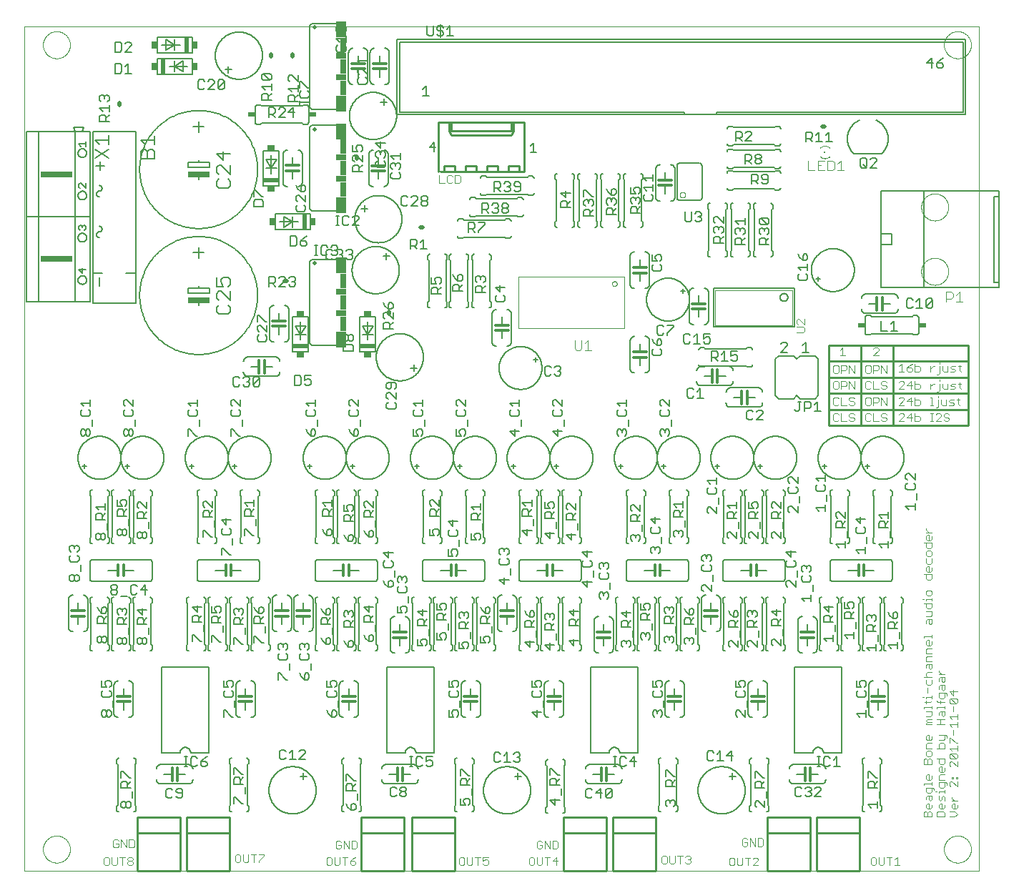
<source format=gto>
G75*
%MOIN*%
%OFA0B0*%
%FSLAX25Y25*%
%IPPOS*%
%LPD*%
%AMOC8*
5,1,8,0,0,1.08239X$1,22.5*
%
%ADD10C,0.00000*%
%ADD11C,0.00300*%
%ADD12C,0.01000*%
%ADD13C,0.00600*%
%ADD14C,0.00500*%
%ADD15C,0.00400*%
%ADD16C,0.01200*%
%ADD17C,0.02000*%
%ADD18R,0.05000X0.07500*%
%ADD19R,0.03000X0.07000*%
%ADD20R,0.05000X0.03000*%
%ADD21R,0.10000X0.02500*%
%ADD22C,0.00700*%
%ADD23R,0.07362X0.02000*%
%ADD24R,0.03346X0.02500*%
%ADD25R,0.02000X0.07362*%
%ADD26R,0.02500X0.03346*%
%ADD27C,0.02000*%
%ADD28R,0.03400X0.02400*%
%ADD29C,0.00200*%
%ADD30R,0.15000X0.03000*%
%ADD31R,0.00787X0.00787*%
%ADD32R,0.00591X0.00984*%
D10*
X0001000Y0017102D02*
X0001000Y0410803D01*
X0445921Y0410803D01*
X0445921Y0017102D01*
X0001000Y0017102D01*
X0009701Y0027102D02*
X0009703Y0027260D01*
X0009709Y0027418D01*
X0009719Y0027576D01*
X0009733Y0027734D01*
X0009751Y0027891D01*
X0009772Y0028048D01*
X0009798Y0028204D01*
X0009828Y0028360D01*
X0009861Y0028515D01*
X0009899Y0028668D01*
X0009940Y0028821D01*
X0009985Y0028973D01*
X0010034Y0029124D01*
X0010087Y0029273D01*
X0010143Y0029421D01*
X0010203Y0029567D01*
X0010267Y0029712D01*
X0010335Y0029855D01*
X0010406Y0029997D01*
X0010480Y0030137D01*
X0010558Y0030274D01*
X0010640Y0030410D01*
X0010724Y0030544D01*
X0010813Y0030675D01*
X0010904Y0030804D01*
X0010999Y0030931D01*
X0011096Y0031056D01*
X0011197Y0031178D01*
X0011301Y0031297D01*
X0011408Y0031414D01*
X0011518Y0031528D01*
X0011631Y0031639D01*
X0011746Y0031748D01*
X0011864Y0031853D01*
X0011985Y0031955D01*
X0012108Y0032055D01*
X0012234Y0032151D01*
X0012362Y0032244D01*
X0012492Y0032334D01*
X0012625Y0032420D01*
X0012760Y0032504D01*
X0012896Y0032583D01*
X0013035Y0032660D01*
X0013176Y0032732D01*
X0013318Y0032802D01*
X0013462Y0032867D01*
X0013608Y0032929D01*
X0013755Y0032987D01*
X0013904Y0033042D01*
X0014054Y0033093D01*
X0014205Y0033140D01*
X0014357Y0033183D01*
X0014510Y0033222D01*
X0014665Y0033258D01*
X0014820Y0033289D01*
X0014976Y0033317D01*
X0015132Y0033341D01*
X0015289Y0033361D01*
X0015447Y0033377D01*
X0015604Y0033389D01*
X0015763Y0033397D01*
X0015921Y0033401D01*
X0016079Y0033401D01*
X0016237Y0033397D01*
X0016396Y0033389D01*
X0016553Y0033377D01*
X0016711Y0033361D01*
X0016868Y0033341D01*
X0017024Y0033317D01*
X0017180Y0033289D01*
X0017335Y0033258D01*
X0017490Y0033222D01*
X0017643Y0033183D01*
X0017795Y0033140D01*
X0017946Y0033093D01*
X0018096Y0033042D01*
X0018245Y0032987D01*
X0018392Y0032929D01*
X0018538Y0032867D01*
X0018682Y0032802D01*
X0018824Y0032732D01*
X0018965Y0032660D01*
X0019104Y0032583D01*
X0019240Y0032504D01*
X0019375Y0032420D01*
X0019508Y0032334D01*
X0019638Y0032244D01*
X0019766Y0032151D01*
X0019892Y0032055D01*
X0020015Y0031955D01*
X0020136Y0031853D01*
X0020254Y0031748D01*
X0020369Y0031639D01*
X0020482Y0031528D01*
X0020592Y0031414D01*
X0020699Y0031297D01*
X0020803Y0031178D01*
X0020904Y0031056D01*
X0021001Y0030931D01*
X0021096Y0030804D01*
X0021187Y0030675D01*
X0021276Y0030544D01*
X0021360Y0030410D01*
X0021442Y0030274D01*
X0021520Y0030137D01*
X0021594Y0029997D01*
X0021665Y0029855D01*
X0021733Y0029712D01*
X0021797Y0029567D01*
X0021857Y0029421D01*
X0021913Y0029273D01*
X0021966Y0029124D01*
X0022015Y0028973D01*
X0022060Y0028821D01*
X0022101Y0028668D01*
X0022139Y0028515D01*
X0022172Y0028360D01*
X0022202Y0028204D01*
X0022228Y0028048D01*
X0022249Y0027891D01*
X0022267Y0027734D01*
X0022281Y0027576D01*
X0022291Y0027418D01*
X0022297Y0027260D01*
X0022299Y0027102D01*
X0022297Y0026944D01*
X0022291Y0026786D01*
X0022281Y0026628D01*
X0022267Y0026470D01*
X0022249Y0026313D01*
X0022228Y0026156D01*
X0022202Y0026000D01*
X0022172Y0025844D01*
X0022139Y0025689D01*
X0022101Y0025536D01*
X0022060Y0025383D01*
X0022015Y0025231D01*
X0021966Y0025080D01*
X0021913Y0024931D01*
X0021857Y0024783D01*
X0021797Y0024637D01*
X0021733Y0024492D01*
X0021665Y0024349D01*
X0021594Y0024207D01*
X0021520Y0024067D01*
X0021442Y0023930D01*
X0021360Y0023794D01*
X0021276Y0023660D01*
X0021187Y0023529D01*
X0021096Y0023400D01*
X0021001Y0023273D01*
X0020904Y0023148D01*
X0020803Y0023026D01*
X0020699Y0022907D01*
X0020592Y0022790D01*
X0020482Y0022676D01*
X0020369Y0022565D01*
X0020254Y0022456D01*
X0020136Y0022351D01*
X0020015Y0022249D01*
X0019892Y0022149D01*
X0019766Y0022053D01*
X0019638Y0021960D01*
X0019508Y0021870D01*
X0019375Y0021784D01*
X0019240Y0021700D01*
X0019104Y0021621D01*
X0018965Y0021544D01*
X0018824Y0021472D01*
X0018682Y0021402D01*
X0018538Y0021337D01*
X0018392Y0021275D01*
X0018245Y0021217D01*
X0018096Y0021162D01*
X0017946Y0021111D01*
X0017795Y0021064D01*
X0017643Y0021021D01*
X0017490Y0020982D01*
X0017335Y0020946D01*
X0017180Y0020915D01*
X0017024Y0020887D01*
X0016868Y0020863D01*
X0016711Y0020843D01*
X0016553Y0020827D01*
X0016396Y0020815D01*
X0016237Y0020807D01*
X0016079Y0020803D01*
X0015921Y0020803D01*
X0015763Y0020807D01*
X0015604Y0020815D01*
X0015447Y0020827D01*
X0015289Y0020843D01*
X0015132Y0020863D01*
X0014976Y0020887D01*
X0014820Y0020915D01*
X0014665Y0020946D01*
X0014510Y0020982D01*
X0014357Y0021021D01*
X0014205Y0021064D01*
X0014054Y0021111D01*
X0013904Y0021162D01*
X0013755Y0021217D01*
X0013608Y0021275D01*
X0013462Y0021337D01*
X0013318Y0021402D01*
X0013176Y0021472D01*
X0013035Y0021544D01*
X0012896Y0021621D01*
X0012760Y0021700D01*
X0012625Y0021784D01*
X0012492Y0021870D01*
X0012362Y0021960D01*
X0012234Y0022053D01*
X0012108Y0022149D01*
X0011985Y0022249D01*
X0011864Y0022351D01*
X0011746Y0022456D01*
X0011631Y0022565D01*
X0011518Y0022676D01*
X0011408Y0022790D01*
X0011301Y0022907D01*
X0011197Y0023026D01*
X0011096Y0023148D01*
X0010999Y0023273D01*
X0010904Y0023400D01*
X0010813Y0023529D01*
X0010724Y0023660D01*
X0010640Y0023794D01*
X0010558Y0023930D01*
X0010480Y0024067D01*
X0010406Y0024207D01*
X0010335Y0024349D01*
X0010267Y0024492D01*
X0010203Y0024637D01*
X0010143Y0024783D01*
X0010087Y0024931D01*
X0010034Y0025080D01*
X0009985Y0025231D01*
X0009940Y0025383D01*
X0009899Y0025536D01*
X0009861Y0025689D01*
X0009828Y0025844D01*
X0009798Y0026000D01*
X0009772Y0026156D01*
X0009751Y0026313D01*
X0009733Y0026470D01*
X0009719Y0026628D01*
X0009709Y0026786D01*
X0009703Y0026944D01*
X0009701Y0027102D01*
X0009701Y0402102D02*
X0009703Y0402260D01*
X0009709Y0402418D01*
X0009719Y0402576D01*
X0009733Y0402734D01*
X0009751Y0402891D01*
X0009772Y0403048D01*
X0009798Y0403204D01*
X0009828Y0403360D01*
X0009861Y0403515D01*
X0009899Y0403668D01*
X0009940Y0403821D01*
X0009985Y0403973D01*
X0010034Y0404124D01*
X0010087Y0404273D01*
X0010143Y0404421D01*
X0010203Y0404567D01*
X0010267Y0404712D01*
X0010335Y0404855D01*
X0010406Y0404997D01*
X0010480Y0405137D01*
X0010558Y0405274D01*
X0010640Y0405410D01*
X0010724Y0405544D01*
X0010813Y0405675D01*
X0010904Y0405804D01*
X0010999Y0405931D01*
X0011096Y0406056D01*
X0011197Y0406178D01*
X0011301Y0406297D01*
X0011408Y0406414D01*
X0011518Y0406528D01*
X0011631Y0406639D01*
X0011746Y0406748D01*
X0011864Y0406853D01*
X0011985Y0406955D01*
X0012108Y0407055D01*
X0012234Y0407151D01*
X0012362Y0407244D01*
X0012492Y0407334D01*
X0012625Y0407420D01*
X0012760Y0407504D01*
X0012896Y0407583D01*
X0013035Y0407660D01*
X0013176Y0407732D01*
X0013318Y0407802D01*
X0013462Y0407867D01*
X0013608Y0407929D01*
X0013755Y0407987D01*
X0013904Y0408042D01*
X0014054Y0408093D01*
X0014205Y0408140D01*
X0014357Y0408183D01*
X0014510Y0408222D01*
X0014665Y0408258D01*
X0014820Y0408289D01*
X0014976Y0408317D01*
X0015132Y0408341D01*
X0015289Y0408361D01*
X0015447Y0408377D01*
X0015604Y0408389D01*
X0015763Y0408397D01*
X0015921Y0408401D01*
X0016079Y0408401D01*
X0016237Y0408397D01*
X0016396Y0408389D01*
X0016553Y0408377D01*
X0016711Y0408361D01*
X0016868Y0408341D01*
X0017024Y0408317D01*
X0017180Y0408289D01*
X0017335Y0408258D01*
X0017490Y0408222D01*
X0017643Y0408183D01*
X0017795Y0408140D01*
X0017946Y0408093D01*
X0018096Y0408042D01*
X0018245Y0407987D01*
X0018392Y0407929D01*
X0018538Y0407867D01*
X0018682Y0407802D01*
X0018824Y0407732D01*
X0018965Y0407660D01*
X0019104Y0407583D01*
X0019240Y0407504D01*
X0019375Y0407420D01*
X0019508Y0407334D01*
X0019638Y0407244D01*
X0019766Y0407151D01*
X0019892Y0407055D01*
X0020015Y0406955D01*
X0020136Y0406853D01*
X0020254Y0406748D01*
X0020369Y0406639D01*
X0020482Y0406528D01*
X0020592Y0406414D01*
X0020699Y0406297D01*
X0020803Y0406178D01*
X0020904Y0406056D01*
X0021001Y0405931D01*
X0021096Y0405804D01*
X0021187Y0405675D01*
X0021276Y0405544D01*
X0021360Y0405410D01*
X0021442Y0405274D01*
X0021520Y0405137D01*
X0021594Y0404997D01*
X0021665Y0404855D01*
X0021733Y0404712D01*
X0021797Y0404567D01*
X0021857Y0404421D01*
X0021913Y0404273D01*
X0021966Y0404124D01*
X0022015Y0403973D01*
X0022060Y0403821D01*
X0022101Y0403668D01*
X0022139Y0403515D01*
X0022172Y0403360D01*
X0022202Y0403204D01*
X0022228Y0403048D01*
X0022249Y0402891D01*
X0022267Y0402734D01*
X0022281Y0402576D01*
X0022291Y0402418D01*
X0022297Y0402260D01*
X0022299Y0402102D01*
X0022297Y0401944D01*
X0022291Y0401786D01*
X0022281Y0401628D01*
X0022267Y0401470D01*
X0022249Y0401313D01*
X0022228Y0401156D01*
X0022202Y0401000D01*
X0022172Y0400844D01*
X0022139Y0400689D01*
X0022101Y0400536D01*
X0022060Y0400383D01*
X0022015Y0400231D01*
X0021966Y0400080D01*
X0021913Y0399931D01*
X0021857Y0399783D01*
X0021797Y0399637D01*
X0021733Y0399492D01*
X0021665Y0399349D01*
X0021594Y0399207D01*
X0021520Y0399067D01*
X0021442Y0398930D01*
X0021360Y0398794D01*
X0021276Y0398660D01*
X0021187Y0398529D01*
X0021096Y0398400D01*
X0021001Y0398273D01*
X0020904Y0398148D01*
X0020803Y0398026D01*
X0020699Y0397907D01*
X0020592Y0397790D01*
X0020482Y0397676D01*
X0020369Y0397565D01*
X0020254Y0397456D01*
X0020136Y0397351D01*
X0020015Y0397249D01*
X0019892Y0397149D01*
X0019766Y0397053D01*
X0019638Y0396960D01*
X0019508Y0396870D01*
X0019375Y0396784D01*
X0019240Y0396700D01*
X0019104Y0396621D01*
X0018965Y0396544D01*
X0018824Y0396472D01*
X0018682Y0396402D01*
X0018538Y0396337D01*
X0018392Y0396275D01*
X0018245Y0396217D01*
X0018096Y0396162D01*
X0017946Y0396111D01*
X0017795Y0396064D01*
X0017643Y0396021D01*
X0017490Y0395982D01*
X0017335Y0395946D01*
X0017180Y0395915D01*
X0017024Y0395887D01*
X0016868Y0395863D01*
X0016711Y0395843D01*
X0016553Y0395827D01*
X0016396Y0395815D01*
X0016237Y0395807D01*
X0016079Y0395803D01*
X0015921Y0395803D01*
X0015763Y0395807D01*
X0015604Y0395815D01*
X0015447Y0395827D01*
X0015289Y0395843D01*
X0015132Y0395863D01*
X0014976Y0395887D01*
X0014820Y0395915D01*
X0014665Y0395946D01*
X0014510Y0395982D01*
X0014357Y0396021D01*
X0014205Y0396064D01*
X0014054Y0396111D01*
X0013904Y0396162D01*
X0013755Y0396217D01*
X0013608Y0396275D01*
X0013462Y0396337D01*
X0013318Y0396402D01*
X0013176Y0396472D01*
X0013035Y0396544D01*
X0012896Y0396621D01*
X0012760Y0396700D01*
X0012625Y0396784D01*
X0012492Y0396870D01*
X0012362Y0396960D01*
X0012234Y0397053D01*
X0012108Y0397149D01*
X0011985Y0397249D01*
X0011864Y0397351D01*
X0011746Y0397456D01*
X0011631Y0397565D01*
X0011518Y0397676D01*
X0011408Y0397790D01*
X0011301Y0397907D01*
X0011197Y0398026D01*
X0011096Y0398148D01*
X0010999Y0398273D01*
X0010904Y0398400D01*
X0010813Y0398529D01*
X0010724Y0398660D01*
X0010640Y0398794D01*
X0010558Y0398930D01*
X0010480Y0399067D01*
X0010406Y0399207D01*
X0010335Y0399349D01*
X0010267Y0399492D01*
X0010203Y0399637D01*
X0010143Y0399783D01*
X0010087Y0399931D01*
X0010034Y0400080D01*
X0009985Y0400231D01*
X0009940Y0400383D01*
X0009899Y0400536D01*
X0009861Y0400689D01*
X0009828Y0400844D01*
X0009798Y0401000D01*
X0009772Y0401156D01*
X0009751Y0401313D01*
X0009733Y0401470D01*
X0009719Y0401628D01*
X0009709Y0401786D01*
X0009703Y0401944D01*
X0009701Y0402102D01*
X0419076Y0326477D02*
X0419078Y0326635D01*
X0419084Y0326793D01*
X0419094Y0326951D01*
X0419108Y0327109D01*
X0419126Y0327266D01*
X0419147Y0327423D01*
X0419173Y0327579D01*
X0419203Y0327735D01*
X0419236Y0327890D01*
X0419274Y0328043D01*
X0419315Y0328196D01*
X0419360Y0328348D01*
X0419409Y0328499D01*
X0419462Y0328648D01*
X0419518Y0328796D01*
X0419578Y0328942D01*
X0419642Y0329087D01*
X0419710Y0329230D01*
X0419781Y0329372D01*
X0419855Y0329512D01*
X0419933Y0329649D01*
X0420015Y0329785D01*
X0420099Y0329919D01*
X0420188Y0330050D01*
X0420279Y0330179D01*
X0420374Y0330306D01*
X0420471Y0330431D01*
X0420572Y0330553D01*
X0420676Y0330672D01*
X0420783Y0330789D01*
X0420893Y0330903D01*
X0421006Y0331014D01*
X0421121Y0331123D01*
X0421239Y0331228D01*
X0421360Y0331330D01*
X0421483Y0331430D01*
X0421609Y0331526D01*
X0421737Y0331619D01*
X0421867Y0331709D01*
X0422000Y0331795D01*
X0422135Y0331879D01*
X0422271Y0331958D01*
X0422410Y0332035D01*
X0422551Y0332107D01*
X0422693Y0332177D01*
X0422837Y0332242D01*
X0422983Y0332304D01*
X0423130Y0332362D01*
X0423279Y0332417D01*
X0423429Y0332468D01*
X0423580Y0332515D01*
X0423732Y0332558D01*
X0423885Y0332597D01*
X0424040Y0332633D01*
X0424195Y0332664D01*
X0424351Y0332692D01*
X0424507Y0332716D01*
X0424664Y0332736D01*
X0424822Y0332752D01*
X0424979Y0332764D01*
X0425138Y0332772D01*
X0425296Y0332776D01*
X0425454Y0332776D01*
X0425612Y0332772D01*
X0425771Y0332764D01*
X0425928Y0332752D01*
X0426086Y0332736D01*
X0426243Y0332716D01*
X0426399Y0332692D01*
X0426555Y0332664D01*
X0426710Y0332633D01*
X0426865Y0332597D01*
X0427018Y0332558D01*
X0427170Y0332515D01*
X0427321Y0332468D01*
X0427471Y0332417D01*
X0427620Y0332362D01*
X0427767Y0332304D01*
X0427913Y0332242D01*
X0428057Y0332177D01*
X0428199Y0332107D01*
X0428340Y0332035D01*
X0428479Y0331958D01*
X0428615Y0331879D01*
X0428750Y0331795D01*
X0428883Y0331709D01*
X0429013Y0331619D01*
X0429141Y0331526D01*
X0429267Y0331430D01*
X0429390Y0331330D01*
X0429511Y0331228D01*
X0429629Y0331123D01*
X0429744Y0331014D01*
X0429857Y0330903D01*
X0429967Y0330789D01*
X0430074Y0330672D01*
X0430178Y0330553D01*
X0430279Y0330431D01*
X0430376Y0330306D01*
X0430471Y0330179D01*
X0430562Y0330050D01*
X0430651Y0329919D01*
X0430735Y0329785D01*
X0430817Y0329649D01*
X0430895Y0329512D01*
X0430969Y0329372D01*
X0431040Y0329230D01*
X0431108Y0329087D01*
X0431172Y0328942D01*
X0431232Y0328796D01*
X0431288Y0328648D01*
X0431341Y0328499D01*
X0431390Y0328348D01*
X0431435Y0328196D01*
X0431476Y0328043D01*
X0431514Y0327890D01*
X0431547Y0327735D01*
X0431577Y0327579D01*
X0431603Y0327423D01*
X0431624Y0327266D01*
X0431642Y0327109D01*
X0431656Y0326951D01*
X0431666Y0326793D01*
X0431672Y0326635D01*
X0431674Y0326477D01*
X0431672Y0326319D01*
X0431666Y0326161D01*
X0431656Y0326003D01*
X0431642Y0325845D01*
X0431624Y0325688D01*
X0431603Y0325531D01*
X0431577Y0325375D01*
X0431547Y0325219D01*
X0431514Y0325064D01*
X0431476Y0324911D01*
X0431435Y0324758D01*
X0431390Y0324606D01*
X0431341Y0324455D01*
X0431288Y0324306D01*
X0431232Y0324158D01*
X0431172Y0324012D01*
X0431108Y0323867D01*
X0431040Y0323724D01*
X0430969Y0323582D01*
X0430895Y0323442D01*
X0430817Y0323305D01*
X0430735Y0323169D01*
X0430651Y0323035D01*
X0430562Y0322904D01*
X0430471Y0322775D01*
X0430376Y0322648D01*
X0430279Y0322523D01*
X0430178Y0322401D01*
X0430074Y0322282D01*
X0429967Y0322165D01*
X0429857Y0322051D01*
X0429744Y0321940D01*
X0429629Y0321831D01*
X0429511Y0321726D01*
X0429390Y0321624D01*
X0429267Y0321524D01*
X0429141Y0321428D01*
X0429013Y0321335D01*
X0428883Y0321245D01*
X0428750Y0321159D01*
X0428615Y0321075D01*
X0428479Y0320996D01*
X0428340Y0320919D01*
X0428199Y0320847D01*
X0428057Y0320777D01*
X0427913Y0320712D01*
X0427767Y0320650D01*
X0427620Y0320592D01*
X0427471Y0320537D01*
X0427321Y0320486D01*
X0427170Y0320439D01*
X0427018Y0320396D01*
X0426865Y0320357D01*
X0426710Y0320321D01*
X0426555Y0320290D01*
X0426399Y0320262D01*
X0426243Y0320238D01*
X0426086Y0320218D01*
X0425928Y0320202D01*
X0425771Y0320190D01*
X0425612Y0320182D01*
X0425454Y0320178D01*
X0425296Y0320178D01*
X0425138Y0320182D01*
X0424979Y0320190D01*
X0424822Y0320202D01*
X0424664Y0320218D01*
X0424507Y0320238D01*
X0424351Y0320262D01*
X0424195Y0320290D01*
X0424040Y0320321D01*
X0423885Y0320357D01*
X0423732Y0320396D01*
X0423580Y0320439D01*
X0423429Y0320486D01*
X0423279Y0320537D01*
X0423130Y0320592D01*
X0422983Y0320650D01*
X0422837Y0320712D01*
X0422693Y0320777D01*
X0422551Y0320847D01*
X0422410Y0320919D01*
X0422271Y0320996D01*
X0422135Y0321075D01*
X0422000Y0321159D01*
X0421867Y0321245D01*
X0421737Y0321335D01*
X0421609Y0321428D01*
X0421483Y0321524D01*
X0421360Y0321624D01*
X0421239Y0321726D01*
X0421121Y0321831D01*
X0421006Y0321940D01*
X0420893Y0322051D01*
X0420783Y0322165D01*
X0420676Y0322282D01*
X0420572Y0322401D01*
X0420471Y0322523D01*
X0420374Y0322648D01*
X0420279Y0322775D01*
X0420188Y0322904D01*
X0420099Y0323035D01*
X0420015Y0323169D01*
X0419933Y0323305D01*
X0419855Y0323442D01*
X0419781Y0323582D01*
X0419710Y0323724D01*
X0419642Y0323867D01*
X0419578Y0324012D01*
X0419518Y0324158D01*
X0419462Y0324306D01*
X0419409Y0324455D01*
X0419360Y0324606D01*
X0419315Y0324758D01*
X0419274Y0324911D01*
X0419236Y0325064D01*
X0419203Y0325219D01*
X0419173Y0325375D01*
X0419147Y0325531D01*
X0419126Y0325688D01*
X0419108Y0325845D01*
X0419094Y0326003D01*
X0419084Y0326161D01*
X0419078Y0326319D01*
X0419076Y0326477D01*
X0419076Y0296477D02*
X0419078Y0296635D01*
X0419084Y0296793D01*
X0419094Y0296951D01*
X0419108Y0297109D01*
X0419126Y0297266D01*
X0419147Y0297423D01*
X0419173Y0297579D01*
X0419203Y0297735D01*
X0419236Y0297890D01*
X0419274Y0298043D01*
X0419315Y0298196D01*
X0419360Y0298348D01*
X0419409Y0298499D01*
X0419462Y0298648D01*
X0419518Y0298796D01*
X0419578Y0298942D01*
X0419642Y0299087D01*
X0419710Y0299230D01*
X0419781Y0299372D01*
X0419855Y0299512D01*
X0419933Y0299649D01*
X0420015Y0299785D01*
X0420099Y0299919D01*
X0420188Y0300050D01*
X0420279Y0300179D01*
X0420374Y0300306D01*
X0420471Y0300431D01*
X0420572Y0300553D01*
X0420676Y0300672D01*
X0420783Y0300789D01*
X0420893Y0300903D01*
X0421006Y0301014D01*
X0421121Y0301123D01*
X0421239Y0301228D01*
X0421360Y0301330D01*
X0421483Y0301430D01*
X0421609Y0301526D01*
X0421737Y0301619D01*
X0421867Y0301709D01*
X0422000Y0301795D01*
X0422135Y0301879D01*
X0422271Y0301958D01*
X0422410Y0302035D01*
X0422551Y0302107D01*
X0422693Y0302177D01*
X0422837Y0302242D01*
X0422983Y0302304D01*
X0423130Y0302362D01*
X0423279Y0302417D01*
X0423429Y0302468D01*
X0423580Y0302515D01*
X0423732Y0302558D01*
X0423885Y0302597D01*
X0424040Y0302633D01*
X0424195Y0302664D01*
X0424351Y0302692D01*
X0424507Y0302716D01*
X0424664Y0302736D01*
X0424822Y0302752D01*
X0424979Y0302764D01*
X0425138Y0302772D01*
X0425296Y0302776D01*
X0425454Y0302776D01*
X0425612Y0302772D01*
X0425771Y0302764D01*
X0425928Y0302752D01*
X0426086Y0302736D01*
X0426243Y0302716D01*
X0426399Y0302692D01*
X0426555Y0302664D01*
X0426710Y0302633D01*
X0426865Y0302597D01*
X0427018Y0302558D01*
X0427170Y0302515D01*
X0427321Y0302468D01*
X0427471Y0302417D01*
X0427620Y0302362D01*
X0427767Y0302304D01*
X0427913Y0302242D01*
X0428057Y0302177D01*
X0428199Y0302107D01*
X0428340Y0302035D01*
X0428479Y0301958D01*
X0428615Y0301879D01*
X0428750Y0301795D01*
X0428883Y0301709D01*
X0429013Y0301619D01*
X0429141Y0301526D01*
X0429267Y0301430D01*
X0429390Y0301330D01*
X0429511Y0301228D01*
X0429629Y0301123D01*
X0429744Y0301014D01*
X0429857Y0300903D01*
X0429967Y0300789D01*
X0430074Y0300672D01*
X0430178Y0300553D01*
X0430279Y0300431D01*
X0430376Y0300306D01*
X0430471Y0300179D01*
X0430562Y0300050D01*
X0430651Y0299919D01*
X0430735Y0299785D01*
X0430817Y0299649D01*
X0430895Y0299512D01*
X0430969Y0299372D01*
X0431040Y0299230D01*
X0431108Y0299087D01*
X0431172Y0298942D01*
X0431232Y0298796D01*
X0431288Y0298648D01*
X0431341Y0298499D01*
X0431390Y0298348D01*
X0431435Y0298196D01*
X0431476Y0298043D01*
X0431514Y0297890D01*
X0431547Y0297735D01*
X0431577Y0297579D01*
X0431603Y0297423D01*
X0431624Y0297266D01*
X0431642Y0297109D01*
X0431656Y0296951D01*
X0431666Y0296793D01*
X0431672Y0296635D01*
X0431674Y0296477D01*
X0431672Y0296319D01*
X0431666Y0296161D01*
X0431656Y0296003D01*
X0431642Y0295845D01*
X0431624Y0295688D01*
X0431603Y0295531D01*
X0431577Y0295375D01*
X0431547Y0295219D01*
X0431514Y0295064D01*
X0431476Y0294911D01*
X0431435Y0294758D01*
X0431390Y0294606D01*
X0431341Y0294455D01*
X0431288Y0294306D01*
X0431232Y0294158D01*
X0431172Y0294012D01*
X0431108Y0293867D01*
X0431040Y0293724D01*
X0430969Y0293582D01*
X0430895Y0293442D01*
X0430817Y0293305D01*
X0430735Y0293169D01*
X0430651Y0293035D01*
X0430562Y0292904D01*
X0430471Y0292775D01*
X0430376Y0292648D01*
X0430279Y0292523D01*
X0430178Y0292401D01*
X0430074Y0292282D01*
X0429967Y0292165D01*
X0429857Y0292051D01*
X0429744Y0291940D01*
X0429629Y0291831D01*
X0429511Y0291726D01*
X0429390Y0291624D01*
X0429267Y0291524D01*
X0429141Y0291428D01*
X0429013Y0291335D01*
X0428883Y0291245D01*
X0428750Y0291159D01*
X0428615Y0291075D01*
X0428479Y0290996D01*
X0428340Y0290919D01*
X0428199Y0290847D01*
X0428057Y0290777D01*
X0427913Y0290712D01*
X0427767Y0290650D01*
X0427620Y0290592D01*
X0427471Y0290537D01*
X0427321Y0290486D01*
X0427170Y0290439D01*
X0427018Y0290396D01*
X0426865Y0290357D01*
X0426710Y0290321D01*
X0426555Y0290290D01*
X0426399Y0290262D01*
X0426243Y0290238D01*
X0426086Y0290218D01*
X0425928Y0290202D01*
X0425771Y0290190D01*
X0425612Y0290182D01*
X0425454Y0290178D01*
X0425296Y0290178D01*
X0425138Y0290182D01*
X0424979Y0290190D01*
X0424822Y0290202D01*
X0424664Y0290218D01*
X0424507Y0290238D01*
X0424351Y0290262D01*
X0424195Y0290290D01*
X0424040Y0290321D01*
X0423885Y0290357D01*
X0423732Y0290396D01*
X0423580Y0290439D01*
X0423429Y0290486D01*
X0423279Y0290537D01*
X0423130Y0290592D01*
X0422983Y0290650D01*
X0422837Y0290712D01*
X0422693Y0290777D01*
X0422551Y0290847D01*
X0422410Y0290919D01*
X0422271Y0290996D01*
X0422135Y0291075D01*
X0422000Y0291159D01*
X0421867Y0291245D01*
X0421737Y0291335D01*
X0421609Y0291428D01*
X0421483Y0291524D01*
X0421360Y0291624D01*
X0421239Y0291726D01*
X0421121Y0291831D01*
X0421006Y0291940D01*
X0420893Y0292051D01*
X0420783Y0292165D01*
X0420676Y0292282D01*
X0420572Y0292401D01*
X0420471Y0292523D01*
X0420374Y0292648D01*
X0420279Y0292775D01*
X0420188Y0292904D01*
X0420099Y0293035D01*
X0420015Y0293169D01*
X0419933Y0293305D01*
X0419855Y0293442D01*
X0419781Y0293582D01*
X0419710Y0293724D01*
X0419642Y0293867D01*
X0419578Y0294012D01*
X0419518Y0294158D01*
X0419462Y0294306D01*
X0419409Y0294455D01*
X0419360Y0294606D01*
X0419315Y0294758D01*
X0419274Y0294911D01*
X0419236Y0295064D01*
X0419203Y0295219D01*
X0419173Y0295375D01*
X0419147Y0295531D01*
X0419126Y0295688D01*
X0419108Y0295845D01*
X0419094Y0296003D01*
X0419084Y0296161D01*
X0419078Y0296319D01*
X0419076Y0296477D01*
X0429701Y0402102D02*
X0429703Y0402260D01*
X0429709Y0402418D01*
X0429719Y0402576D01*
X0429733Y0402734D01*
X0429751Y0402891D01*
X0429772Y0403048D01*
X0429798Y0403204D01*
X0429828Y0403360D01*
X0429861Y0403515D01*
X0429899Y0403668D01*
X0429940Y0403821D01*
X0429985Y0403973D01*
X0430034Y0404124D01*
X0430087Y0404273D01*
X0430143Y0404421D01*
X0430203Y0404567D01*
X0430267Y0404712D01*
X0430335Y0404855D01*
X0430406Y0404997D01*
X0430480Y0405137D01*
X0430558Y0405274D01*
X0430640Y0405410D01*
X0430724Y0405544D01*
X0430813Y0405675D01*
X0430904Y0405804D01*
X0430999Y0405931D01*
X0431096Y0406056D01*
X0431197Y0406178D01*
X0431301Y0406297D01*
X0431408Y0406414D01*
X0431518Y0406528D01*
X0431631Y0406639D01*
X0431746Y0406748D01*
X0431864Y0406853D01*
X0431985Y0406955D01*
X0432108Y0407055D01*
X0432234Y0407151D01*
X0432362Y0407244D01*
X0432492Y0407334D01*
X0432625Y0407420D01*
X0432760Y0407504D01*
X0432896Y0407583D01*
X0433035Y0407660D01*
X0433176Y0407732D01*
X0433318Y0407802D01*
X0433462Y0407867D01*
X0433608Y0407929D01*
X0433755Y0407987D01*
X0433904Y0408042D01*
X0434054Y0408093D01*
X0434205Y0408140D01*
X0434357Y0408183D01*
X0434510Y0408222D01*
X0434665Y0408258D01*
X0434820Y0408289D01*
X0434976Y0408317D01*
X0435132Y0408341D01*
X0435289Y0408361D01*
X0435447Y0408377D01*
X0435604Y0408389D01*
X0435763Y0408397D01*
X0435921Y0408401D01*
X0436079Y0408401D01*
X0436237Y0408397D01*
X0436396Y0408389D01*
X0436553Y0408377D01*
X0436711Y0408361D01*
X0436868Y0408341D01*
X0437024Y0408317D01*
X0437180Y0408289D01*
X0437335Y0408258D01*
X0437490Y0408222D01*
X0437643Y0408183D01*
X0437795Y0408140D01*
X0437946Y0408093D01*
X0438096Y0408042D01*
X0438245Y0407987D01*
X0438392Y0407929D01*
X0438538Y0407867D01*
X0438682Y0407802D01*
X0438824Y0407732D01*
X0438965Y0407660D01*
X0439104Y0407583D01*
X0439240Y0407504D01*
X0439375Y0407420D01*
X0439508Y0407334D01*
X0439638Y0407244D01*
X0439766Y0407151D01*
X0439892Y0407055D01*
X0440015Y0406955D01*
X0440136Y0406853D01*
X0440254Y0406748D01*
X0440369Y0406639D01*
X0440482Y0406528D01*
X0440592Y0406414D01*
X0440699Y0406297D01*
X0440803Y0406178D01*
X0440904Y0406056D01*
X0441001Y0405931D01*
X0441096Y0405804D01*
X0441187Y0405675D01*
X0441276Y0405544D01*
X0441360Y0405410D01*
X0441442Y0405274D01*
X0441520Y0405137D01*
X0441594Y0404997D01*
X0441665Y0404855D01*
X0441733Y0404712D01*
X0441797Y0404567D01*
X0441857Y0404421D01*
X0441913Y0404273D01*
X0441966Y0404124D01*
X0442015Y0403973D01*
X0442060Y0403821D01*
X0442101Y0403668D01*
X0442139Y0403515D01*
X0442172Y0403360D01*
X0442202Y0403204D01*
X0442228Y0403048D01*
X0442249Y0402891D01*
X0442267Y0402734D01*
X0442281Y0402576D01*
X0442291Y0402418D01*
X0442297Y0402260D01*
X0442299Y0402102D01*
X0442297Y0401944D01*
X0442291Y0401786D01*
X0442281Y0401628D01*
X0442267Y0401470D01*
X0442249Y0401313D01*
X0442228Y0401156D01*
X0442202Y0401000D01*
X0442172Y0400844D01*
X0442139Y0400689D01*
X0442101Y0400536D01*
X0442060Y0400383D01*
X0442015Y0400231D01*
X0441966Y0400080D01*
X0441913Y0399931D01*
X0441857Y0399783D01*
X0441797Y0399637D01*
X0441733Y0399492D01*
X0441665Y0399349D01*
X0441594Y0399207D01*
X0441520Y0399067D01*
X0441442Y0398930D01*
X0441360Y0398794D01*
X0441276Y0398660D01*
X0441187Y0398529D01*
X0441096Y0398400D01*
X0441001Y0398273D01*
X0440904Y0398148D01*
X0440803Y0398026D01*
X0440699Y0397907D01*
X0440592Y0397790D01*
X0440482Y0397676D01*
X0440369Y0397565D01*
X0440254Y0397456D01*
X0440136Y0397351D01*
X0440015Y0397249D01*
X0439892Y0397149D01*
X0439766Y0397053D01*
X0439638Y0396960D01*
X0439508Y0396870D01*
X0439375Y0396784D01*
X0439240Y0396700D01*
X0439104Y0396621D01*
X0438965Y0396544D01*
X0438824Y0396472D01*
X0438682Y0396402D01*
X0438538Y0396337D01*
X0438392Y0396275D01*
X0438245Y0396217D01*
X0438096Y0396162D01*
X0437946Y0396111D01*
X0437795Y0396064D01*
X0437643Y0396021D01*
X0437490Y0395982D01*
X0437335Y0395946D01*
X0437180Y0395915D01*
X0437024Y0395887D01*
X0436868Y0395863D01*
X0436711Y0395843D01*
X0436553Y0395827D01*
X0436396Y0395815D01*
X0436237Y0395807D01*
X0436079Y0395803D01*
X0435921Y0395803D01*
X0435763Y0395807D01*
X0435604Y0395815D01*
X0435447Y0395827D01*
X0435289Y0395843D01*
X0435132Y0395863D01*
X0434976Y0395887D01*
X0434820Y0395915D01*
X0434665Y0395946D01*
X0434510Y0395982D01*
X0434357Y0396021D01*
X0434205Y0396064D01*
X0434054Y0396111D01*
X0433904Y0396162D01*
X0433755Y0396217D01*
X0433608Y0396275D01*
X0433462Y0396337D01*
X0433318Y0396402D01*
X0433176Y0396472D01*
X0433035Y0396544D01*
X0432896Y0396621D01*
X0432760Y0396700D01*
X0432625Y0396784D01*
X0432492Y0396870D01*
X0432362Y0396960D01*
X0432234Y0397053D01*
X0432108Y0397149D01*
X0431985Y0397249D01*
X0431864Y0397351D01*
X0431746Y0397456D01*
X0431631Y0397565D01*
X0431518Y0397676D01*
X0431408Y0397790D01*
X0431301Y0397907D01*
X0431197Y0398026D01*
X0431096Y0398148D01*
X0430999Y0398273D01*
X0430904Y0398400D01*
X0430813Y0398529D01*
X0430724Y0398660D01*
X0430640Y0398794D01*
X0430558Y0398930D01*
X0430480Y0399067D01*
X0430406Y0399207D01*
X0430335Y0399349D01*
X0430267Y0399492D01*
X0430203Y0399637D01*
X0430143Y0399783D01*
X0430087Y0399931D01*
X0430034Y0400080D01*
X0429985Y0400231D01*
X0429940Y0400383D01*
X0429899Y0400536D01*
X0429861Y0400689D01*
X0429828Y0400844D01*
X0429798Y0401000D01*
X0429772Y0401156D01*
X0429751Y0401313D01*
X0429733Y0401470D01*
X0429719Y0401628D01*
X0429709Y0401786D01*
X0429703Y0401944D01*
X0429701Y0402102D01*
X0429701Y0027102D02*
X0429703Y0027260D01*
X0429709Y0027418D01*
X0429719Y0027576D01*
X0429733Y0027734D01*
X0429751Y0027891D01*
X0429772Y0028048D01*
X0429798Y0028204D01*
X0429828Y0028360D01*
X0429861Y0028515D01*
X0429899Y0028668D01*
X0429940Y0028821D01*
X0429985Y0028973D01*
X0430034Y0029124D01*
X0430087Y0029273D01*
X0430143Y0029421D01*
X0430203Y0029567D01*
X0430267Y0029712D01*
X0430335Y0029855D01*
X0430406Y0029997D01*
X0430480Y0030137D01*
X0430558Y0030274D01*
X0430640Y0030410D01*
X0430724Y0030544D01*
X0430813Y0030675D01*
X0430904Y0030804D01*
X0430999Y0030931D01*
X0431096Y0031056D01*
X0431197Y0031178D01*
X0431301Y0031297D01*
X0431408Y0031414D01*
X0431518Y0031528D01*
X0431631Y0031639D01*
X0431746Y0031748D01*
X0431864Y0031853D01*
X0431985Y0031955D01*
X0432108Y0032055D01*
X0432234Y0032151D01*
X0432362Y0032244D01*
X0432492Y0032334D01*
X0432625Y0032420D01*
X0432760Y0032504D01*
X0432896Y0032583D01*
X0433035Y0032660D01*
X0433176Y0032732D01*
X0433318Y0032802D01*
X0433462Y0032867D01*
X0433608Y0032929D01*
X0433755Y0032987D01*
X0433904Y0033042D01*
X0434054Y0033093D01*
X0434205Y0033140D01*
X0434357Y0033183D01*
X0434510Y0033222D01*
X0434665Y0033258D01*
X0434820Y0033289D01*
X0434976Y0033317D01*
X0435132Y0033341D01*
X0435289Y0033361D01*
X0435447Y0033377D01*
X0435604Y0033389D01*
X0435763Y0033397D01*
X0435921Y0033401D01*
X0436079Y0033401D01*
X0436237Y0033397D01*
X0436396Y0033389D01*
X0436553Y0033377D01*
X0436711Y0033361D01*
X0436868Y0033341D01*
X0437024Y0033317D01*
X0437180Y0033289D01*
X0437335Y0033258D01*
X0437490Y0033222D01*
X0437643Y0033183D01*
X0437795Y0033140D01*
X0437946Y0033093D01*
X0438096Y0033042D01*
X0438245Y0032987D01*
X0438392Y0032929D01*
X0438538Y0032867D01*
X0438682Y0032802D01*
X0438824Y0032732D01*
X0438965Y0032660D01*
X0439104Y0032583D01*
X0439240Y0032504D01*
X0439375Y0032420D01*
X0439508Y0032334D01*
X0439638Y0032244D01*
X0439766Y0032151D01*
X0439892Y0032055D01*
X0440015Y0031955D01*
X0440136Y0031853D01*
X0440254Y0031748D01*
X0440369Y0031639D01*
X0440482Y0031528D01*
X0440592Y0031414D01*
X0440699Y0031297D01*
X0440803Y0031178D01*
X0440904Y0031056D01*
X0441001Y0030931D01*
X0441096Y0030804D01*
X0441187Y0030675D01*
X0441276Y0030544D01*
X0441360Y0030410D01*
X0441442Y0030274D01*
X0441520Y0030137D01*
X0441594Y0029997D01*
X0441665Y0029855D01*
X0441733Y0029712D01*
X0441797Y0029567D01*
X0441857Y0029421D01*
X0441913Y0029273D01*
X0441966Y0029124D01*
X0442015Y0028973D01*
X0442060Y0028821D01*
X0442101Y0028668D01*
X0442139Y0028515D01*
X0442172Y0028360D01*
X0442202Y0028204D01*
X0442228Y0028048D01*
X0442249Y0027891D01*
X0442267Y0027734D01*
X0442281Y0027576D01*
X0442291Y0027418D01*
X0442297Y0027260D01*
X0442299Y0027102D01*
X0442297Y0026944D01*
X0442291Y0026786D01*
X0442281Y0026628D01*
X0442267Y0026470D01*
X0442249Y0026313D01*
X0442228Y0026156D01*
X0442202Y0026000D01*
X0442172Y0025844D01*
X0442139Y0025689D01*
X0442101Y0025536D01*
X0442060Y0025383D01*
X0442015Y0025231D01*
X0441966Y0025080D01*
X0441913Y0024931D01*
X0441857Y0024783D01*
X0441797Y0024637D01*
X0441733Y0024492D01*
X0441665Y0024349D01*
X0441594Y0024207D01*
X0441520Y0024067D01*
X0441442Y0023930D01*
X0441360Y0023794D01*
X0441276Y0023660D01*
X0441187Y0023529D01*
X0441096Y0023400D01*
X0441001Y0023273D01*
X0440904Y0023148D01*
X0440803Y0023026D01*
X0440699Y0022907D01*
X0440592Y0022790D01*
X0440482Y0022676D01*
X0440369Y0022565D01*
X0440254Y0022456D01*
X0440136Y0022351D01*
X0440015Y0022249D01*
X0439892Y0022149D01*
X0439766Y0022053D01*
X0439638Y0021960D01*
X0439508Y0021870D01*
X0439375Y0021784D01*
X0439240Y0021700D01*
X0439104Y0021621D01*
X0438965Y0021544D01*
X0438824Y0021472D01*
X0438682Y0021402D01*
X0438538Y0021337D01*
X0438392Y0021275D01*
X0438245Y0021217D01*
X0438096Y0021162D01*
X0437946Y0021111D01*
X0437795Y0021064D01*
X0437643Y0021021D01*
X0437490Y0020982D01*
X0437335Y0020946D01*
X0437180Y0020915D01*
X0437024Y0020887D01*
X0436868Y0020863D01*
X0436711Y0020843D01*
X0436553Y0020827D01*
X0436396Y0020815D01*
X0436237Y0020807D01*
X0436079Y0020803D01*
X0435921Y0020803D01*
X0435763Y0020807D01*
X0435604Y0020815D01*
X0435447Y0020827D01*
X0435289Y0020843D01*
X0435132Y0020863D01*
X0434976Y0020887D01*
X0434820Y0020915D01*
X0434665Y0020946D01*
X0434510Y0020982D01*
X0434357Y0021021D01*
X0434205Y0021064D01*
X0434054Y0021111D01*
X0433904Y0021162D01*
X0433755Y0021217D01*
X0433608Y0021275D01*
X0433462Y0021337D01*
X0433318Y0021402D01*
X0433176Y0021472D01*
X0433035Y0021544D01*
X0432896Y0021621D01*
X0432760Y0021700D01*
X0432625Y0021784D01*
X0432492Y0021870D01*
X0432362Y0021960D01*
X0432234Y0022053D01*
X0432108Y0022149D01*
X0431985Y0022249D01*
X0431864Y0022351D01*
X0431746Y0022456D01*
X0431631Y0022565D01*
X0431518Y0022676D01*
X0431408Y0022790D01*
X0431301Y0022907D01*
X0431197Y0023026D01*
X0431096Y0023148D01*
X0430999Y0023273D01*
X0430904Y0023400D01*
X0430813Y0023529D01*
X0430724Y0023660D01*
X0430640Y0023794D01*
X0430558Y0023930D01*
X0430480Y0024067D01*
X0430406Y0024207D01*
X0430335Y0024349D01*
X0430267Y0024492D01*
X0430203Y0024637D01*
X0430143Y0024783D01*
X0430087Y0024931D01*
X0430034Y0025080D01*
X0429985Y0025231D01*
X0429940Y0025383D01*
X0429899Y0025536D01*
X0429861Y0025689D01*
X0429828Y0025844D01*
X0429798Y0026000D01*
X0429772Y0026156D01*
X0429751Y0026313D01*
X0429733Y0026470D01*
X0429719Y0026628D01*
X0429709Y0026786D01*
X0429703Y0026944D01*
X0429701Y0027102D01*
D11*
X0429850Y0042252D02*
X0426147Y0042252D01*
X0426147Y0044104D01*
X0426764Y0044721D01*
X0429233Y0044721D01*
X0429850Y0044104D01*
X0429850Y0042252D01*
X0432147Y0042252D02*
X0434616Y0042252D01*
X0435850Y0043486D01*
X0434616Y0044721D01*
X0432147Y0044721D01*
X0433381Y0046552D02*
X0433381Y0047787D01*
X0433998Y0048404D01*
X0434616Y0048404D01*
X0434616Y0045935D01*
X0435233Y0045935D02*
X0433998Y0045935D01*
X0433381Y0046552D01*
X0435233Y0045935D02*
X0435850Y0046552D01*
X0435850Y0047787D01*
X0435850Y0049618D02*
X0433381Y0049618D01*
X0434616Y0049618D02*
X0433381Y0050853D01*
X0433381Y0051470D01*
X0429850Y0051470D02*
X0429850Y0049618D01*
X0428616Y0050236D02*
X0427998Y0049618D01*
X0427381Y0050236D01*
X0427381Y0052087D01*
X0427381Y0053302D02*
X0427381Y0053919D01*
X0429850Y0053919D01*
X0429850Y0053302D02*
X0429850Y0054536D01*
X0429233Y0055757D02*
X0429850Y0056374D01*
X0429850Y0058226D01*
X0430467Y0058226D02*
X0427381Y0058226D01*
X0427381Y0056374D01*
X0427998Y0055757D01*
X0429233Y0055757D01*
X0431084Y0056991D02*
X0431084Y0057609D01*
X0430467Y0058226D01*
X0429850Y0059440D02*
X0427381Y0059440D01*
X0427381Y0061292D01*
X0427998Y0061909D01*
X0429850Y0061909D01*
X0429233Y0063123D02*
X0427998Y0063123D01*
X0427381Y0063740D01*
X0427381Y0064975D01*
X0427998Y0065592D01*
X0428616Y0065592D01*
X0428616Y0063123D01*
X0429233Y0063123D02*
X0429850Y0063740D01*
X0429850Y0064975D01*
X0429233Y0066806D02*
X0427998Y0066806D01*
X0427381Y0067424D01*
X0427381Y0069275D01*
X0426147Y0069275D02*
X0429850Y0069275D01*
X0429850Y0067424D01*
X0429233Y0066806D01*
X0432147Y0066196D02*
X0432764Y0065579D01*
X0432147Y0066196D02*
X0432147Y0067430D01*
X0432764Y0068047D01*
X0433381Y0068047D01*
X0435850Y0065579D01*
X0435850Y0068047D01*
X0435233Y0069262D02*
X0432764Y0071731D01*
X0435233Y0071731D01*
X0435850Y0071113D01*
X0435850Y0069879D01*
X0435233Y0069262D01*
X0432764Y0069262D01*
X0432147Y0069879D01*
X0432147Y0071113D01*
X0432764Y0071731D01*
X0433381Y0072945D02*
X0432147Y0074179D01*
X0435850Y0074179D01*
X0435850Y0072945D02*
X0435850Y0075414D01*
X0435850Y0076628D02*
X0435233Y0076628D01*
X0432764Y0079097D01*
X0432147Y0079097D01*
X0432147Y0076628D01*
X0429850Y0076024D02*
X0429233Y0076641D01*
X0427998Y0076641D01*
X0427381Y0076024D01*
X0427381Y0074173D01*
X0426147Y0074173D02*
X0429850Y0074173D01*
X0429850Y0076024D01*
X0429233Y0077856D02*
X0427381Y0077856D01*
X0429233Y0077856D02*
X0429850Y0078473D01*
X0429850Y0080325D01*
X0430467Y0080325D02*
X0431084Y0079707D01*
X0431084Y0079090D01*
X0430467Y0080325D02*
X0427381Y0080325D01*
X0423850Y0079707D02*
X0423850Y0078473D01*
X0423233Y0077856D01*
X0421998Y0077856D01*
X0421381Y0078473D01*
X0421381Y0079707D01*
X0421998Y0080325D01*
X0422616Y0080325D01*
X0422616Y0077856D01*
X0421998Y0076641D02*
X0423850Y0076641D01*
X0421998Y0076641D02*
X0421381Y0076024D01*
X0421381Y0074173D01*
X0423850Y0074173D01*
X0423233Y0072958D02*
X0423850Y0072341D01*
X0423850Y0071107D01*
X0423233Y0070490D01*
X0421998Y0070490D01*
X0421381Y0071107D01*
X0421381Y0072341D01*
X0421998Y0072958D01*
X0423233Y0072958D01*
X0423233Y0069275D02*
X0423850Y0068658D01*
X0423850Y0066806D01*
X0420147Y0066806D01*
X0420147Y0068658D01*
X0420764Y0069275D01*
X0421381Y0069275D01*
X0421998Y0068658D01*
X0421998Y0066806D01*
X0421998Y0068658D02*
X0422616Y0069275D01*
X0423233Y0069275D01*
X0422616Y0061909D02*
X0422616Y0059440D01*
X0423233Y0059440D02*
X0421998Y0059440D01*
X0421381Y0060057D01*
X0421381Y0061292D01*
X0421998Y0061909D01*
X0422616Y0061909D01*
X0423850Y0061292D02*
X0423850Y0060057D01*
X0423233Y0059440D01*
X0423850Y0058219D02*
X0423850Y0056985D01*
X0423850Y0057602D02*
X0420147Y0057602D01*
X0420147Y0056985D01*
X0421381Y0055770D02*
X0421381Y0053919D01*
X0421998Y0053302D01*
X0423233Y0053302D01*
X0423850Y0053919D01*
X0423850Y0055770D01*
X0424467Y0055770D02*
X0421381Y0055770D01*
X0424467Y0055770D02*
X0425084Y0055153D01*
X0425084Y0054536D01*
X0425530Y0053919D02*
X0426147Y0053919D01*
X0423850Y0052087D02*
X0423850Y0050236D01*
X0423233Y0049618D01*
X0422616Y0050236D01*
X0422616Y0052087D01*
X0421998Y0052087D02*
X0423850Y0052087D01*
X0421998Y0052087D02*
X0421381Y0051470D01*
X0421381Y0050236D01*
X0421998Y0048404D02*
X0422616Y0048404D01*
X0422616Y0045935D01*
X0423233Y0045935D02*
X0421998Y0045935D01*
X0421381Y0046552D01*
X0421381Y0047787D01*
X0421998Y0048404D01*
X0423850Y0047787D02*
X0423850Y0046552D01*
X0423233Y0045935D01*
X0423233Y0044721D02*
X0423850Y0044104D01*
X0423850Y0042252D01*
X0420147Y0042252D01*
X0420147Y0044104D01*
X0420764Y0044721D01*
X0421381Y0044721D01*
X0421998Y0044104D01*
X0421998Y0042252D01*
X0421998Y0044104D02*
X0422616Y0044721D01*
X0423233Y0044721D01*
X0427381Y0046552D02*
X0427381Y0047787D01*
X0427998Y0048404D01*
X0428616Y0048404D01*
X0428616Y0045935D01*
X0429233Y0045935D02*
X0427998Y0045935D01*
X0427381Y0046552D01*
X0429233Y0045935D02*
X0429850Y0046552D01*
X0429850Y0047787D01*
X0428616Y0050236D02*
X0428616Y0051470D01*
X0429233Y0052087D01*
X0429850Y0051470D01*
X0432764Y0056371D02*
X0432147Y0056988D01*
X0432147Y0058222D01*
X0432764Y0058840D01*
X0433381Y0058840D01*
X0435850Y0056371D01*
X0435850Y0058840D01*
X0435850Y0060054D02*
X0435233Y0060054D01*
X0435233Y0060671D01*
X0435850Y0060671D01*
X0435850Y0060054D01*
X0433998Y0060054D02*
X0433381Y0060054D01*
X0433381Y0060671D01*
X0433998Y0060671D01*
X0433998Y0060054D01*
X0433998Y0080311D02*
X0433998Y0082780D01*
X0433381Y0083994D02*
X0432147Y0085229D01*
X0435850Y0085229D01*
X0435850Y0086463D02*
X0435850Y0083994D01*
X0435850Y0087678D02*
X0435850Y0090146D01*
X0435850Y0088912D02*
X0432147Y0088912D01*
X0433381Y0087678D01*
X0429850Y0087691D02*
X0426147Y0087691D01*
X0427998Y0087691D02*
X0427998Y0085222D01*
X0426147Y0085222D02*
X0429850Y0085222D01*
X0429233Y0088905D02*
X0428616Y0089522D01*
X0428616Y0091374D01*
X0427998Y0091374D02*
X0429850Y0091374D01*
X0429850Y0089522D01*
X0429233Y0088905D01*
X0427381Y0089522D02*
X0427381Y0090757D01*
X0427998Y0091374D01*
X0426147Y0092588D02*
X0426147Y0093206D01*
X0429850Y0093206D01*
X0429850Y0093823D02*
X0429850Y0092588D01*
X0429850Y0095661D02*
X0426764Y0095661D01*
X0426147Y0096278D01*
X0427998Y0096278D02*
X0427998Y0095044D01*
X0427998Y0097499D02*
X0429233Y0097499D01*
X0429850Y0098116D01*
X0429850Y0099968D01*
X0430467Y0099968D02*
X0427381Y0099968D01*
X0427381Y0098116D01*
X0427998Y0097499D01*
X0431084Y0098734D02*
X0431084Y0099351D01*
X0430467Y0099968D01*
X0429233Y0101182D02*
X0428616Y0101800D01*
X0428616Y0103651D01*
X0427998Y0103651D02*
X0429850Y0103651D01*
X0429850Y0101800D01*
X0429233Y0101182D01*
X0427381Y0101800D02*
X0427381Y0103034D01*
X0427998Y0103651D01*
X0429233Y0104866D02*
X0428616Y0105483D01*
X0428616Y0107334D01*
X0427998Y0107334D02*
X0429850Y0107334D01*
X0429850Y0105483D01*
X0429233Y0104866D01*
X0427381Y0105483D02*
X0427381Y0106717D01*
X0427998Y0107334D01*
X0427381Y0108549D02*
X0429850Y0108549D01*
X0428616Y0108549D02*
X0427381Y0109783D01*
X0427381Y0110400D01*
X0423850Y0109790D02*
X0421998Y0109790D01*
X0421381Y0109173D01*
X0421381Y0107938D01*
X0421998Y0107321D01*
X0421381Y0106107D02*
X0421381Y0104255D01*
X0421998Y0103638D01*
X0423233Y0103638D01*
X0423850Y0104255D01*
X0423850Y0106107D01*
X0423850Y0107321D02*
X0420147Y0107321D01*
X0421381Y0111621D02*
X0421381Y0112856D01*
X0421998Y0113473D01*
X0423850Y0113473D01*
X0423850Y0111621D01*
X0423233Y0111004D01*
X0422616Y0111621D01*
X0422616Y0113473D01*
X0423850Y0114687D02*
X0421381Y0114687D01*
X0421381Y0116539D01*
X0421998Y0117156D01*
X0423850Y0117156D01*
X0423850Y0118370D02*
X0421381Y0118370D01*
X0421381Y0120222D01*
X0421998Y0120839D01*
X0423850Y0120839D01*
X0423233Y0122054D02*
X0421998Y0122054D01*
X0421381Y0122671D01*
X0421381Y0123905D01*
X0421998Y0124522D01*
X0422616Y0124522D01*
X0422616Y0122054D01*
X0423233Y0122054D02*
X0423850Y0122671D01*
X0423850Y0123905D01*
X0423850Y0125737D02*
X0423850Y0126971D01*
X0423850Y0126354D02*
X0420147Y0126354D01*
X0420147Y0125737D01*
X0421381Y0132492D02*
X0421381Y0133727D01*
X0421998Y0134344D01*
X0423850Y0134344D01*
X0423850Y0132492D01*
X0423233Y0131875D01*
X0422616Y0132492D01*
X0422616Y0134344D01*
X0423233Y0135558D02*
X0423850Y0136176D01*
X0423850Y0138027D01*
X0421381Y0138027D01*
X0421998Y0139242D02*
X0421381Y0139859D01*
X0421381Y0141710D01*
X0421381Y0142925D02*
X0421381Y0143542D01*
X0423850Y0143542D01*
X0423850Y0142925D02*
X0423850Y0144159D01*
X0423233Y0145380D02*
X0423850Y0145997D01*
X0423850Y0147232D01*
X0423233Y0147849D01*
X0421998Y0147849D01*
X0421381Y0147232D01*
X0421381Y0145997D01*
X0421998Y0145380D01*
X0423233Y0145380D01*
X0420147Y0143542D02*
X0419530Y0143542D01*
X0420147Y0141710D02*
X0423850Y0141710D01*
X0423850Y0139859D01*
X0423233Y0139242D01*
X0421998Y0139242D01*
X0421381Y0135558D02*
X0423233Y0135558D01*
X0423233Y0152746D02*
X0421998Y0152746D01*
X0421381Y0153364D01*
X0421381Y0155215D01*
X0420147Y0155215D02*
X0423850Y0155215D01*
X0423850Y0153364D01*
X0423233Y0152746D01*
X0423233Y0156430D02*
X0421998Y0156430D01*
X0421381Y0157047D01*
X0421381Y0158281D01*
X0421998Y0158898D01*
X0422616Y0158898D01*
X0422616Y0156430D01*
X0423233Y0156430D02*
X0423850Y0157047D01*
X0423850Y0158281D01*
X0423233Y0160113D02*
X0423850Y0160730D01*
X0423850Y0162581D01*
X0423233Y0163796D02*
X0423850Y0164413D01*
X0423850Y0165647D01*
X0423233Y0166265D01*
X0421998Y0166265D01*
X0421381Y0165647D01*
X0421381Y0164413D01*
X0421998Y0163796D01*
X0423233Y0163796D01*
X0421381Y0162581D02*
X0421381Y0160730D01*
X0421998Y0160113D01*
X0423233Y0160113D01*
X0423233Y0167479D02*
X0421998Y0167479D01*
X0421381Y0168096D01*
X0421381Y0169948D01*
X0420147Y0169948D02*
X0423850Y0169948D01*
X0423850Y0168096D01*
X0423233Y0167479D01*
X0423233Y0171162D02*
X0421998Y0171162D01*
X0421381Y0171779D01*
X0421381Y0173014D01*
X0421998Y0173631D01*
X0422616Y0173631D01*
X0422616Y0171162D01*
X0423233Y0171162D02*
X0423850Y0171779D01*
X0423850Y0173014D01*
X0423850Y0174845D02*
X0421381Y0174845D01*
X0422616Y0174845D02*
X0421381Y0176080D01*
X0421381Y0176697D01*
X0423383Y0226627D02*
X0424617Y0226627D01*
X0424000Y0226627D02*
X0424000Y0230330D01*
X0423383Y0230330D02*
X0424617Y0230330D01*
X0425838Y0229713D02*
X0426455Y0230330D01*
X0427690Y0230330D01*
X0428307Y0229713D01*
X0428307Y0229096D01*
X0425838Y0226627D01*
X0428307Y0226627D01*
X0429521Y0227244D02*
X0430138Y0226627D01*
X0431373Y0226627D01*
X0431990Y0227244D01*
X0431990Y0227861D01*
X0431373Y0228479D01*
X0430138Y0228479D01*
X0429521Y0229096D01*
X0429521Y0229713D01*
X0430138Y0230330D01*
X0431373Y0230330D01*
X0431990Y0229713D01*
X0431977Y0234127D02*
X0433828Y0234127D01*
X0434445Y0234744D01*
X0433828Y0235361D01*
X0432594Y0235361D01*
X0431977Y0235979D01*
X0432594Y0236596D01*
X0434445Y0236596D01*
X0435660Y0236596D02*
X0436894Y0236596D01*
X0436277Y0237213D02*
X0436277Y0234744D01*
X0436894Y0234127D01*
X0430762Y0234127D02*
X0430762Y0236596D01*
X0428293Y0236596D02*
X0428293Y0234744D01*
X0428911Y0234127D01*
X0430762Y0234127D01*
X0427072Y0233510D02*
X0427072Y0236596D01*
X0427072Y0237830D02*
X0427072Y0238447D01*
X0427069Y0240393D02*
X0427686Y0241010D01*
X0427686Y0244096D01*
X0428907Y0244096D02*
X0428907Y0242244D01*
X0429524Y0241627D01*
X0431376Y0241627D01*
X0431376Y0244096D01*
X0432590Y0243479D02*
X0433208Y0244096D01*
X0435059Y0244096D01*
X0436274Y0244096D02*
X0437508Y0244096D01*
X0436891Y0244713D02*
X0436891Y0242244D01*
X0437508Y0241627D01*
X0435059Y0242244D02*
X0434442Y0242861D01*
X0433208Y0242861D01*
X0432590Y0243479D01*
X0432590Y0241627D02*
X0434442Y0241627D01*
X0435059Y0242244D01*
X0434442Y0249752D02*
X0432590Y0249752D01*
X0431376Y0249752D02*
X0431376Y0252221D01*
X0432590Y0251604D02*
X0433208Y0252221D01*
X0435059Y0252221D01*
X0436274Y0252221D02*
X0437508Y0252221D01*
X0436891Y0252838D02*
X0436891Y0250369D01*
X0437508Y0249752D01*
X0435059Y0250369D02*
X0434442Y0250986D01*
X0433208Y0250986D01*
X0432590Y0251604D01*
X0431376Y0249752D02*
X0429524Y0249752D01*
X0428907Y0250369D01*
X0428907Y0252221D01*
X0427686Y0252221D02*
X0427686Y0249135D01*
X0427069Y0248518D01*
X0426452Y0248518D01*
X0427686Y0245947D02*
X0427686Y0245330D01*
X0425234Y0244096D02*
X0424617Y0244096D01*
X0423383Y0242861D01*
X0423383Y0241627D02*
X0423383Y0244096D01*
X0426452Y0240393D02*
X0427069Y0240393D01*
X0424000Y0237830D02*
X0423383Y0237830D01*
X0424000Y0237830D02*
X0424000Y0234127D01*
X0423383Y0234127D02*
X0424617Y0234127D01*
X0425838Y0232893D02*
X0426455Y0232893D01*
X0427072Y0233510D01*
X0418485Y0234744D02*
X0418485Y0235979D01*
X0417868Y0236596D01*
X0416016Y0236596D01*
X0416016Y0237830D02*
X0416016Y0234127D01*
X0417868Y0234127D01*
X0418485Y0234744D01*
X0414802Y0235979D02*
X0412333Y0235979D01*
X0414185Y0237830D01*
X0414185Y0234127D01*
X0411119Y0234127D02*
X0408650Y0234127D01*
X0411119Y0236596D01*
X0411119Y0237213D01*
X0410502Y0237830D01*
X0409267Y0237830D01*
X0408650Y0237213D01*
X0408650Y0241627D02*
X0411119Y0244096D01*
X0411119Y0244713D01*
X0410502Y0245330D01*
X0409267Y0245330D01*
X0408650Y0244713D01*
X0408650Y0241627D02*
X0411119Y0241627D01*
X0412333Y0243479D02*
X0414802Y0243479D01*
X0416016Y0244096D02*
X0417868Y0244096D01*
X0418485Y0243479D01*
X0418485Y0242244D01*
X0417868Y0241627D01*
X0416016Y0241627D01*
X0416016Y0245330D01*
X0414185Y0245330D02*
X0412333Y0243479D01*
X0414185Y0245330D02*
X0414185Y0241627D01*
X0414185Y0249752D02*
X0414802Y0250369D01*
X0414802Y0250986D01*
X0414185Y0251604D01*
X0412333Y0251604D01*
X0412333Y0250369D01*
X0412950Y0249752D01*
X0414185Y0249752D01*
X0416016Y0249752D02*
X0416016Y0253455D01*
X0414802Y0253455D02*
X0413568Y0252838D01*
X0412333Y0251604D01*
X0411119Y0249752D02*
X0408650Y0249752D01*
X0409884Y0249752D02*
X0409884Y0253455D01*
X0408650Y0252221D01*
X0402860Y0252830D02*
X0402860Y0249127D01*
X0400391Y0252830D01*
X0400391Y0249127D01*
X0398560Y0250361D02*
X0396708Y0250361D01*
X0396708Y0249127D02*
X0396708Y0252830D01*
X0398560Y0252830D01*
X0399177Y0252213D01*
X0399177Y0250979D01*
X0398560Y0250361D01*
X0395494Y0249744D02*
X0395494Y0252213D01*
X0394877Y0252830D01*
X0393642Y0252830D01*
X0393025Y0252213D01*
X0393025Y0249744D01*
X0393642Y0249127D01*
X0394877Y0249127D01*
X0395494Y0249744D01*
X0394877Y0245330D02*
X0393642Y0245330D01*
X0393025Y0244713D01*
X0393025Y0242244D01*
X0393642Y0241627D01*
X0394877Y0241627D01*
X0395494Y0242244D01*
X0396708Y0241627D02*
X0396708Y0245330D01*
X0395494Y0244713D02*
X0394877Y0245330D01*
X0396708Y0241627D02*
X0399177Y0241627D01*
X0400391Y0242244D02*
X0401008Y0241627D01*
X0402243Y0241627D01*
X0402860Y0242244D01*
X0402860Y0242861D01*
X0402243Y0243479D01*
X0401008Y0243479D01*
X0400391Y0244096D01*
X0400391Y0244713D01*
X0401008Y0245330D01*
X0402243Y0245330D01*
X0402860Y0244713D01*
X0402860Y0237830D02*
X0402860Y0234127D01*
X0400391Y0237830D01*
X0400391Y0234127D01*
X0398560Y0235361D02*
X0396708Y0235361D01*
X0396708Y0234127D02*
X0396708Y0237830D01*
X0398560Y0237830D01*
X0399177Y0237213D01*
X0399177Y0235979D01*
X0398560Y0235361D01*
X0395494Y0234744D02*
X0395494Y0237213D01*
X0394877Y0237830D01*
X0393642Y0237830D01*
X0393025Y0237213D01*
X0393025Y0234744D01*
X0393642Y0234127D01*
X0394877Y0234127D01*
X0395494Y0234744D01*
X0394877Y0230330D02*
X0393642Y0230330D01*
X0393025Y0229713D01*
X0393025Y0227244D01*
X0393642Y0226627D01*
X0394877Y0226627D01*
X0395494Y0227244D01*
X0396708Y0226627D02*
X0399177Y0226627D01*
X0400391Y0227244D02*
X0401008Y0226627D01*
X0402243Y0226627D01*
X0402860Y0227244D01*
X0402860Y0227861D01*
X0402243Y0228479D01*
X0401008Y0228479D01*
X0400391Y0229096D01*
X0400391Y0229713D01*
X0401008Y0230330D01*
X0402243Y0230330D01*
X0402860Y0229713D01*
X0408650Y0229713D02*
X0409267Y0230330D01*
X0410502Y0230330D01*
X0411119Y0229713D01*
X0411119Y0229096D01*
X0408650Y0226627D01*
X0411119Y0226627D01*
X0412333Y0228479D02*
X0414802Y0228479D01*
X0416016Y0229096D02*
X0417868Y0229096D01*
X0418485Y0228479D01*
X0418485Y0227244D01*
X0417868Y0226627D01*
X0416016Y0226627D01*
X0416016Y0230330D01*
X0414185Y0230330D02*
X0412333Y0228479D01*
X0414185Y0230330D02*
X0414185Y0226627D01*
X0396708Y0226627D02*
X0396708Y0230330D01*
X0395494Y0229713D02*
X0394877Y0230330D01*
X0387860Y0229713D02*
X0387243Y0230330D01*
X0386008Y0230330D01*
X0385391Y0229713D01*
X0385391Y0229096D01*
X0386008Y0228479D01*
X0387243Y0228479D01*
X0387860Y0227861D01*
X0387860Y0227244D01*
X0387243Y0226627D01*
X0386008Y0226627D01*
X0385391Y0227244D01*
X0384177Y0226627D02*
X0381708Y0226627D01*
X0381708Y0230330D01*
X0380494Y0229713D02*
X0379877Y0230330D01*
X0378642Y0230330D01*
X0378025Y0229713D01*
X0378025Y0227244D01*
X0378642Y0226627D01*
X0379877Y0226627D01*
X0380494Y0227244D01*
X0379877Y0234127D02*
X0380494Y0234744D01*
X0379877Y0234127D02*
X0378642Y0234127D01*
X0378025Y0234744D01*
X0378025Y0237213D01*
X0378642Y0237830D01*
X0379877Y0237830D01*
X0380494Y0237213D01*
X0381708Y0237830D02*
X0381708Y0234127D01*
X0384177Y0234127D01*
X0385391Y0234744D02*
X0386008Y0234127D01*
X0387243Y0234127D01*
X0387860Y0234744D01*
X0387860Y0235361D01*
X0387243Y0235979D01*
X0386008Y0235979D01*
X0385391Y0236596D01*
X0385391Y0237213D01*
X0386008Y0237830D01*
X0387243Y0237830D01*
X0387860Y0237213D01*
X0387860Y0241627D02*
X0387860Y0245330D01*
X0385391Y0245330D02*
X0385391Y0241627D01*
X0383560Y0242861D02*
X0381708Y0242861D01*
X0381708Y0241627D02*
X0381708Y0245330D01*
X0383560Y0245330D01*
X0384177Y0244713D01*
X0384177Y0243479D01*
X0383560Y0242861D01*
X0385391Y0245330D02*
X0387860Y0241627D01*
X0380494Y0242244D02*
X0380494Y0244713D01*
X0379877Y0245330D01*
X0378642Y0245330D01*
X0378025Y0244713D01*
X0378025Y0242244D01*
X0378642Y0241627D01*
X0379877Y0241627D01*
X0380494Y0242244D01*
X0379877Y0249127D02*
X0380494Y0249744D01*
X0380494Y0252213D01*
X0379877Y0252830D01*
X0378642Y0252830D01*
X0378025Y0252213D01*
X0378025Y0249744D01*
X0378642Y0249127D01*
X0379877Y0249127D01*
X0381708Y0249127D02*
X0381708Y0252830D01*
X0383560Y0252830D01*
X0384177Y0252213D01*
X0384177Y0250979D01*
X0383560Y0250361D01*
X0381708Y0250361D01*
X0385391Y0249127D02*
X0385391Y0252830D01*
X0387860Y0249127D01*
X0387860Y0252830D01*
X0383619Y0257252D02*
X0381150Y0257252D01*
X0382384Y0257252D02*
X0382384Y0260955D01*
X0381150Y0259721D01*
X0396775Y0260338D02*
X0397392Y0260955D01*
X0398627Y0260955D01*
X0399244Y0260338D01*
X0399244Y0259721D01*
X0396775Y0257252D01*
X0399244Y0257252D01*
X0416016Y0252221D02*
X0417868Y0252221D01*
X0418485Y0251604D01*
X0418485Y0250369D01*
X0417868Y0249752D01*
X0416016Y0249752D01*
X0423383Y0249752D02*
X0423383Y0252221D01*
X0424617Y0252221D02*
X0423383Y0250986D01*
X0424617Y0252221D02*
X0425234Y0252221D01*
X0427686Y0253455D02*
X0427686Y0254072D01*
X0434442Y0249752D02*
X0435059Y0250369D01*
X0421998Y0102423D02*
X0421998Y0099955D01*
X0421381Y0098116D02*
X0423850Y0098116D01*
X0423850Y0097499D02*
X0423850Y0098734D01*
X0423850Y0096278D02*
X0423233Y0095661D01*
X0420764Y0095661D01*
X0421381Y0095044D02*
X0421381Y0096278D01*
X0421381Y0097499D02*
X0421381Y0098116D01*
X0420147Y0098116D02*
X0419530Y0098116D01*
X0420147Y0093206D02*
X0423850Y0093206D01*
X0423850Y0093823D02*
X0423850Y0092588D01*
X0423850Y0091374D02*
X0421381Y0091374D01*
X0420147Y0092588D02*
X0420147Y0093206D01*
X0423850Y0091374D02*
X0423850Y0089522D01*
X0423233Y0088905D01*
X0421381Y0088905D01*
X0421998Y0087691D02*
X0423850Y0087691D01*
X0423850Y0086456D02*
X0421998Y0086456D01*
X0421381Y0087074D01*
X0421998Y0087691D01*
X0421998Y0086456D02*
X0421381Y0085839D01*
X0421381Y0085222D01*
X0423850Y0085222D01*
X0433998Y0091361D02*
X0433998Y0093829D01*
X0432764Y0095044D02*
X0432147Y0095661D01*
X0432147Y0096895D01*
X0432764Y0097513D01*
X0435233Y0095044D01*
X0435850Y0095661D01*
X0435850Y0096895D01*
X0435233Y0097513D01*
X0432764Y0097513D01*
X0433998Y0098727D02*
X0433998Y0101196D01*
X0432147Y0100579D02*
X0435850Y0100579D01*
X0433998Y0098727D02*
X0432147Y0100579D01*
X0432764Y0095044D02*
X0435233Y0095044D01*
X0345360Y0031588D02*
X0344743Y0032205D01*
X0342891Y0032205D01*
X0342891Y0028502D01*
X0344743Y0028502D01*
X0345360Y0029119D01*
X0345360Y0031588D01*
X0341677Y0032205D02*
X0341677Y0028502D01*
X0339208Y0032205D01*
X0339208Y0028502D01*
X0337994Y0029119D02*
X0337994Y0030354D01*
X0336759Y0030354D01*
X0335525Y0031588D02*
X0336142Y0032205D01*
X0337377Y0032205D01*
X0337994Y0031588D01*
X0337994Y0029119D02*
X0337377Y0028502D01*
X0336142Y0028502D01*
X0335525Y0029119D01*
X0335525Y0031588D01*
X0249735Y0030338D02*
X0249118Y0030955D01*
X0247266Y0030955D01*
X0247266Y0027252D01*
X0249118Y0027252D01*
X0249735Y0027869D01*
X0249735Y0030338D01*
X0246052Y0030955D02*
X0246052Y0027252D01*
X0243583Y0030955D01*
X0243583Y0027252D01*
X0242369Y0027869D02*
X0242369Y0029104D01*
X0241134Y0029104D01*
X0239900Y0030338D02*
X0239900Y0027869D01*
X0240517Y0027252D01*
X0241752Y0027252D01*
X0242369Y0027869D01*
X0242369Y0030338D02*
X0241752Y0030955D01*
X0240517Y0030955D01*
X0239900Y0030338D01*
X0155985Y0030338D02*
X0155368Y0030955D01*
X0153516Y0030955D01*
X0153516Y0027252D01*
X0155368Y0027252D01*
X0155985Y0027869D01*
X0155985Y0030338D01*
X0152302Y0030955D02*
X0152302Y0027252D01*
X0149833Y0030955D01*
X0149833Y0027252D01*
X0148619Y0027869D02*
X0148619Y0029104D01*
X0147384Y0029104D01*
X0146150Y0030338D02*
X0146150Y0027869D01*
X0146767Y0027252D01*
X0148002Y0027252D01*
X0148619Y0027869D01*
X0148619Y0030338D02*
X0148002Y0030955D01*
X0146767Y0030955D01*
X0146150Y0030338D01*
X0052235Y0030963D02*
X0051618Y0031580D01*
X0049766Y0031580D01*
X0049766Y0027877D01*
X0051618Y0027877D01*
X0052235Y0028494D01*
X0052235Y0030963D01*
X0048552Y0031580D02*
X0048552Y0027877D01*
X0046083Y0031580D01*
X0046083Y0027877D01*
X0044869Y0028494D02*
X0044869Y0029729D01*
X0043634Y0029729D01*
X0042400Y0030963D02*
X0042400Y0028494D01*
X0043017Y0027877D01*
X0044252Y0027877D01*
X0044869Y0028494D01*
X0044869Y0030963D02*
X0044252Y0031580D01*
X0043017Y0031580D01*
X0042400Y0030963D01*
D12*
X0053500Y0034602D02*
X0073500Y0034602D01*
X0073500Y0017102D01*
X0053500Y0017102D01*
X0053500Y0034602D01*
X0053500Y0042102D01*
X0073500Y0042102D01*
X0073500Y0034602D01*
X0076625Y0034602D02*
X0096625Y0034602D01*
X0096625Y0017102D01*
X0076625Y0017102D01*
X0076625Y0034602D01*
X0076625Y0042102D01*
X0096625Y0042102D01*
X0096625Y0034602D01*
X0157875Y0034602D02*
X0157875Y0017102D01*
X0177875Y0017102D01*
X0177875Y0034602D01*
X0157875Y0034602D01*
X0157875Y0042102D01*
X0177875Y0042102D01*
X0177875Y0034602D01*
X0181625Y0034602D02*
X0201625Y0034602D01*
X0201625Y0017102D01*
X0181625Y0017102D01*
X0181625Y0034602D01*
X0181625Y0042102D01*
X0201625Y0042102D01*
X0201625Y0034602D01*
X0252250Y0034602D02*
X0252250Y0017102D01*
X0272250Y0017102D01*
X0272250Y0034602D01*
X0252250Y0034602D01*
X0252250Y0042102D01*
X0272250Y0042102D01*
X0272250Y0034602D01*
X0275375Y0034602D02*
X0295375Y0034602D01*
X0295375Y0017102D01*
X0275375Y0017102D01*
X0275375Y0034602D01*
X0275375Y0042102D01*
X0295375Y0042102D01*
X0295375Y0034602D01*
X0347250Y0034602D02*
X0347250Y0017102D01*
X0367250Y0017102D01*
X0367250Y0034602D01*
X0347250Y0034602D01*
X0347250Y0042102D01*
X0367250Y0042102D01*
X0367250Y0034602D01*
X0370375Y0034602D02*
X0390375Y0034602D01*
X0390375Y0017102D01*
X0370375Y0017102D01*
X0370375Y0034602D01*
X0370375Y0042102D01*
X0390375Y0042102D01*
X0390375Y0034602D01*
X0391000Y0224602D02*
X0376000Y0224602D01*
X0376000Y0232102D01*
X0391000Y0232102D01*
X0391000Y0224602D01*
X0406000Y0224602D01*
X0406000Y0232102D01*
X0406000Y0262102D01*
X0391000Y0262102D01*
X0391000Y0232102D01*
X0406000Y0232102D01*
X0441000Y0232102D01*
X0441000Y0224602D01*
X0406000Y0224602D01*
X0376000Y0232102D02*
X0376000Y0239602D01*
X0441000Y0239602D01*
X0441000Y0247102D01*
X0376000Y0247102D01*
X0376000Y0239602D01*
X0376000Y0247102D02*
X0376000Y0254602D01*
X0441000Y0254602D01*
X0441000Y0262102D01*
X0406000Y0262102D01*
X0391000Y0262102D02*
X0376000Y0262102D01*
X0376000Y0254602D01*
X0441000Y0254602D02*
X0441000Y0247102D01*
X0441000Y0239602D02*
X0441000Y0232102D01*
X0234125Y0343102D02*
X0231625Y0343102D01*
X0231625Y0345602D01*
X0226625Y0345602D01*
X0226625Y0343102D01*
X0221625Y0343102D01*
X0221625Y0345602D01*
X0216625Y0345602D01*
X0216625Y0343102D01*
X0211625Y0343102D01*
X0196625Y0343102D01*
X0196625Y0345602D01*
X0201625Y0345602D01*
X0201625Y0343102D01*
X0206625Y0343102D01*
X0206625Y0345602D01*
X0211625Y0345602D01*
X0211625Y0343102D01*
X0203625Y0343102D02*
X0234125Y0343102D01*
X0234125Y0354602D01*
X0234125Y0366102D01*
X0204125Y0366102D01*
X0199125Y0366102D01*
X0199125Y0362102D01*
X0200125Y0360102D01*
X0228125Y0360102D01*
X0229125Y0362102D01*
X0229125Y0366102D01*
X0228125Y0366102D02*
X0228125Y0362102D01*
X0229125Y0362102D01*
X0228125Y0362102D02*
X0200125Y0362102D01*
X0200125Y0366102D01*
X0199125Y0366102D02*
X0194125Y0366102D01*
X0194125Y0354602D01*
X0194125Y0343102D01*
X0195125Y0343102D02*
X0196625Y0343102D01*
X0199125Y0362102D02*
X0200125Y0362102D01*
D13*
X0214500Y0340977D02*
X0216000Y0340977D01*
X0216500Y0340477D01*
X0235500Y0340477D01*
X0236000Y0340977D01*
X0237500Y0340977D01*
X0237560Y0340975D01*
X0237621Y0340970D01*
X0237680Y0340961D01*
X0237739Y0340948D01*
X0237798Y0340932D01*
X0237855Y0340912D01*
X0237910Y0340889D01*
X0237965Y0340862D01*
X0238017Y0340833D01*
X0238068Y0340800D01*
X0238117Y0340764D01*
X0238163Y0340726D01*
X0238207Y0340684D01*
X0238249Y0340640D01*
X0238287Y0340594D01*
X0238323Y0340545D01*
X0238356Y0340494D01*
X0238385Y0340442D01*
X0238412Y0340387D01*
X0238435Y0340332D01*
X0238455Y0340275D01*
X0238471Y0340216D01*
X0238484Y0340157D01*
X0238493Y0340098D01*
X0238498Y0340037D01*
X0238500Y0339977D01*
X0238500Y0332977D02*
X0238498Y0332917D01*
X0238493Y0332856D01*
X0238484Y0332797D01*
X0238471Y0332738D01*
X0238455Y0332679D01*
X0238435Y0332622D01*
X0238412Y0332567D01*
X0238385Y0332512D01*
X0238356Y0332460D01*
X0238323Y0332409D01*
X0238287Y0332360D01*
X0238249Y0332314D01*
X0238207Y0332270D01*
X0238163Y0332228D01*
X0238117Y0332190D01*
X0238068Y0332154D01*
X0238017Y0332121D01*
X0237965Y0332092D01*
X0237910Y0332065D01*
X0237855Y0332042D01*
X0237798Y0332022D01*
X0237739Y0332006D01*
X0237680Y0331993D01*
X0237621Y0331984D01*
X0237560Y0331979D01*
X0237500Y0331977D01*
X0236000Y0331977D01*
X0235500Y0332477D01*
X0216500Y0332477D01*
X0216000Y0331977D01*
X0214500Y0331977D01*
X0214440Y0331979D01*
X0214379Y0331984D01*
X0214320Y0331993D01*
X0214261Y0332006D01*
X0214202Y0332022D01*
X0214145Y0332042D01*
X0214090Y0332065D01*
X0214035Y0332092D01*
X0213983Y0332121D01*
X0213932Y0332154D01*
X0213883Y0332190D01*
X0213837Y0332228D01*
X0213793Y0332270D01*
X0213751Y0332314D01*
X0213713Y0332360D01*
X0213677Y0332409D01*
X0213644Y0332460D01*
X0213615Y0332512D01*
X0213588Y0332567D01*
X0213565Y0332622D01*
X0213545Y0332679D01*
X0213529Y0332738D01*
X0213516Y0332797D01*
X0213507Y0332856D01*
X0213502Y0332917D01*
X0213500Y0332977D01*
X0211000Y0330977D02*
X0209500Y0330977D01*
X0209440Y0330975D01*
X0209379Y0330970D01*
X0209320Y0330961D01*
X0209261Y0330948D01*
X0209202Y0330932D01*
X0209145Y0330912D01*
X0209090Y0330889D01*
X0209035Y0330862D01*
X0208983Y0330833D01*
X0208932Y0330800D01*
X0208883Y0330764D01*
X0208837Y0330726D01*
X0208793Y0330684D01*
X0208751Y0330640D01*
X0208713Y0330594D01*
X0208677Y0330545D01*
X0208644Y0330494D01*
X0208615Y0330442D01*
X0208588Y0330387D01*
X0208565Y0330332D01*
X0208545Y0330275D01*
X0208529Y0330216D01*
X0208516Y0330157D01*
X0208507Y0330098D01*
X0208502Y0330037D01*
X0208500Y0329977D01*
X0211000Y0330977D02*
X0211500Y0330477D01*
X0230500Y0330477D01*
X0231000Y0330977D01*
X0232500Y0330977D01*
X0232560Y0330975D01*
X0232621Y0330970D01*
X0232680Y0330961D01*
X0232739Y0330948D01*
X0232798Y0330932D01*
X0232855Y0330912D01*
X0232910Y0330889D01*
X0232965Y0330862D01*
X0233017Y0330833D01*
X0233068Y0330800D01*
X0233117Y0330764D01*
X0233163Y0330726D01*
X0233207Y0330684D01*
X0233249Y0330640D01*
X0233287Y0330594D01*
X0233323Y0330545D01*
X0233356Y0330494D01*
X0233385Y0330442D01*
X0233412Y0330387D01*
X0233435Y0330332D01*
X0233455Y0330275D01*
X0233471Y0330216D01*
X0233484Y0330157D01*
X0233493Y0330098D01*
X0233498Y0330037D01*
X0233500Y0329977D01*
X0233500Y0322977D02*
X0233498Y0322917D01*
X0233493Y0322856D01*
X0233484Y0322797D01*
X0233471Y0322738D01*
X0233455Y0322679D01*
X0233435Y0322622D01*
X0233412Y0322567D01*
X0233385Y0322512D01*
X0233356Y0322460D01*
X0233323Y0322409D01*
X0233287Y0322360D01*
X0233249Y0322314D01*
X0233207Y0322270D01*
X0233163Y0322228D01*
X0233117Y0322190D01*
X0233068Y0322154D01*
X0233017Y0322121D01*
X0232965Y0322092D01*
X0232910Y0322065D01*
X0232855Y0322042D01*
X0232798Y0322022D01*
X0232739Y0322006D01*
X0232680Y0321993D01*
X0232621Y0321984D01*
X0232560Y0321979D01*
X0232500Y0321977D01*
X0231000Y0321977D01*
X0230500Y0322477D01*
X0211500Y0322477D01*
X0211000Y0321977D01*
X0209500Y0321977D01*
X0209440Y0321979D01*
X0209379Y0321984D01*
X0209320Y0321993D01*
X0209261Y0322006D01*
X0209202Y0322022D01*
X0209145Y0322042D01*
X0209090Y0322065D01*
X0209035Y0322092D01*
X0208983Y0322121D01*
X0208932Y0322154D01*
X0208883Y0322190D01*
X0208837Y0322228D01*
X0208793Y0322270D01*
X0208751Y0322314D01*
X0208713Y0322360D01*
X0208677Y0322409D01*
X0208644Y0322460D01*
X0208615Y0322512D01*
X0208588Y0322567D01*
X0208565Y0322622D01*
X0208545Y0322679D01*
X0208529Y0322738D01*
X0208516Y0322797D01*
X0208507Y0322856D01*
X0208502Y0322917D01*
X0208500Y0322977D01*
X0205875Y0320477D02*
X0224875Y0320477D01*
X0225375Y0320977D01*
X0226875Y0320977D01*
X0226935Y0320975D01*
X0226996Y0320970D01*
X0227055Y0320961D01*
X0227114Y0320948D01*
X0227173Y0320932D01*
X0227230Y0320912D01*
X0227285Y0320889D01*
X0227340Y0320862D01*
X0227392Y0320833D01*
X0227443Y0320800D01*
X0227492Y0320764D01*
X0227538Y0320726D01*
X0227582Y0320684D01*
X0227624Y0320640D01*
X0227662Y0320594D01*
X0227698Y0320545D01*
X0227731Y0320494D01*
X0227760Y0320442D01*
X0227787Y0320387D01*
X0227810Y0320332D01*
X0227830Y0320275D01*
X0227846Y0320216D01*
X0227859Y0320157D01*
X0227868Y0320098D01*
X0227873Y0320037D01*
X0227875Y0319977D01*
X0227875Y0312977D02*
X0227873Y0312917D01*
X0227868Y0312856D01*
X0227859Y0312797D01*
X0227846Y0312738D01*
X0227830Y0312679D01*
X0227810Y0312622D01*
X0227787Y0312567D01*
X0227760Y0312512D01*
X0227731Y0312460D01*
X0227698Y0312409D01*
X0227662Y0312360D01*
X0227624Y0312314D01*
X0227582Y0312270D01*
X0227538Y0312228D01*
X0227492Y0312190D01*
X0227443Y0312154D01*
X0227392Y0312121D01*
X0227340Y0312092D01*
X0227285Y0312065D01*
X0227230Y0312042D01*
X0227173Y0312022D01*
X0227114Y0312006D01*
X0227055Y0311993D01*
X0226996Y0311984D01*
X0226935Y0311979D01*
X0226875Y0311977D01*
X0225375Y0311977D01*
X0224875Y0312477D01*
X0205875Y0312477D01*
X0205375Y0311977D01*
X0203875Y0311977D01*
X0203815Y0311979D01*
X0203754Y0311984D01*
X0203695Y0311993D01*
X0203636Y0312006D01*
X0203577Y0312022D01*
X0203520Y0312042D01*
X0203465Y0312065D01*
X0203410Y0312092D01*
X0203358Y0312121D01*
X0203307Y0312154D01*
X0203258Y0312190D01*
X0203212Y0312228D01*
X0203168Y0312270D01*
X0203126Y0312314D01*
X0203088Y0312360D01*
X0203052Y0312409D01*
X0203019Y0312460D01*
X0202990Y0312512D01*
X0202963Y0312567D01*
X0202940Y0312622D01*
X0202920Y0312679D01*
X0202904Y0312738D01*
X0202891Y0312797D01*
X0202882Y0312856D01*
X0202877Y0312917D01*
X0202875Y0312977D01*
X0202875Y0319977D02*
X0202877Y0320037D01*
X0202882Y0320098D01*
X0202891Y0320157D01*
X0202904Y0320216D01*
X0202920Y0320275D01*
X0202940Y0320332D01*
X0202963Y0320387D01*
X0202990Y0320442D01*
X0203019Y0320494D01*
X0203052Y0320545D01*
X0203088Y0320594D01*
X0203126Y0320640D01*
X0203168Y0320684D01*
X0203212Y0320726D01*
X0203258Y0320764D01*
X0203307Y0320800D01*
X0203358Y0320833D01*
X0203410Y0320862D01*
X0203465Y0320889D01*
X0203520Y0320912D01*
X0203577Y0320932D01*
X0203636Y0320948D01*
X0203695Y0320961D01*
X0203754Y0320970D01*
X0203815Y0320975D01*
X0203875Y0320977D01*
X0205375Y0320977D01*
X0205875Y0320477D01*
X0207000Y0304602D02*
X0207060Y0304600D01*
X0207121Y0304595D01*
X0207180Y0304586D01*
X0207239Y0304573D01*
X0207298Y0304557D01*
X0207355Y0304537D01*
X0207410Y0304514D01*
X0207465Y0304487D01*
X0207517Y0304458D01*
X0207568Y0304425D01*
X0207617Y0304389D01*
X0207663Y0304351D01*
X0207707Y0304309D01*
X0207749Y0304265D01*
X0207787Y0304219D01*
X0207823Y0304170D01*
X0207856Y0304119D01*
X0207885Y0304067D01*
X0207912Y0304012D01*
X0207935Y0303957D01*
X0207955Y0303900D01*
X0207971Y0303841D01*
X0207984Y0303782D01*
X0207993Y0303723D01*
X0207998Y0303662D01*
X0208000Y0303602D01*
X0208000Y0302102D01*
X0207500Y0301602D01*
X0207500Y0282602D01*
X0208000Y0282102D01*
X0208000Y0280602D01*
X0207998Y0280542D01*
X0207993Y0280481D01*
X0207984Y0280422D01*
X0207971Y0280363D01*
X0207955Y0280304D01*
X0207935Y0280247D01*
X0207912Y0280192D01*
X0207885Y0280137D01*
X0207856Y0280085D01*
X0207823Y0280034D01*
X0207787Y0279985D01*
X0207749Y0279939D01*
X0207707Y0279895D01*
X0207663Y0279853D01*
X0207617Y0279815D01*
X0207568Y0279779D01*
X0207517Y0279746D01*
X0207465Y0279717D01*
X0207410Y0279690D01*
X0207355Y0279667D01*
X0207298Y0279647D01*
X0207239Y0279631D01*
X0207180Y0279618D01*
X0207121Y0279609D01*
X0207060Y0279604D01*
X0207000Y0279602D01*
X0209625Y0280602D02*
X0209625Y0282102D01*
X0210125Y0282602D01*
X0210125Y0301602D01*
X0209625Y0302102D01*
X0209625Y0303602D01*
X0209627Y0303662D01*
X0209632Y0303723D01*
X0209641Y0303782D01*
X0209654Y0303841D01*
X0209670Y0303900D01*
X0209690Y0303957D01*
X0209713Y0304012D01*
X0209740Y0304067D01*
X0209769Y0304119D01*
X0209802Y0304170D01*
X0209838Y0304219D01*
X0209876Y0304265D01*
X0209918Y0304309D01*
X0209962Y0304351D01*
X0210008Y0304389D01*
X0210057Y0304425D01*
X0210108Y0304458D01*
X0210160Y0304487D01*
X0210215Y0304514D01*
X0210270Y0304537D01*
X0210327Y0304557D01*
X0210386Y0304573D01*
X0210445Y0304586D01*
X0210504Y0304595D01*
X0210565Y0304600D01*
X0210625Y0304602D01*
X0217625Y0304602D02*
X0217685Y0304600D01*
X0217746Y0304595D01*
X0217805Y0304586D01*
X0217864Y0304573D01*
X0217923Y0304557D01*
X0217980Y0304537D01*
X0218035Y0304514D01*
X0218090Y0304487D01*
X0218142Y0304458D01*
X0218193Y0304425D01*
X0218242Y0304389D01*
X0218288Y0304351D01*
X0218332Y0304309D01*
X0218374Y0304265D01*
X0218412Y0304219D01*
X0218448Y0304170D01*
X0218481Y0304119D01*
X0218510Y0304067D01*
X0218537Y0304012D01*
X0218560Y0303957D01*
X0218580Y0303900D01*
X0218596Y0303841D01*
X0218609Y0303782D01*
X0218618Y0303723D01*
X0218623Y0303662D01*
X0218625Y0303602D01*
X0218625Y0302102D01*
X0218125Y0301602D01*
X0218125Y0282602D01*
X0218625Y0282102D01*
X0218625Y0280602D01*
X0218623Y0280542D01*
X0218618Y0280481D01*
X0218609Y0280422D01*
X0218596Y0280363D01*
X0218580Y0280304D01*
X0218560Y0280247D01*
X0218537Y0280192D01*
X0218510Y0280137D01*
X0218481Y0280085D01*
X0218448Y0280034D01*
X0218412Y0279985D01*
X0218374Y0279939D01*
X0218332Y0279895D01*
X0218288Y0279853D01*
X0218242Y0279815D01*
X0218193Y0279779D01*
X0218142Y0279746D01*
X0218090Y0279717D01*
X0218035Y0279690D01*
X0217980Y0279667D01*
X0217923Y0279647D01*
X0217864Y0279631D01*
X0217805Y0279618D01*
X0217746Y0279609D01*
X0217685Y0279604D01*
X0217625Y0279602D01*
X0219000Y0276727D02*
X0219000Y0263727D01*
X0219002Y0263640D01*
X0219008Y0263553D01*
X0219017Y0263466D01*
X0219030Y0263380D01*
X0219047Y0263294D01*
X0219068Y0263209D01*
X0219093Y0263126D01*
X0219121Y0263043D01*
X0219152Y0262962D01*
X0219187Y0262882D01*
X0219226Y0262804D01*
X0219268Y0262727D01*
X0219313Y0262652D01*
X0219362Y0262580D01*
X0219413Y0262509D01*
X0219468Y0262441D01*
X0219525Y0262376D01*
X0219586Y0262313D01*
X0219649Y0262252D01*
X0219714Y0262195D01*
X0219782Y0262140D01*
X0219853Y0262089D01*
X0219925Y0262040D01*
X0220000Y0261995D01*
X0220077Y0261953D01*
X0220155Y0261914D01*
X0220235Y0261879D01*
X0220316Y0261848D01*
X0220399Y0261820D01*
X0220482Y0261795D01*
X0220567Y0261774D01*
X0220653Y0261757D01*
X0220739Y0261744D01*
X0220826Y0261735D01*
X0220913Y0261729D01*
X0221000Y0261727D01*
X0223500Y0265227D02*
X0223500Y0268927D01*
X0223500Y0271427D02*
X0223500Y0275227D01*
X0221000Y0278727D02*
X0220913Y0278725D01*
X0220826Y0278719D01*
X0220739Y0278710D01*
X0220653Y0278697D01*
X0220567Y0278680D01*
X0220482Y0278659D01*
X0220399Y0278634D01*
X0220316Y0278606D01*
X0220235Y0278575D01*
X0220155Y0278540D01*
X0220077Y0278501D01*
X0220000Y0278459D01*
X0219925Y0278414D01*
X0219853Y0278365D01*
X0219782Y0278314D01*
X0219714Y0278259D01*
X0219649Y0278202D01*
X0219586Y0278141D01*
X0219525Y0278078D01*
X0219468Y0278013D01*
X0219413Y0277945D01*
X0219362Y0277874D01*
X0219313Y0277802D01*
X0219268Y0277727D01*
X0219226Y0277650D01*
X0219187Y0277572D01*
X0219152Y0277492D01*
X0219121Y0277411D01*
X0219093Y0277328D01*
X0219068Y0277245D01*
X0219047Y0277160D01*
X0219030Y0277074D01*
X0219017Y0276988D01*
X0219008Y0276901D01*
X0219002Y0276814D01*
X0219000Y0276727D01*
X0226000Y0278727D02*
X0226087Y0278725D01*
X0226174Y0278719D01*
X0226261Y0278710D01*
X0226347Y0278697D01*
X0226433Y0278680D01*
X0226518Y0278659D01*
X0226601Y0278634D01*
X0226684Y0278606D01*
X0226765Y0278575D01*
X0226845Y0278540D01*
X0226923Y0278501D01*
X0227000Y0278459D01*
X0227075Y0278414D01*
X0227147Y0278365D01*
X0227218Y0278314D01*
X0227286Y0278259D01*
X0227351Y0278202D01*
X0227414Y0278141D01*
X0227475Y0278078D01*
X0227532Y0278013D01*
X0227587Y0277945D01*
X0227638Y0277874D01*
X0227687Y0277802D01*
X0227732Y0277727D01*
X0227774Y0277650D01*
X0227813Y0277572D01*
X0227848Y0277492D01*
X0227879Y0277411D01*
X0227907Y0277328D01*
X0227932Y0277245D01*
X0227953Y0277160D01*
X0227970Y0277074D01*
X0227983Y0276988D01*
X0227992Y0276901D01*
X0227998Y0276814D01*
X0228000Y0276727D01*
X0228000Y0263727D01*
X0227998Y0263640D01*
X0227992Y0263553D01*
X0227983Y0263466D01*
X0227970Y0263380D01*
X0227953Y0263294D01*
X0227932Y0263209D01*
X0227907Y0263126D01*
X0227879Y0263043D01*
X0227848Y0262962D01*
X0227813Y0262882D01*
X0227774Y0262804D01*
X0227732Y0262727D01*
X0227687Y0262652D01*
X0227638Y0262580D01*
X0227587Y0262509D01*
X0227532Y0262441D01*
X0227475Y0262376D01*
X0227414Y0262313D01*
X0227351Y0262252D01*
X0227286Y0262195D01*
X0227218Y0262140D01*
X0227147Y0262089D01*
X0227075Y0262040D01*
X0227000Y0261995D01*
X0226923Y0261953D01*
X0226845Y0261914D01*
X0226765Y0261879D01*
X0226684Y0261848D01*
X0226601Y0261820D01*
X0226518Y0261795D01*
X0226433Y0261774D01*
X0226347Y0261757D01*
X0226261Y0261744D01*
X0226174Y0261735D01*
X0226087Y0261729D01*
X0226000Y0261727D01*
X0222250Y0251477D02*
X0222253Y0251722D01*
X0222262Y0251968D01*
X0222277Y0252213D01*
X0222298Y0252457D01*
X0222325Y0252701D01*
X0222358Y0252944D01*
X0222397Y0253187D01*
X0222442Y0253428D01*
X0222493Y0253668D01*
X0222550Y0253907D01*
X0222612Y0254144D01*
X0222681Y0254380D01*
X0222755Y0254614D01*
X0222835Y0254846D01*
X0222920Y0255076D01*
X0223011Y0255304D01*
X0223108Y0255529D01*
X0223210Y0255753D01*
X0223318Y0255973D01*
X0223431Y0256191D01*
X0223549Y0256406D01*
X0223673Y0256618D01*
X0223801Y0256827D01*
X0223935Y0257033D01*
X0224074Y0257235D01*
X0224218Y0257434D01*
X0224367Y0257629D01*
X0224520Y0257821D01*
X0224678Y0258009D01*
X0224840Y0258193D01*
X0225008Y0258372D01*
X0225179Y0258548D01*
X0225355Y0258719D01*
X0225534Y0258887D01*
X0225718Y0259049D01*
X0225906Y0259207D01*
X0226098Y0259360D01*
X0226293Y0259509D01*
X0226492Y0259653D01*
X0226694Y0259792D01*
X0226900Y0259926D01*
X0227109Y0260054D01*
X0227321Y0260178D01*
X0227536Y0260296D01*
X0227754Y0260409D01*
X0227974Y0260517D01*
X0228198Y0260619D01*
X0228423Y0260716D01*
X0228651Y0260807D01*
X0228881Y0260892D01*
X0229113Y0260972D01*
X0229347Y0261046D01*
X0229583Y0261115D01*
X0229820Y0261177D01*
X0230059Y0261234D01*
X0230299Y0261285D01*
X0230540Y0261330D01*
X0230783Y0261369D01*
X0231026Y0261402D01*
X0231270Y0261429D01*
X0231514Y0261450D01*
X0231759Y0261465D01*
X0232005Y0261474D01*
X0232250Y0261477D01*
X0232495Y0261474D01*
X0232741Y0261465D01*
X0232986Y0261450D01*
X0233230Y0261429D01*
X0233474Y0261402D01*
X0233717Y0261369D01*
X0233960Y0261330D01*
X0234201Y0261285D01*
X0234441Y0261234D01*
X0234680Y0261177D01*
X0234917Y0261115D01*
X0235153Y0261046D01*
X0235387Y0260972D01*
X0235619Y0260892D01*
X0235849Y0260807D01*
X0236077Y0260716D01*
X0236302Y0260619D01*
X0236526Y0260517D01*
X0236746Y0260409D01*
X0236964Y0260296D01*
X0237179Y0260178D01*
X0237391Y0260054D01*
X0237600Y0259926D01*
X0237806Y0259792D01*
X0238008Y0259653D01*
X0238207Y0259509D01*
X0238402Y0259360D01*
X0238594Y0259207D01*
X0238782Y0259049D01*
X0238966Y0258887D01*
X0239145Y0258719D01*
X0239321Y0258548D01*
X0239492Y0258372D01*
X0239660Y0258193D01*
X0239822Y0258009D01*
X0239980Y0257821D01*
X0240133Y0257629D01*
X0240282Y0257434D01*
X0240426Y0257235D01*
X0240565Y0257033D01*
X0240699Y0256827D01*
X0240827Y0256618D01*
X0240951Y0256406D01*
X0241069Y0256191D01*
X0241182Y0255973D01*
X0241290Y0255753D01*
X0241392Y0255529D01*
X0241489Y0255304D01*
X0241580Y0255076D01*
X0241665Y0254846D01*
X0241745Y0254614D01*
X0241819Y0254380D01*
X0241888Y0254144D01*
X0241950Y0253907D01*
X0242007Y0253668D01*
X0242058Y0253428D01*
X0242103Y0253187D01*
X0242142Y0252944D01*
X0242175Y0252701D01*
X0242202Y0252457D01*
X0242223Y0252213D01*
X0242238Y0251968D01*
X0242247Y0251722D01*
X0242250Y0251477D01*
X0242247Y0251232D01*
X0242238Y0250986D01*
X0242223Y0250741D01*
X0242202Y0250497D01*
X0242175Y0250253D01*
X0242142Y0250010D01*
X0242103Y0249767D01*
X0242058Y0249526D01*
X0242007Y0249286D01*
X0241950Y0249047D01*
X0241888Y0248810D01*
X0241819Y0248574D01*
X0241745Y0248340D01*
X0241665Y0248108D01*
X0241580Y0247878D01*
X0241489Y0247650D01*
X0241392Y0247425D01*
X0241290Y0247201D01*
X0241182Y0246981D01*
X0241069Y0246763D01*
X0240951Y0246548D01*
X0240827Y0246336D01*
X0240699Y0246127D01*
X0240565Y0245921D01*
X0240426Y0245719D01*
X0240282Y0245520D01*
X0240133Y0245325D01*
X0239980Y0245133D01*
X0239822Y0244945D01*
X0239660Y0244761D01*
X0239492Y0244582D01*
X0239321Y0244406D01*
X0239145Y0244235D01*
X0238966Y0244067D01*
X0238782Y0243905D01*
X0238594Y0243747D01*
X0238402Y0243594D01*
X0238207Y0243445D01*
X0238008Y0243301D01*
X0237806Y0243162D01*
X0237600Y0243028D01*
X0237391Y0242900D01*
X0237179Y0242776D01*
X0236964Y0242658D01*
X0236746Y0242545D01*
X0236526Y0242437D01*
X0236302Y0242335D01*
X0236077Y0242238D01*
X0235849Y0242147D01*
X0235619Y0242062D01*
X0235387Y0241982D01*
X0235153Y0241908D01*
X0234917Y0241839D01*
X0234680Y0241777D01*
X0234441Y0241720D01*
X0234201Y0241669D01*
X0233960Y0241624D01*
X0233717Y0241585D01*
X0233474Y0241552D01*
X0233230Y0241525D01*
X0232986Y0241504D01*
X0232741Y0241489D01*
X0232495Y0241480D01*
X0232250Y0241477D01*
X0232005Y0241480D01*
X0231759Y0241489D01*
X0231514Y0241504D01*
X0231270Y0241525D01*
X0231026Y0241552D01*
X0230783Y0241585D01*
X0230540Y0241624D01*
X0230299Y0241669D01*
X0230059Y0241720D01*
X0229820Y0241777D01*
X0229583Y0241839D01*
X0229347Y0241908D01*
X0229113Y0241982D01*
X0228881Y0242062D01*
X0228651Y0242147D01*
X0228423Y0242238D01*
X0228198Y0242335D01*
X0227974Y0242437D01*
X0227754Y0242545D01*
X0227536Y0242658D01*
X0227321Y0242776D01*
X0227109Y0242900D01*
X0226900Y0243028D01*
X0226694Y0243162D01*
X0226492Y0243301D01*
X0226293Y0243445D01*
X0226098Y0243594D01*
X0225906Y0243747D01*
X0225718Y0243905D01*
X0225534Y0244067D01*
X0225355Y0244235D01*
X0225179Y0244406D01*
X0225008Y0244582D01*
X0224840Y0244761D01*
X0224678Y0244945D01*
X0224520Y0245133D01*
X0224367Y0245325D01*
X0224218Y0245520D01*
X0224074Y0245719D01*
X0223935Y0245921D01*
X0223801Y0246127D01*
X0223673Y0246336D01*
X0223549Y0246548D01*
X0223431Y0246763D01*
X0223318Y0246981D01*
X0223210Y0247201D01*
X0223108Y0247425D01*
X0223011Y0247650D01*
X0222920Y0247878D01*
X0222835Y0248108D01*
X0222755Y0248340D01*
X0222681Y0248574D01*
X0222612Y0248810D01*
X0222550Y0249047D01*
X0222493Y0249286D01*
X0222442Y0249526D01*
X0222397Y0249767D01*
X0222358Y0250010D01*
X0222325Y0250253D01*
X0222298Y0250497D01*
X0222277Y0250741D01*
X0222262Y0250986D01*
X0222253Y0251232D01*
X0222250Y0251477D01*
X0238250Y0255477D02*
X0240250Y0255477D01*
X0239250Y0256477D02*
X0239250Y0254477D01*
X0210625Y0279602D02*
X0210565Y0279604D01*
X0210504Y0279609D01*
X0210445Y0279618D01*
X0210386Y0279631D01*
X0210327Y0279647D01*
X0210270Y0279667D01*
X0210215Y0279690D01*
X0210160Y0279717D01*
X0210108Y0279746D01*
X0210057Y0279779D01*
X0210008Y0279815D01*
X0209962Y0279853D01*
X0209918Y0279895D01*
X0209876Y0279939D01*
X0209838Y0279985D01*
X0209802Y0280034D01*
X0209769Y0280085D01*
X0209740Y0280137D01*
X0209713Y0280192D01*
X0209690Y0280247D01*
X0209670Y0280304D01*
X0209654Y0280363D01*
X0209641Y0280422D01*
X0209632Y0280481D01*
X0209627Y0280542D01*
X0209625Y0280602D01*
X0200000Y0279602D02*
X0199940Y0279604D01*
X0199879Y0279609D01*
X0199820Y0279618D01*
X0199761Y0279631D01*
X0199702Y0279647D01*
X0199645Y0279667D01*
X0199590Y0279690D01*
X0199535Y0279717D01*
X0199483Y0279746D01*
X0199432Y0279779D01*
X0199383Y0279815D01*
X0199337Y0279853D01*
X0199293Y0279895D01*
X0199251Y0279939D01*
X0199213Y0279985D01*
X0199177Y0280034D01*
X0199144Y0280085D01*
X0199115Y0280137D01*
X0199088Y0280192D01*
X0199065Y0280247D01*
X0199045Y0280304D01*
X0199029Y0280363D01*
X0199016Y0280422D01*
X0199007Y0280481D01*
X0199002Y0280542D01*
X0199000Y0280602D01*
X0199000Y0282102D01*
X0199500Y0282602D01*
X0199500Y0301602D01*
X0199000Y0302102D01*
X0199000Y0303602D01*
X0199002Y0303662D01*
X0199007Y0303723D01*
X0199016Y0303782D01*
X0199029Y0303841D01*
X0199045Y0303900D01*
X0199065Y0303957D01*
X0199088Y0304012D01*
X0199115Y0304067D01*
X0199144Y0304119D01*
X0199177Y0304170D01*
X0199213Y0304219D01*
X0199251Y0304265D01*
X0199293Y0304309D01*
X0199337Y0304351D01*
X0199383Y0304389D01*
X0199432Y0304425D01*
X0199483Y0304458D01*
X0199535Y0304487D01*
X0199590Y0304514D01*
X0199645Y0304537D01*
X0199702Y0304557D01*
X0199761Y0304573D01*
X0199820Y0304586D01*
X0199879Y0304595D01*
X0199940Y0304600D01*
X0200000Y0304602D01*
X0198000Y0303602D02*
X0198000Y0302102D01*
X0197500Y0301602D01*
X0197500Y0282602D01*
X0198000Y0282102D01*
X0198000Y0280602D01*
X0197998Y0280542D01*
X0197993Y0280481D01*
X0197984Y0280422D01*
X0197971Y0280363D01*
X0197955Y0280304D01*
X0197935Y0280247D01*
X0197912Y0280192D01*
X0197885Y0280137D01*
X0197856Y0280085D01*
X0197823Y0280034D01*
X0197787Y0279985D01*
X0197749Y0279939D01*
X0197707Y0279895D01*
X0197663Y0279853D01*
X0197617Y0279815D01*
X0197568Y0279779D01*
X0197517Y0279746D01*
X0197465Y0279717D01*
X0197410Y0279690D01*
X0197355Y0279667D01*
X0197298Y0279647D01*
X0197239Y0279631D01*
X0197180Y0279618D01*
X0197121Y0279609D01*
X0197060Y0279604D01*
X0197000Y0279602D01*
X0190000Y0279602D02*
X0189940Y0279604D01*
X0189879Y0279609D01*
X0189820Y0279618D01*
X0189761Y0279631D01*
X0189702Y0279647D01*
X0189645Y0279667D01*
X0189590Y0279690D01*
X0189535Y0279717D01*
X0189483Y0279746D01*
X0189432Y0279779D01*
X0189383Y0279815D01*
X0189337Y0279853D01*
X0189293Y0279895D01*
X0189251Y0279939D01*
X0189213Y0279985D01*
X0189177Y0280034D01*
X0189144Y0280085D01*
X0189115Y0280137D01*
X0189088Y0280192D01*
X0189065Y0280247D01*
X0189045Y0280304D01*
X0189029Y0280363D01*
X0189016Y0280422D01*
X0189007Y0280481D01*
X0189002Y0280542D01*
X0189000Y0280602D01*
X0189000Y0282102D01*
X0189500Y0282602D01*
X0189500Y0301602D01*
X0189000Y0302102D01*
X0189000Y0303602D01*
X0189002Y0303662D01*
X0189007Y0303723D01*
X0189016Y0303782D01*
X0189029Y0303841D01*
X0189045Y0303900D01*
X0189065Y0303957D01*
X0189088Y0304012D01*
X0189115Y0304067D01*
X0189144Y0304119D01*
X0189177Y0304170D01*
X0189213Y0304219D01*
X0189251Y0304265D01*
X0189293Y0304309D01*
X0189337Y0304351D01*
X0189383Y0304389D01*
X0189432Y0304425D01*
X0189483Y0304458D01*
X0189535Y0304487D01*
X0189590Y0304514D01*
X0189645Y0304537D01*
X0189702Y0304557D01*
X0189761Y0304573D01*
X0189820Y0304586D01*
X0189879Y0304595D01*
X0189940Y0304600D01*
X0190000Y0304602D01*
X0197000Y0304602D02*
X0197060Y0304600D01*
X0197121Y0304595D01*
X0197180Y0304586D01*
X0197239Y0304573D01*
X0197298Y0304557D01*
X0197355Y0304537D01*
X0197410Y0304514D01*
X0197465Y0304487D01*
X0197517Y0304458D01*
X0197568Y0304425D01*
X0197617Y0304389D01*
X0197663Y0304351D01*
X0197707Y0304309D01*
X0197749Y0304265D01*
X0197787Y0304219D01*
X0197823Y0304170D01*
X0197856Y0304119D01*
X0197885Y0304067D01*
X0197912Y0304012D01*
X0197935Y0303957D01*
X0197955Y0303900D01*
X0197971Y0303841D01*
X0197984Y0303782D01*
X0197993Y0303723D01*
X0197998Y0303662D01*
X0198000Y0303602D01*
X0171250Y0303602D02*
X0169750Y0303602D01*
X0169750Y0302102D01*
X0169750Y0303602D02*
X0168250Y0303602D01*
X0169750Y0303602D02*
X0169750Y0305102D01*
X0153750Y0297102D02*
X0153753Y0297372D01*
X0153763Y0297642D01*
X0153780Y0297911D01*
X0153803Y0298180D01*
X0153833Y0298449D01*
X0153869Y0298716D01*
X0153912Y0298983D01*
X0153961Y0299248D01*
X0154017Y0299512D01*
X0154080Y0299775D01*
X0154148Y0300036D01*
X0154224Y0300295D01*
X0154305Y0300552D01*
X0154393Y0300808D01*
X0154487Y0301061D01*
X0154587Y0301312D01*
X0154694Y0301560D01*
X0154806Y0301805D01*
X0154925Y0302048D01*
X0155049Y0302287D01*
X0155179Y0302524D01*
X0155315Y0302757D01*
X0155457Y0302987D01*
X0155604Y0303213D01*
X0155757Y0303436D01*
X0155915Y0303655D01*
X0156078Y0303870D01*
X0156247Y0304080D01*
X0156421Y0304287D01*
X0156600Y0304489D01*
X0156783Y0304687D01*
X0156972Y0304880D01*
X0157165Y0305069D01*
X0157363Y0305252D01*
X0157565Y0305431D01*
X0157772Y0305605D01*
X0157982Y0305774D01*
X0158197Y0305937D01*
X0158416Y0306095D01*
X0158639Y0306248D01*
X0158865Y0306395D01*
X0159095Y0306537D01*
X0159328Y0306673D01*
X0159565Y0306803D01*
X0159804Y0306927D01*
X0160047Y0307046D01*
X0160292Y0307158D01*
X0160540Y0307265D01*
X0160791Y0307365D01*
X0161044Y0307459D01*
X0161300Y0307547D01*
X0161557Y0307628D01*
X0161816Y0307704D01*
X0162077Y0307772D01*
X0162340Y0307835D01*
X0162604Y0307891D01*
X0162869Y0307940D01*
X0163136Y0307983D01*
X0163403Y0308019D01*
X0163672Y0308049D01*
X0163941Y0308072D01*
X0164210Y0308089D01*
X0164480Y0308099D01*
X0164750Y0308102D01*
X0165020Y0308099D01*
X0165290Y0308089D01*
X0165559Y0308072D01*
X0165828Y0308049D01*
X0166097Y0308019D01*
X0166364Y0307983D01*
X0166631Y0307940D01*
X0166896Y0307891D01*
X0167160Y0307835D01*
X0167423Y0307772D01*
X0167684Y0307704D01*
X0167943Y0307628D01*
X0168200Y0307547D01*
X0168456Y0307459D01*
X0168709Y0307365D01*
X0168960Y0307265D01*
X0169208Y0307158D01*
X0169453Y0307046D01*
X0169696Y0306927D01*
X0169935Y0306803D01*
X0170172Y0306673D01*
X0170405Y0306537D01*
X0170635Y0306395D01*
X0170861Y0306248D01*
X0171084Y0306095D01*
X0171303Y0305937D01*
X0171518Y0305774D01*
X0171728Y0305605D01*
X0171935Y0305431D01*
X0172137Y0305252D01*
X0172335Y0305069D01*
X0172528Y0304880D01*
X0172717Y0304687D01*
X0172900Y0304489D01*
X0173079Y0304287D01*
X0173253Y0304080D01*
X0173422Y0303870D01*
X0173585Y0303655D01*
X0173743Y0303436D01*
X0173896Y0303213D01*
X0174043Y0302987D01*
X0174185Y0302757D01*
X0174321Y0302524D01*
X0174451Y0302287D01*
X0174575Y0302048D01*
X0174694Y0301805D01*
X0174806Y0301560D01*
X0174913Y0301312D01*
X0175013Y0301061D01*
X0175107Y0300808D01*
X0175195Y0300552D01*
X0175276Y0300295D01*
X0175352Y0300036D01*
X0175420Y0299775D01*
X0175483Y0299512D01*
X0175539Y0299248D01*
X0175588Y0298983D01*
X0175631Y0298716D01*
X0175667Y0298449D01*
X0175697Y0298180D01*
X0175720Y0297911D01*
X0175737Y0297642D01*
X0175747Y0297372D01*
X0175750Y0297102D01*
X0175747Y0296832D01*
X0175737Y0296562D01*
X0175720Y0296293D01*
X0175697Y0296024D01*
X0175667Y0295755D01*
X0175631Y0295488D01*
X0175588Y0295221D01*
X0175539Y0294956D01*
X0175483Y0294692D01*
X0175420Y0294429D01*
X0175352Y0294168D01*
X0175276Y0293909D01*
X0175195Y0293652D01*
X0175107Y0293396D01*
X0175013Y0293143D01*
X0174913Y0292892D01*
X0174806Y0292644D01*
X0174694Y0292399D01*
X0174575Y0292156D01*
X0174451Y0291917D01*
X0174321Y0291680D01*
X0174185Y0291447D01*
X0174043Y0291217D01*
X0173896Y0290991D01*
X0173743Y0290768D01*
X0173585Y0290549D01*
X0173422Y0290334D01*
X0173253Y0290124D01*
X0173079Y0289917D01*
X0172900Y0289715D01*
X0172717Y0289517D01*
X0172528Y0289324D01*
X0172335Y0289135D01*
X0172137Y0288952D01*
X0171935Y0288773D01*
X0171728Y0288599D01*
X0171518Y0288430D01*
X0171303Y0288267D01*
X0171084Y0288109D01*
X0170861Y0287956D01*
X0170635Y0287809D01*
X0170405Y0287667D01*
X0170172Y0287531D01*
X0169935Y0287401D01*
X0169696Y0287277D01*
X0169453Y0287158D01*
X0169208Y0287046D01*
X0168960Y0286939D01*
X0168709Y0286839D01*
X0168456Y0286745D01*
X0168200Y0286657D01*
X0167943Y0286576D01*
X0167684Y0286500D01*
X0167423Y0286432D01*
X0167160Y0286369D01*
X0166896Y0286313D01*
X0166631Y0286264D01*
X0166364Y0286221D01*
X0166097Y0286185D01*
X0165828Y0286155D01*
X0165559Y0286132D01*
X0165290Y0286115D01*
X0165020Y0286105D01*
X0164750Y0286102D01*
X0164480Y0286105D01*
X0164210Y0286115D01*
X0163941Y0286132D01*
X0163672Y0286155D01*
X0163403Y0286185D01*
X0163136Y0286221D01*
X0162869Y0286264D01*
X0162604Y0286313D01*
X0162340Y0286369D01*
X0162077Y0286432D01*
X0161816Y0286500D01*
X0161557Y0286576D01*
X0161300Y0286657D01*
X0161044Y0286745D01*
X0160791Y0286839D01*
X0160540Y0286939D01*
X0160292Y0287046D01*
X0160047Y0287158D01*
X0159804Y0287277D01*
X0159565Y0287401D01*
X0159328Y0287531D01*
X0159095Y0287667D01*
X0158865Y0287809D01*
X0158639Y0287956D01*
X0158416Y0288109D01*
X0158197Y0288267D01*
X0157982Y0288430D01*
X0157772Y0288599D01*
X0157565Y0288773D01*
X0157363Y0288952D01*
X0157165Y0289135D01*
X0156972Y0289324D01*
X0156783Y0289517D01*
X0156600Y0289715D01*
X0156421Y0289917D01*
X0156247Y0290124D01*
X0156078Y0290334D01*
X0155915Y0290549D01*
X0155757Y0290768D01*
X0155604Y0290991D01*
X0155457Y0291217D01*
X0155315Y0291447D01*
X0155179Y0291680D01*
X0155049Y0291917D01*
X0154925Y0292156D01*
X0154806Y0292399D01*
X0154694Y0292644D01*
X0154587Y0292892D01*
X0154487Y0293143D01*
X0154393Y0293396D01*
X0154305Y0293652D01*
X0154224Y0293909D01*
X0154148Y0294168D01*
X0154080Y0294429D01*
X0154017Y0294692D01*
X0153961Y0294956D01*
X0153912Y0295221D01*
X0153869Y0295488D01*
X0153833Y0295755D01*
X0153803Y0296024D01*
X0153780Y0296293D01*
X0153763Y0296562D01*
X0153753Y0296832D01*
X0153750Y0297102D01*
X0146500Y0302102D02*
X0135000Y0302102D01*
X0134000Y0301102D01*
X0134000Y0263102D01*
X0135000Y0262102D01*
X0146500Y0262102D01*
X0157378Y0258905D02*
X0164622Y0258905D01*
X0164622Y0275299D01*
X0157378Y0275299D01*
X0157378Y0258905D01*
X0161000Y0264602D02*
X0161000Y0267102D01*
X0163500Y0267102D01*
X0161000Y0267102D02*
X0158500Y0271102D01*
X0163500Y0271102D01*
X0161000Y0267102D01*
X0158500Y0267102D01*
X0161000Y0267102D02*
X0161000Y0273102D01*
X0165000Y0256477D02*
X0165003Y0256747D01*
X0165013Y0257017D01*
X0165030Y0257286D01*
X0165053Y0257555D01*
X0165083Y0257824D01*
X0165119Y0258091D01*
X0165162Y0258358D01*
X0165211Y0258623D01*
X0165267Y0258887D01*
X0165330Y0259150D01*
X0165398Y0259411D01*
X0165474Y0259670D01*
X0165555Y0259927D01*
X0165643Y0260183D01*
X0165737Y0260436D01*
X0165837Y0260687D01*
X0165944Y0260935D01*
X0166056Y0261180D01*
X0166175Y0261423D01*
X0166299Y0261662D01*
X0166429Y0261899D01*
X0166565Y0262132D01*
X0166707Y0262362D01*
X0166854Y0262588D01*
X0167007Y0262811D01*
X0167165Y0263030D01*
X0167328Y0263245D01*
X0167497Y0263455D01*
X0167671Y0263662D01*
X0167850Y0263864D01*
X0168033Y0264062D01*
X0168222Y0264255D01*
X0168415Y0264444D01*
X0168613Y0264627D01*
X0168815Y0264806D01*
X0169022Y0264980D01*
X0169232Y0265149D01*
X0169447Y0265312D01*
X0169666Y0265470D01*
X0169889Y0265623D01*
X0170115Y0265770D01*
X0170345Y0265912D01*
X0170578Y0266048D01*
X0170815Y0266178D01*
X0171054Y0266302D01*
X0171297Y0266421D01*
X0171542Y0266533D01*
X0171790Y0266640D01*
X0172041Y0266740D01*
X0172294Y0266834D01*
X0172550Y0266922D01*
X0172807Y0267003D01*
X0173066Y0267079D01*
X0173327Y0267147D01*
X0173590Y0267210D01*
X0173854Y0267266D01*
X0174119Y0267315D01*
X0174386Y0267358D01*
X0174653Y0267394D01*
X0174922Y0267424D01*
X0175191Y0267447D01*
X0175460Y0267464D01*
X0175730Y0267474D01*
X0176000Y0267477D01*
X0176270Y0267474D01*
X0176540Y0267464D01*
X0176809Y0267447D01*
X0177078Y0267424D01*
X0177347Y0267394D01*
X0177614Y0267358D01*
X0177881Y0267315D01*
X0178146Y0267266D01*
X0178410Y0267210D01*
X0178673Y0267147D01*
X0178934Y0267079D01*
X0179193Y0267003D01*
X0179450Y0266922D01*
X0179706Y0266834D01*
X0179959Y0266740D01*
X0180210Y0266640D01*
X0180458Y0266533D01*
X0180703Y0266421D01*
X0180946Y0266302D01*
X0181185Y0266178D01*
X0181422Y0266048D01*
X0181655Y0265912D01*
X0181885Y0265770D01*
X0182111Y0265623D01*
X0182334Y0265470D01*
X0182553Y0265312D01*
X0182768Y0265149D01*
X0182978Y0264980D01*
X0183185Y0264806D01*
X0183387Y0264627D01*
X0183585Y0264444D01*
X0183778Y0264255D01*
X0183967Y0264062D01*
X0184150Y0263864D01*
X0184329Y0263662D01*
X0184503Y0263455D01*
X0184672Y0263245D01*
X0184835Y0263030D01*
X0184993Y0262811D01*
X0185146Y0262588D01*
X0185293Y0262362D01*
X0185435Y0262132D01*
X0185571Y0261899D01*
X0185701Y0261662D01*
X0185825Y0261423D01*
X0185944Y0261180D01*
X0186056Y0260935D01*
X0186163Y0260687D01*
X0186263Y0260436D01*
X0186357Y0260183D01*
X0186445Y0259927D01*
X0186526Y0259670D01*
X0186602Y0259411D01*
X0186670Y0259150D01*
X0186733Y0258887D01*
X0186789Y0258623D01*
X0186838Y0258358D01*
X0186881Y0258091D01*
X0186917Y0257824D01*
X0186947Y0257555D01*
X0186970Y0257286D01*
X0186987Y0257017D01*
X0186997Y0256747D01*
X0187000Y0256477D01*
X0186997Y0256207D01*
X0186987Y0255937D01*
X0186970Y0255668D01*
X0186947Y0255399D01*
X0186917Y0255130D01*
X0186881Y0254863D01*
X0186838Y0254596D01*
X0186789Y0254331D01*
X0186733Y0254067D01*
X0186670Y0253804D01*
X0186602Y0253543D01*
X0186526Y0253284D01*
X0186445Y0253027D01*
X0186357Y0252771D01*
X0186263Y0252518D01*
X0186163Y0252267D01*
X0186056Y0252019D01*
X0185944Y0251774D01*
X0185825Y0251531D01*
X0185701Y0251292D01*
X0185571Y0251055D01*
X0185435Y0250822D01*
X0185293Y0250592D01*
X0185146Y0250366D01*
X0184993Y0250143D01*
X0184835Y0249924D01*
X0184672Y0249709D01*
X0184503Y0249499D01*
X0184329Y0249292D01*
X0184150Y0249090D01*
X0183967Y0248892D01*
X0183778Y0248699D01*
X0183585Y0248510D01*
X0183387Y0248327D01*
X0183185Y0248148D01*
X0182978Y0247974D01*
X0182768Y0247805D01*
X0182553Y0247642D01*
X0182334Y0247484D01*
X0182111Y0247331D01*
X0181885Y0247184D01*
X0181655Y0247042D01*
X0181422Y0246906D01*
X0181185Y0246776D01*
X0180946Y0246652D01*
X0180703Y0246533D01*
X0180458Y0246421D01*
X0180210Y0246314D01*
X0179959Y0246214D01*
X0179706Y0246120D01*
X0179450Y0246032D01*
X0179193Y0245951D01*
X0178934Y0245875D01*
X0178673Y0245807D01*
X0178410Y0245744D01*
X0178146Y0245688D01*
X0177881Y0245639D01*
X0177614Y0245596D01*
X0177347Y0245560D01*
X0177078Y0245530D01*
X0176809Y0245507D01*
X0176540Y0245490D01*
X0176270Y0245480D01*
X0176000Y0245477D01*
X0175730Y0245480D01*
X0175460Y0245490D01*
X0175191Y0245507D01*
X0174922Y0245530D01*
X0174653Y0245560D01*
X0174386Y0245596D01*
X0174119Y0245639D01*
X0173854Y0245688D01*
X0173590Y0245744D01*
X0173327Y0245807D01*
X0173066Y0245875D01*
X0172807Y0245951D01*
X0172550Y0246032D01*
X0172294Y0246120D01*
X0172041Y0246214D01*
X0171790Y0246314D01*
X0171542Y0246421D01*
X0171297Y0246533D01*
X0171054Y0246652D01*
X0170815Y0246776D01*
X0170578Y0246906D01*
X0170345Y0247042D01*
X0170115Y0247184D01*
X0169889Y0247331D01*
X0169666Y0247484D01*
X0169447Y0247642D01*
X0169232Y0247805D01*
X0169022Y0247974D01*
X0168815Y0248148D01*
X0168613Y0248327D01*
X0168415Y0248510D01*
X0168222Y0248699D01*
X0168033Y0248892D01*
X0167850Y0249090D01*
X0167671Y0249292D01*
X0167497Y0249499D01*
X0167328Y0249709D01*
X0167165Y0249924D01*
X0167007Y0250143D01*
X0166854Y0250366D01*
X0166707Y0250592D01*
X0166565Y0250822D01*
X0166429Y0251055D01*
X0166299Y0251292D01*
X0166175Y0251531D01*
X0166056Y0251774D01*
X0165944Y0252019D01*
X0165837Y0252267D01*
X0165737Y0252518D01*
X0165643Y0252771D01*
X0165555Y0253027D01*
X0165474Y0253284D01*
X0165398Y0253543D01*
X0165330Y0253804D01*
X0165267Y0254067D01*
X0165211Y0254331D01*
X0165162Y0254596D01*
X0165119Y0254863D01*
X0165083Y0255130D01*
X0165053Y0255399D01*
X0165030Y0255668D01*
X0165013Y0255937D01*
X0165003Y0256207D01*
X0165000Y0256477D01*
X0181000Y0251477D02*
X0182500Y0251477D01*
X0182500Y0249977D01*
X0182500Y0251477D02*
X0182500Y0252977D01*
X0182500Y0251477D02*
X0184000Y0251477D01*
X0181000Y0209602D02*
X0181003Y0209847D01*
X0181012Y0210093D01*
X0181027Y0210338D01*
X0181048Y0210582D01*
X0181075Y0210826D01*
X0181108Y0211069D01*
X0181147Y0211312D01*
X0181192Y0211553D01*
X0181243Y0211793D01*
X0181300Y0212032D01*
X0181362Y0212269D01*
X0181431Y0212505D01*
X0181505Y0212739D01*
X0181585Y0212971D01*
X0181670Y0213201D01*
X0181761Y0213429D01*
X0181858Y0213654D01*
X0181960Y0213878D01*
X0182068Y0214098D01*
X0182181Y0214316D01*
X0182299Y0214531D01*
X0182423Y0214743D01*
X0182551Y0214952D01*
X0182685Y0215158D01*
X0182824Y0215360D01*
X0182968Y0215559D01*
X0183117Y0215754D01*
X0183270Y0215946D01*
X0183428Y0216134D01*
X0183590Y0216318D01*
X0183758Y0216497D01*
X0183929Y0216673D01*
X0184105Y0216844D01*
X0184284Y0217012D01*
X0184468Y0217174D01*
X0184656Y0217332D01*
X0184848Y0217485D01*
X0185043Y0217634D01*
X0185242Y0217778D01*
X0185444Y0217917D01*
X0185650Y0218051D01*
X0185859Y0218179D01*
X0186071Y0218303D01*
X0186286Y0218421D01*
X0186504Y0218534D01*
X0186724Y0218642D01*
X0186948Y0218744D01*
X0187173Y0218841D01*
X0187401Y0218932D01*
X0187631Y0219017D01*
X0187863Y0219097D01*
X0188097Y0219171D01*
X0188333Y0219240D01*
X0188570Y0219302D01*
X0188809Y0219359D01*
X0189049Y0219410D01*
X0189290Y0219455D01*
X0189533Y0219494D01*
X0189776Y0219527D01*
X0190020Y0219554D01*
X0190264Y0219575D01*
X0190509Y0219590D01*
X0190755Y0219599D01*
X0191000Y0219602D01*
X0191245Y0219599D01*
X0191491Y0219590D01*
X0191736Y0219575D01*
X0191980Y0219554D01*
X0192224Y0219527D01*
X0192467Y0219494D01*
X0192710Y0219455D01*
X0192951Y0219410D01*
X0193191Y0219359D01*
X0193430Y0219302D01*
X0193667Y0219240D01*
X0193903Y0219171D01*
X0194137Y0219097D01*
X0194369Y0219017D01*
X0194599Y0218932D01*
X0194827Y0218841D01*
X0195052Y0218744D01*
X0195276Y0218642D01*
X0195496Y0218534D01*
X0195714Y0218421D01*
X0195929Y0218303D01*
X0196141Y0218179D01*
X0196350Y0218051D01*
X0196556Y0217917D01*
X0196758Y0217778D01*
X0196957Y0217634D01*
X0197152Y0217485D01*
X0197344Y0217332D01*
X0197532Y0217174D01*
X0197716Y0217012D01*
X0197895Y0216844D01*
X0198071Y0216673D01*
X0198242Y0216497D01*
X0198410Y0216318D01*
X0198572Y0216134D01*
X0198730Y0215946D01*
X0198883Y0215754D01*
X0199032Y0215559D01*
X0199176Y0215360D01*
X0199315Y0215158D01*
X0199449Y0214952D01*
X0199577Y0214743D01*
X0199701Y0214531D01*
X0199819Y0214316D01*
X0199932Y0214098D01*
X0200040Y0213878D01*
X0200142Y0213654D01*
X0200239Y0213429D01*
X0200330Y0213201D01*
X0200415Y0212971D01*
X0200495Y0212739D01*
X0200569Y0212505D01*
X0200638Y0212269D01*
X0200700Y0212032D01*
X0200757Y0211793D01*
X0200808Y0211553D01*
X0200853Y0211312D01*
X0200892Y0211069D01*
X0200925Y0210826D01*
X0200952Y0210582D01*
X0200973Y0210338D01*
X0200988Y0210093D01*
X0200997Y0209847D01*
X0201000Y0209602D01*
X0200997Y0209357D01*
X0200988Y0209111D01*
X0200973Y0208866D01*
X0200952Y0208622D01*
X0200925Y0208378D01*
X0200892Y0208135D01*
X0200853Y0207892D01*
X0200808Y0207651D01*
X0200757Y0207411D01*
X0200700Y0207172D01*
X0200638Y0206935D01*
X0200569Y0206699D01*
X0200495Y0206465D01*
X0200415Y0206233D01*
X0200330Y0206003D01*
X0200239Y0205775D01*
X0200142Y0205550D01*
X0200040Y0205326D01*
X0199932Y0205106D01*
X0199819Y0204888D01*
X0199701Y0204673D01*
X0199577Y0204461D01*
X0199449Y0204252D01*
X0199315Y0204046D01*
X0199176Y0203844D01*
X0199032Y0203645D01*
X0198883Y0203450D01*
X0198730Y0203258D01*
X0198572Y0203070D01*
X0198410Y0202886D01*
X0198242Y0202707D01*
X0198071Y0202531D01*
X0197895Y0202360D01*
X0197716Y0202192D01*
X0197532Y0202030D01*
X0197344Y0201872D01*
X0197152Y0201719D01*
X0196957Y0201570D01*
X0196758Y0201426D01*
X0196556Y0201287D01*
X0196350Y0201153D01*
X0196141Y0201025D01*
X0195929Y0200901D01*
X0195714Y0200783D01*
X0195496Y0200670D01*
X0195276Y0200562D01*
X0195052Y0200460D01*
X0194827Y0200363D01*
X0194599Y0200272D01*
X0194369Y0200187D01*
X0194137Y0200107D01*
X0193903Y0200033D01*
X0193667Y0199964D01*
X0193430Y0199902D01*
X0193191Y0199845D01*
X0192951Y0199794D01*
X0192710Y0199749D01*
X0192467Y0199710D01*
X0192224Y0199677D01*
X0191980Y0199650D01*
X0191736Y0199629D01*
X0191491Y0199614D01*
X0191245Y0199605D01*
X0191000Y0199602D01*
X0190755Y0199605D01*
X0190509Y0199614D01*
X0190264Y0199629D01*
X0190020Y0199650D01*
X0189776Y0199677D01*
X0189533Y0199710D01*
X0189290Y0199749D01*
X0189049Y0199794D01*
X0188809Y0199845D01*
X0188570Y0199902D01*
X0188333Y0199964D01*
X0188097Y0200033D01*
X0187863Y0200107D01*
X0187631Y0200187D01*
X0187401Y0200272D01*
X0187173Y0200363D01*
X0186948Y0200460D01*
X0186724Y0200562D01*
X0186504Y0200670D01*
X0186286Y0200783D01*
X0186071Y0200901D01*
X0185859Y0201025D01*
X0185650Y0201153D01*
X0185444Y0201287D01*
X0185242Y0201426D01*
X0185043Y0201570D01*
X0184848Y0201719D01*
X0184656Y0201872D01*
X0184468Y0202030D01*
X0184284Y0202192D01*
X0184105Y0202360D01*
X0183929Y0202531D01*
X0183758Y0202707D01*
X0183590Y0202886D01*
X0183428Y0203070D01*
X0183270Y0203258D01*
X0183117Y0203450D01*
X0182968Y0203645D01*
X0182824Y0203844D01*
X0182685Y0204046D01*
X0182551Y0204252D01*
X0182423Y0204461D01*
X0182299Y0204673D01*
X0182181Y0204888D01*
X0182068Y0205106D01*
X0181960Y0205326D01*
X0181858Y0205550D01*
X0181761Y0205775D01*
X0181670Y0206003D01*
X0181585Y0206233D01*
X0181505Y0206465D01*
X0181431Y0206699D01*
X0181362Y0206935D01*
X0181300Y0207172D01*
X0181243Y0207411D01*
X0181192Y0207651D01*
X0181147Y0207892D01*
X0181108Y0208135D01*
X0181075Y0208378D01*
X0181048Y0208622D01*
X0181027Y0208866D01*
X0181012Y0209111D01*
X0181003Y0209357D01*
X0181000Y0209602D01*
X0184000Y0206602D02*
X0184000Y0204602D01*
X0185000Y0205602D02*
X0183000Y0205602D01*
X0186500Y0193602D02*
X0186500Y0192102D01*
X0187000Y0191602D01*
X0187000Y0172602D01*
X0186500Y0172102D01*
X0186500Y0170602D01*
X0186502Y0170542D01*
X0186507Y0170481D01*
X0186516Y0170422D01*
X0186529Y0170363D01*
X0186545Y0170304D01*
X0186565Y0170247D01*
X0186588Y0170192D01*
X0186615Y0170137D01*
X0186644Y0170085D01*
X0186677Y0170034D01*
X0186713Y0169985D01*
X0186751Y0169939D01*
X0186793Y0169895D01*
X0186837Y0169853D01*
X0186883Y0169815D01*
X0186932Y0169779D01*
X0186983Y0169746D01*
X0187035Y0169717D01*
X0187090Y0169690D01*
X0187145Y0169667D01*
X0187202Y0169647D01*
X0187261Y0169631D01*
X0187320Y0169618D01*
X0187379Y0169609D01*
X0187440Y0169604D01*
X0187500Y0169602D01*
X0194500Y0169602D02*
X0194560Y0169604D01*
X0194621Y0169609D01*
X0194680Y0169618D01*
X0194739Y0169631D01*
X0194798Y0169647D01*
X0194855Y0169667D01*
X0194910Y0169690D01*
X0194965Y0169717D01*
X0195017Y0169746D01*
X0195068Y0169779D01*
X0195117Y0169815D01*
X0195163Y0169853D01*
X0195207Y0169895D01*
X0195249Y0169939D01*
X0195287Y0169985D01*
X0195323Y0170034D01*
X0195356Y0170085D01*
X0195385Y0170137D01*
X0195412Y0170192D01*
X0195435Y0170247D01*
X0195455Y0170304D01*
X0195471Y0170363D01*
X0195484Y0170422D01*
X0195493Y0170481D01*
X0195498Y0170542D01*
X0195500Y0170602D01*
X0195500Y0172102D01*
X0195000Y0172602D01*
X0195000Y0191602D01*
X0195500Y0192102D01*
X0195500Y0193602D01*
X0195498Y0193662D01*
X0195493Y0193723D01*
X0195484Y0193782D01*
X0195471Y0193841D01*
X0195455Y0193900D01*
X0195435Y0193957D01*
X0195412Y0194012D01*
X0195385Y0194067D01*
X0195356Y0194119D01*
X0195323Y0194170D01*
X0195287Y0194219D01*
X0195249Y0194265D01*
X0195207Y0194309D01*
X0195163Y0194351D01*
X0195117Y0194389D01*
X0195068Y0194425D01*
X0195017Y0194458D01*
X0194965Y0194487D01*
X0194910Y0194514D01*
X0194855Y0194537D01*
X0194798Y0194557D01*
X0194739Y0194573D01*
X0194680Y0194586D01*
X0194621Y0194595D01*
X0194560Y0194600D01*
X0194500Y0194602D01*
X0187500Y0194602D02*
X0187440Y0194600D01*
X0187379Y0194595D01*
X0187320Y0194586D01*
X0187261Y0194573D01*
X0187202Y0194557D01*
X0187145Y0194537D01*
X0187090Y0194514D01*
X0187035Y0194487D01*
X0186983Y0194458D01*
X0186932Y0194425D01*
X0186883Y0194389D01*
X0186837Y0194351D01*
X0186793Y0194309D01*
X0186751Y0194265D01*
X0186713Y0194219D01*
X0186677Y0194170D01*
X0186644Y0194119D01*
X0186615Y0194067D01*
X0186588Y0194012D01*
X0186565Y0193957D01*
X0186545Y0193900D01*
X0186529Y0193841D01*
X0186516Y0193782D01*
X0186507Y0193723D01*
X0186502Y0193662D01*
X0186500Y0193602D01*
X0206500Y0193602D02*
X0206500Y0192102D01*
X0207000Y0191602D01*
X0207000Y0172602D01*
X0206500Y0172102D01*
X0206500Y0170602D01*
X0206502Y0170542D01*
X0206507Y0170481D01*
X0206516Y0170422D01*
X0206529Y0170363D01*
X0206545Y0170304D01*
X0206565Y0170247D01*
X0206588Y0170192D01*
X0206615Y0170137D01*
X0206644Y0170085D01*
X0206677Y0170034D01*
X0206713Y0169985D01*
X0206751Y0169939D01*
X0206793Y0169895D01*
X0206837Y0169853D01*
X0206883Y0169815D01*
X0206932Y0169779D01*
X0206983Y0169746D01*
X0207035Y0169717D01*
X0207090Y0169690D01*
X0207145Y0169667D01*
X0207202Y0169647D01*
X0207261Y0169631D01*
X0207320Y0169618D01*
X0207379Y0169609D01*
X0207440Y0169604D01*
X0207500Y0169602D01*
X0214500Y0169602D02*
X0214560Y0169604D01*
X0214621Y0169609D01*
X0214680Y0169618D01*
X0214739Y0169631D01*
X0214798Y0169647D01*
X0214855Y0169667D01*
X0214910Y0169690D01*
X0214965Y0169717D01*
X0215017Y0169746D01*
X0215068Y0169779D01*
X0215117Y0169815D01*
X0215163Y0169853D01*
X0215207Y0169895D01*
X0215249Y0169939D01*
X0215287Y0169985D01*
X0215323Y0170034D01*
X0215356Y0170085D01*
X0215385Y0170137D01*
X0215412Y0170192D01*
X0215435Y0170247D01*
X0215455Y0170304D01*
X0215471Y0170363D01*
X0215484Y0170422D01*
X0215493Y0170481D01*
X0215498Y0170542D01*
X0215500Y0170602D01*
X0215500Y0172102D01*
X0215000Y0172602D01*
X0215000Y0191602D01*
X0215500Y0192102D01*
X0215500Y0193602D01*
X0215498Y0193662D01*
X0215493Y0193723D01*
X0215484Y0193782D01*
X0215471Y0193841D01*
X0215455Y0193900D01*
X0215435Y0193957D01*
X0215412Y0194012D01*
X0215385Y0194067D01*
X0215356Y0194119D01*
X0215323Y0194170D01*
X0215287Y0194219D01*
X0215249Y0194265D01*
X0215207Y0194309D01*
X0215163Y0194351D01*
X0215117Y0194389D01*
X0215068Y0194425D01*
X0215017Y0194458D01*
X0214965Y0194487D01*
X0214910Y0194514D01*
X0214855Y0194537D01*
X0214798Y0194557D01*
X0214739Y0194573D01*
X0214680Y0194586D01*
X0214621Y0194595D01*
X0214560Y0194600D01*
X0214500Y0194602D01*
X0207500Y0194602D02*
X0207440Y0194600D01*
X0207379Y0194595D01*
X0207320Y0194586D01*
X0207261Y0194573D01*
X0207202Y0194557D01*
X0207145Y0194537D01*
X0207090Y0194514D01*
X0207035Y0194487D01*
X0206983Y0194458D01*
X0206932Y0194425D01*
X0206883Y0194389D01*
X0206837Y0194351D01*
X0206793Y0194309D01*
X0206751Y0194265D01*
X0206713Y0194219D01*
X0206677Y0194170D01*
X0206644Y0194119D01*
X0206615Y0194067D01*
X0206588Y0194012D01*
X0206565Y0193957D01*
X0206545Y0193900D01*
X0206529Y0193841D01*
X0206516Y0193782D01*
X0206507Y0193723D01*
X0206502Y0193662D01*
X0206500Y0193602D01*
X0204000Y0204602D02*
X0204000Y0206602D01*
X0205000Y0205602D02*
X0203000Y0205602D01*
X0201000Y0209602D02*
X0201003Y0209847D01*
X0201012Y0210093D01*
X0201027Y0210338D01*
X0201048Y0210582D01*
X0201075Y0210826D01*
X0201108Y0211069D01*
X0201147Y0211312D01*
X0201192Y0211553D01*
X0201243Y0211793D01*
X0201300Y0212032D01*
X0201362Y0212269D01*
X0201431Y0212505D01*
X0201505Y0212739D01*
X0201585Y0212971D01*
X0201670Y0213201D01*
X0201761Y0213429D01*
X0201858Y0213654D01*
X0201960Y0213878D01*
X0202068Y0214098D01*
X0202181Y0214316D01*
X0202299Y0214531D01*
X0202423Y0214743D01*
X0202551Y0214952D01*
X0202685Y0215158D01*
X0202824Y0215360D01*
X0202968Y0215559D01*
X0203117Y0215754D01*
X0203270Y0215946D01*
X0203428Y0216134D01*
X0203590Y0216318D01*
X0203758Y0216497D01*
X0203929Y0216673D01*
X0204105Y0216844D01*
X0204284Y0217012D01*
X0204468Y0217174D01*
X0204656Y0217332D01*
X0204848Y0217485D01*
X0205043Y0217634D01*
X0205242Y0217778D01*
X0205444Y0217917D01*
X0205650Y0218051D01*
X0205859Y0218179D01*
X0206071Y0218303D01*
X0206286Y0218421D01*
X0206504Y0218534D01*
X0206724Y0218642D01*
X0206948Y0218744D01*
X0207173Y0218841D01*
X0207401Y0218932D01*
X0207631Y0219017D01*
X0207863Y0219097D01*
X0208097Y0219171D01*
X0208333Y0219240D01*
X0208570Y0219302D01*
X0208809Y0219359D01*
X0209049Y0219410D01*
X0209290Y0219455D01*
X0209533Y0219494D01*
X0209776Y0219527D01*
X0210020Y0219554D01*
X0210264Y0219575D01*
X0210509Y0219590D01*
X0210755Y0219599D01*
X0211000Y0219602D01*
X0211245Y0219599D01*
X0211491Y0219590D01*
X0211736Y0219575D01*
X0211980Y0219554D01*
X0212224Y0219527D01*
X0212467Y0219494D01*
X0212710Y0219455D01*
X0212951Y0219410D01*
X0213191Y0219359D01*
X0213430Y0219302D01*
X0213667Y0219240D01*
X0213903Y0219171D01*
X0214137Y0219097D01*
X0214369Y0219017D01*
X0214599Y0218932D01*
X0214827Y0218841D01*
X0215052Y0218744D01*
X0215276Y0218642D01*
X0215496Y0218534D01*
X0215714Y0218421D01*
X0215929Y0218303D01*
X0216141Y0218179D01*
X0216350Y0218051D01*
X0216556Y0217917D01*
X0216758Y0217778D01*
X0216957Y0217634D01*
X0217152Y0217485D01*
X0217344Y0217332D01*
X0217532Y0217174D01*
X0217716Y0217012D01*
X0217895Y0216844D01*
X0218071Y0216673D01*
X0218242Y0216497D01*
X0218410Y0216318D01*
X0218572Y0216134D01*
X0218730Y0215946D01*
X0218883Y0215754D01*
X0219032Y0215559D01*
X0219176Y0215360D01*
X0219315Y0215158D01*
X0219449Y0214952D01*
X0219577Y0214743D01*
X0219701Y0214531D01*
X0219819Y0214316D01*
X0219932Y0214098D01*
X0220040Y0213878D01*
X0220142Y0213654D01*
X0220239Y0213429D01*
X0220330Y0213201D01*
X0220415Y0212971D01*
X0220495Y0212739D01*
X0220569Y0212505D01*
X0220638Y0212269D01*
X0220700Y0212032D01*
X0220757Y0211793D01*
X0220808Y0211553D01*
X0220853Y0211312D01*
X0220892Y0211069D01*
X0220925Y0210826D01*
X0220952Y0210582D01*
X0220973Y0210338D01*
X0220988Y0210093D01*
X0220997Y0209847D01*
X0221000Y0209602D01*
X0220997Y0209357D01*
X0220988Y0209111D01*
X0220973Y0208866D01*
X0220952Y0208622D01*
X0220925Y0208378D01*
X0220892Y0208135D01*
X0220853Y0207892D01*
X0220808Y0207651D01*
X0220757Y0207411D01*
X0220700Y0207172D01*
X0220638Y0206935D01*
X0220569Y0206699D01*
X0220495Y0206465D01*
X0220415Y0206233D01*
X0220330Y0206003D01*
X0220239Y0205775D01*
X0220142Y0205550D01*
X0220040Y0205326D01*
X0219932Y0205106D01*
X0219819Y0204888D01*
X0219701Y0204673D01*
X0219577Y0204461D01*
X0219449Y0204252D01*
X0219315Y0204046D01*
X0219176Y0203844D01*
X0219032Y0203645D01*
X0218883Y0203450D01*
X0218730Y0203258D01*
X0218572Y0203070D01*
X0218410Y0202886D01*
X0218242Y0202707D01*
X0218071Y0202531D01*
X0217895Y0202360D01*
X0217716Y0202192D01*
X0217532Y0202030D01*
X0217344Y0201872D01*
X0217152Y0201719D01*
X0216957Y0201570D01*
X0216758Y0201426D01*
X0216556Y0201287D01*
X0216350Y0201153D01*
X0216141Y0201025D01*
X0215929Y0200901D01*
X0215714Y0200783D01*
X0215496Y0200670D01*
X0215276Y0200562D01*
X0215052Y0200460D01*
X0214827Y0200363D01*
X0214599Y0200272D01*
X0214369Y0200187D01*
X0214137Y0200107D01*
X0213903Y0200033D01*
X0213667Y0199964D01*
X0213430Y0199902D01*
X0213191Y0199845D01*
X0212951Y0199794D01*
X0212710Y0199749D01*
X0212467Y0199710D01*
X0212224Y0199677D01*
X0211980Y0199650D01*
X0211736Y0199629D01*
X0211491Y0199614D01*
X0211245Y0199605D01*
X0211000Y0199602D01*
X0210755Y0199605D01*
X0210509Y0199614D01*
X0210264Y0199629D01*
X0210020Y0199650D01*
X0209776Y0199677D01*
X0209533Y0199710D01*
X0209290Y0199749D01*
X0209049Y0199794D01*
X0208809Y0199845D01*
X0208570Y0199902D01*
X0208333Y0199964D01*
X0208097Y0200033D01*
X0207863Y0200107D01*
X0207631Y0200187D01*
X0207401Y0200272D01*
X0207173Y0200363D01*
X0206948Y0200460D01*
X0206724Y0200562D01*
X0206504Y0200670D01*
X0206286Y0200783D01*
X0206071Y0200901D01*
X0205859Y0201025D01*
X0205650Y0201153D01*
X0205444Y0201287D01*
X0205242Y0201426D01*
X0205043Y0201570D01*
X0204848Y0201719D01*
X0204656Y0201872D01*
X0204468Y0202030D01*
X0204284Y0202192D01*
X0204105Y0202360D01*
X0203929Y0202531D01*
X0203758Y0202707D01*
X0203590Y0202886D01*
X0203428Y0203070D01*
X0203270Y0203258D01*
X0203117Y0203450D01*
X0202968Y0203645D01*
X0202824Y0203844D01*
X0202685Y0204046D01*
X0202551Y0204252D01*
X0202423Y0204461D01*
X0202299Y0204673D01*
X0202181Y0204888D01*
X0202068Y0205106D01*
X0201960Y0205326D01*
X0201858Y0205550D01*
X0201761Y0205775D01*
X0201670Y0206003D01*
X0201585Y0206233D01*
X0201505Y0206465D01*
X0201431Y0206699D01*
X0201362Y0206935D01*
X0201300Y0207172D01*
X0201243Y0207411D01*
X0201192Y0207651D01*
X0201147Y0207892D01*
X0201108Y0208135D01*
X0201075Y0208378D01*
X0201048Y0208622D01*
X0201027Y0208866D01*
X0201012Y0209111D01*
X0201003Y0209357D01*
X0201000Y0209602D01*
X0228000Y0205602D02*
X0230000Y0205602D01*
X0229000Y0204602D02*
X0229000Y0206602D01*
X0226000Y0209602D02*
X0226003Y0209847D01*
X0226012Y0210093D01*
X0226027Y0210338D01*
X0226048Y0210582D01*
X0226075Y0210826D01*
X0226108Y0211069D01*
X0226147Y0211312D01*
X0226192Y0211553D01*
X0226243Y0211793D01*
X0226300Y0212032D01*
X0226362Y0212269D01*
X0226431Y0212505D01*
X0226505Y0212739D01*
X0226585Y0212971D01*
X0226670Y0213201D01*
X0226761Y0213429D01*
X0226858Y0213654D01*
X0226960Y0213878D01*
X0227068Y0214098D01*
X0227181Y0214316D01*
X0227299Y0214531D01*
X0227423Y0214743D01*
X0227551Y0214952D01*
X0227685Y0215158D01*
X0227824Y0215360D01*
X0227968Y0215559D01*
X0228117Y0215754D01*
X0228270Y0215946D01*
X0228428Y0216134D01*
X0228590Y0216318D01*
X0228758Y0216497D01*
X0228929Y0216673D01*
X0229105Y0216844D01*
X0229284Y0217012D01*
X0229468Y0217174D01*
X0229656Y0217332D01*
X0229848Y0217485D01*
X0230043Y0217634D01*
X0230242Y0217778D01*
X0230444Y0217917D01*
X0230650Y0218051D01*
X0230859Y0218179D01*
X0231071Y0218303D01*
X0231286Y0218421D01*
X0231504Y0218534D01*
X0231724Y0218642D01*
X0231948Y0218744D01*
X0232173Y0218841D01*
X0232401Y0218932D01*
X0232631Y0219017D01*
X0232863Y0219097D01*
X0233097Y0219171D01*
X0233333Y0219240D01*
X0233570Y0219302D01*
X0233809Y0219359D01*
X0234049Y0219410D01*
X0234290Y0219455D01*
X0234533Y0219494D01*
X0234776Y0219527D01*
X0235020Y0219554D01*
X0235264Y0219575D01*
X0235509Y0219590D01*
X0235755Y0219599D01*
X0236000Y0219602D01*
X0236245Y0219599D01*
X0236491Y0219590D01*
X0236736Y0219575D01*
X0236980Y0219554D01*
X0237224Y0219527D01*
X0237467Y0219494D01*
X0237710Y0219455D01*
X0237951Y0219410D01*
X0238191Y0219359D01*
X0238430Y0219302D01*
X0238667Y0219240D01*
X0238903Y0219171D01*
X0239137Y0219097D01*
X0239369Y0219017D01*
X0239599Y0218932D01*
X0239827Y0218841D01*
X0240052Y0218744D01*
X0240276Y0218642D01*
X0240496Y0218534D01*
X0240714Y0218421D01*
X0240929Y0218303D01*
X0241141Y0218179D01*
X0241350Y0218051D01*
X0241556Y0217917D01*
X0241758Y0217778D01*
X0241957Y0217634D01*
X0242152Y0217485D01*
X0242344Y0217332D01*
X0242532Y0217174D01*
X0242716Y0217012D01*
X0242895Y0216844D01*
X0243071Y0216673D01*
X0243242Y0216497D01*
X0243410Y0216318D01*
X0243572Y0216134D01*
X0243730Y0215946D01*
X0243883Y0215754D01*
X0244032Y0215559D01*
X0244176Y0215360D01*
X0244315Y0215158D01*
X0244449Y0214952D01*
X0244577Y0214743D01*
X0244701Y0214531D01*
X0244819Y0214316D01*
X0244932Y0214098D01*
X0245040Y0213878D01*
X0245142Y0213654D01*
X0245239Y0213429D01*
X0245330Y0213201D01*
X0245415Y0212971D01*
X0245495Y0212739D01*
X0245569Y0212505D01*
X0245638Y0212269D01*
X0245700Y0212032D01*
X0245757Y0211793D01*
X0245808Y0211553D01*
X0245853Y0211312D01*
X0245892Y0211069D01*
X0245925Y0210826D01*
X0245952Y0210582D01*
X0245973Y0210338D01*
X0245988Y0210093D01*
X0245997Y0209847D01*
X0246000Y0209602D01*
X0245997Y0209357D01*
X0245988Y0209111D01*
X0245973Y0208866D01*
X0245952Y0208622D01*
X0245925Y0208378D01*
X0245892Y0208135D01*
X0245853Y0207892D01*
X0245808Y0207651D01*
X0245757Y0207411D01*
X0245700Y0207172D01*
X0245638Y0206935D01*
X0245569Y0206699D01*
X0245495Y0206465D01*
X0245415Y0206233D01*
X0245330Y0206003D01*
X0245239Y0205775D01*
X0245142Y0205550D01*
X0245040Y0205326D01*
X0244932Y0205106D01*
X0244819Y0204888D01*
X0244701Y0204673D01*
X0244577Y0204461D01*
X0244449Y0204252D01*
X0244315Y0204046D01*
X0244176Y0203844D01*
X0244032Y0203645D01*
X0243883Y0203450D01*
X0243730Y0203258D01*
X0243572Y0203070D01*
X0243410Y0202886D01*
X0243242Y0202707D01*
X0243071Y0202531D01*
X0242895Y0202360D01*
X0242716Y0202192D01*
X0242532Y0202030D01*
X0242344Y0201872D01*
X0242152Y0201719D01*
X0241957Y0201570D01*
X0241758Y0201426D01*
X0241556Y0201287D01*
X0241350Y0201153D01*
X0241141Y0201025D01*
X0240929Y0200901D01*
X0240714Y0200783D01*
X0240496Y0200670D01*
X0240276Y0200562D01*
X0240052Y0200460D01*
X0239827Y0200363D01*
X0239599Y0200272D01*
X0239369Y0200187D01*
X0239137Y0200107D01*
X0238903Y0200033D01*
X0238667Y0199964D01*
X0238430Y0199902D01*
X0238191Y0199845D01*
X0237951Y0199794D01*
X0237710Y0199749D01*
X0237467Y0199710D01*
X0237224Y0199677D01*
X0236980Y0199650D01*
X0236736Y0199629D01*
X0236491Y0199614D01*
X0236245Y0199605D01*
X0236000Y0199602D01*
X0235755Y0199605D01*
X0235509Y0199614D01*
X0235264Y0199629D01*
X0235020Y0199650D01*
X0234776Y0199677D01*
X0234533Y0199710D01*
X0234290Y0199749D01*
X0234049Y0199794D01*
X0233809Y0199845D01*
X0233570Y0199902D01*
X0233333Y0199964D01*
X0233097Y0200033D01*
X0232863Y0200107D01*
X0232631Y0200187D01*
X0232401Y0200272D01*
X0232173Y0200363D01*
X0231948Y0200460D01*
X0231724Y0200562D01*
X0231504Y0200670D01*
X0231286Y0200783D01*
X0231071Y0200901D01*
X0230859Y0201025D01*
X0230650Y0201153D01*
X0230444Y0201287D01*
X0230242Y0201426D01*
X0230043Y0201570D01*
X0229848Y0201719D01*
X0229656Y0201872D01*
X0229468Y0202030D01*
X0229284Y0202192D01*
X0229105Y0202360D01*
X0228929Y0202531D01*
X0228758Y0202707D01*
X0228590Y0202886D01*
X0228428Y0203070D01*
X0228270Y0203258D01*
X0228117Y0203450D01*
X0227968Y0203645D01*
X0227824Y0203844D01*
X0227685Y0204046D01*
X0227551Y0204252D01*
X0227423Y0204461D01*
X0227299Y0204673D01*
X0227181Y0204888D01*
X0227068Y0205106D01*
X0226960Y0205326D01*
X0226858Y0205550D01*
X0226761Y0205775D01*
X0226670Y0206003D01*
X0226585Y0206233D01*
X0226505Y0206465D01*
X0226431Y0206699D01*
X0226362Y0206935D01*
X0226300Y0207172D01*
X0226243Y0207411D01*
X0226192Y0207651D01*
X0226147Y0207892D01*
X0226108Y0208135D01*
X0226075Y0208378D01*
X0226048Y0208622D01*
X0226027Y0208866D01*
X0226012Y0209111D01*
X0226003Y0209357D01*
X0226000Y0209602D01*
X0231500Y0193602D02*
X0231500Y0192102D01*
X0232000Y0191602D01*
X0232000Y0172602D01*
X0231500Y0172102D01*
X0231500Y0170602D01*
X0231502Y0170542D01*
X0231507Y0170481D01*
X0231516Y0170422D01*
X0231529Y0170363D01*
X0231545Y0170304D01*
X0231565Y0170247D01*
X0231588Y0170192D01*
X0231615Y0170137D01*
X0231644Y0170085D01*
X0231677Y0170034D01*
X0231713Y0169985D01*
X0231751Y0169939D01*
X0231793Y0169895D01*
X0231837Y0169853D01*
X0231883Y0169815D01*
X0231932Y0169779D01*
X0231983Y0169746D01*
X0232035Y0169717D01*
X0232090Y0169690D01*
X0232145Y0169667D01*
X0232202Y0169647D01*
X0232261Y0169631D01*
X0232320Y0169618D01*
X0232379Y0169609D01*
X0232440Y0169604D01*
X0232500Y0169602D01*
X0239500Y0169602D02*
X0239560Y0169604D01*
X0239621Y0169609D01*
X0239680Y0169618D01*
X0239739Y0169631D01*
X0239798Y0169647D01*
X0239855Y0169667D01*
X0239910Y0169690D01*
X0239965Y0169717D01*
X0240017Y0169746D01*
X0240068Y0169779D01*
X0240117Y0169815D01*
X0240163Y0169853D01*
X0240207Y0169895D01*
X0240249Y0169939D01*
X0240287Y0169985D01*
X0240323Y0170034D01*
X0240356Y0170085D01*
X0240385Y0170137D01*
X0240412Y0170192D01*
X0240435Y0170247D01*
X0240455Y0170304D01*
X0240471Y0170363D01*
X0240484Y0170422D01*
X0240493Y0170481D01*
X0240498Y0170542D01*
X0240500Y0170602D01*
X0240500Y0172102D01*
X0240000Y0172602D01*
X0240000Y0191602D01*
X0240500Y0192102D01*
X0240500Y0193602D01*
X0240498Y0193662D01*
X0240493Y0193723D01*
X0240484Y0193782D01*
X0240471Y0193841D01*
X0240455Y0193900D01*
X0240435Y0193957D01*
X0240412Y0194012D01*
X0240385Y0194067D01*
X0240356Y0194119D01*
X0240323Y0194170D01*
X0240287Y0194219D01*
X0240249Y0194265D01*
X0240207Y0194309D01*
X0240163Y0194351D01*
X0240117Y0194389D01*
X0240068Y0194425D01*
X0240017Y0194458D01*
X0239965Y0194487D01*
X0239910Y0194514D01*
X0239855Y0194537D01*
X0239798Y0194557D01*
X0239739Y0194573D01*
X0239680Y0194586D01*
X0239621Y0194595D01*
X0239560Y0194600D01*
X0239500Y0194602D01*
X0241500Y0193602D02*
X0241500Y0192102D01*
X0242000Y0191602D01*
X0242000Y0172602D01*
X0241500Y0172102D01*
X0241500Y0170602D01*
X0241502Y0170542D01*
X0241507Y0170481D01*
X0241516Y0170422D01*
X0241529Y0170363D01*
X0241545Y0170304D01*
X0241565Y0170247D01*
X0241588Y0170192D01*
X0241615Y0170137D01*
X0241644Y0170085D01*
X0241677Y0170034D01*
X0241713Y0169985D01*
X0241751Y0169939D01*
X0241793Y0169895D01*
X0241837Y0169853D01*
X0241883Y0169815D01*
X0241932Y0169779D01*
X0241983Y0169746D01*
X0242035Y0169717D01*
X0242090Y0169690D01*
X0242145Y0169667D01*
X0242202Y0169647D01*
X0242261Y0169631D01*
X0242320Y0169618D01*
X0242379Y0169609D01*
X0242440Y0169604D01*
X0242500Y0169602D01*
X0249500Y0169602D02*
X0249560Y0169604D01*
X0249621Y0169609D01*
X0249680Y0169618D01*
X0249739Y0169631D01*
X0249798Y0169647D01*
X0249855Y0169667D01*
X0249910Y0169690D01*
X0249965Y0169717D01*
X0250017Y0169746D01*
X0250068Y0169779D01*
X0250117Y0169815D01*
X0250163Y0169853D01*
X0250207Y0169895D01*
X0250249Y0169939D01*
X0250287Y0169985D01*
X0250323Y0170034D01*
X0250356Y0170085D01*
X0250385Y0170137D01*
X0250412Y0170192D01*
X0250435Y0170247D01*
X0250455Y0170304D01*
X0250471Y0170363D01*
X0250484Y0170422D01*
X0250493Y0170481D01*
X0250498Y0170542D01*
X0250500Y0170602D01*
X0250500Y0172102D01*
X0250000Y0172602D01*
X0250000Y0191602D01*
X0250500Y0192102D01*
X0250500Y0193602D01*
X0250498Y0193662D01*
X0250493Y0193723D01*
X0250484Y0193782D01*
X0250471Y0193841D01*
X0250455Y0193900D01*
X0250435Y0193957D01*
X0250412Y0194012D01*
X0250385Y0194067D01*
X0250356Y0194119D01*
X0250323Y0194170D01*
X0250287Y0194219D01*
X0250249Y0194265D01*
X0250207Y0194309D01*
X0250163Y0194351D01*
X0250117Y0194389D01*
X0250068Y0194425D01*
X0250017Y0194458D01*
X0249965Y0194487D01*
X0249910Y0194514D01*
X0249855Y0194537D01*
X0249798Y0194557D01*
X0249739Y0194573D01*
X0249680Y0194586D01*
X0249621Y0194595D01*
X0249560Y0194600D01*
X0249500Y0194602D01*
X0251500Y0193602D02*
X0251500Y0192102D01*
X0252000Y0191602D01*
X0252000Y0172602D01*
X0251500Y0172102D01*
X0251500Y0170602D01*
X0251502Y0170542D01*
X0251507Y0170481D01*
X0251516Y0170422D01*
X0251529Y0170363D01*
X0251545Y0170304D01*
X0251565Y0170247D01*
X0251588Y0170192D01*
X0251615Y0170137D01*
X0251644Y0170085D01*
X0251677Y0170034D01*
X0251713Y0169985D01*
X0251751Y0169939D01*
X0251793Y0169895D01*
X0251837Y0169853D01*
X0251883Y0169815D01*
X0251932Y0169779D01*
X0251983Y0169746D01*
X0252035Y0169717D01*
X0252090Y0169690D01*
X0252145Y0169667D01*
X0252202Y0169647D01*
X0252261Y0169631D01*
X0252320Y0169618D01*
X0252379Y0169609D01*
X0252440Y0169604D01*
X0252500Y0169602D01*
X0259500Y0169602D02*
X0259560Y0169604D01*
X0259621Y0169609D01*
X0259680Y0169618D01*
X0259739Y0169631D01*
X0259798Y0169647D01*
X0259855Y0169667D01*
X0259910Y0169690D01*
X0259965Y0169717D01*
X0260017Y0169746D01*
X0260068Y0169779D01*
X0260117Y0169815D01*
X0260163Y0169853D01*
X0260207Y0169895D01*
X0260249Y0169939D01*
X0260287Y0169985D01*
X0260323Y0170034D01*
X0260356Y0170085D01*
X0260385Y0170137D01*
X0260412Y0170192D01*
X0260435Y0170247D01*
X0260455Y0170304D01*
X0260471Y0170363D01*
X0260484Y0170422D01*
X0260493Y0170481D01*
X0260498Y0170542D01*
X0260500Y0170602D01*
X0260500Y0172102D01*
X0260000Y0172602D01*
X0260000Y0191602D01*
X0260500Y0192102D01*
X0260500Y0193602D01*
X0260498Y0193662D01*
X0260493Y0193723D01*
X0260484Y0193782D01*
X0260471Y0193841D01*
X0260455Y0193900D01*
X0260435Y0193957D01*
X0260412Y0194012D01*
X0260385Y0194067D01*
X0260356Y0194119D01*
X0260323Y0194170D01*
X0260287Y0194219D01*
X0260249Y0194265D01*
X0260207Y0194309D01*
X0260163Y0194351D01*
X0260117Y0194389D01*
X0260068Y0194425D01*
X0260017Y0194458D01*
X0259965Y0194487D01*
X0259910Y0194514D01*
X0259855Y0194537D01*
X0259798Y0194557D01*
X0259739Y0194573D01*
X0259680Y0194586D01*
X0259621Y0194595D01*
X0259560Y0194600D01*
X0259500Y0194602D01*
X0252500Y0194602D02*
X0252440Y0194600D01*
X0252379Y0194595D01*
X0252320Y0194586D01*
X0252261Y0194573D01*
X0252202Y0194557D01*
X0252145Y0194537D01*
X0252090Y0194514D01*
X0252035Y0194487D01*
X0251983Y0194458D01*
X0251932Y0194425D01*
X0251883Y0194389D01*
X0251837Y0194351D01*
X0251793Y0194309D01*
X0251751Y0194265D01*
X0251713Y0194219D01*
X0251677Y0194170D01*
X0251644Y0194119D01*
X0251615Y0194067D01*
X0251588Y0194012D01*
X0251565Y0193957D01*
X0251545Y0193900D01*
X0251529Y0193841D01*
X0251516Y0193782D01*
X0251507Y0193723D01*
X0251502Y0193662D01*
X0251500Y0193602D01*
X0242500Y0194602D02*
X0242440Y0194600D01*
X0242379Y0194595D01*
X0242320Y0194586D01*
X0242261Y0194573D01*
X0242202Y0194557D01*
X0242145Y0194537D01*
X0242090Y0194514D01*
X0242035Y0194487D01*
X0241983Y0194458D01*
X0241932Y0194425D01*
X0241883Y0194389D01*
X0241837Y0194351D01*
X0241793Y0194309D01*
X0241751Y0194265D01*
X0241713Y0194219D01*
X0241677Y0194170D01*
X0241644Y0194119D01*
X0241615Y0194067D01*
X0241588Y0194012D01*
X0241565Y0193957D01*
X0241545Y0193900D01*
X0241529Y0193841D01*
X0241516Y0193782D01*
X0241507Y0193723D01*
X0241502Y0193662D01*
X0241500Y0193602D01*
X0232500Y0194602D02*
X0232440Y0194600D01*
X0232379Y0194595D01*
X0232320Y0194586D01*
X0232261Y0194573D01*
X0232202Y0194557D01*
X0232145Y0194537D01*
X0232090Y0194514D01*
X0232035Y0194487D01*
X0231983Y0194458D01*
X0231932Y0194425D01*
X0231883Y0194389D01*
X0231837Y0194351D01*
X0231793Y0194309D01*
X0231751Y0194265D01*
X0231713Y0194219D01*
X0231677Y0194170D01*
X0231644Y0194119D01*
X0231615Y0194067D01*
X0231588Y0194012D01*
X0231565Y0193957D01*
X0231545Y0193900D01*
X0231529Y0193841D01*
X0231516Y0193782D01*
X0231507Y0193723D01*
X0231502Y0193662D01*
X0231500Y0193602D01*
X0248000Y0205602D02*
X0250000Y0205602D01*
X0249000Y0204602D02*
X0249000Y0206602D01*
X0246000Y0209602D02*
X0246003Y0209847D01*
X0246012Y0210093D01*
X0246027Y0210338D01*
X0246048Y0210582D01*
X0246075Y0210826D01*
X0246108Y0211069D01*
X0246147Y0211312D01*
X0246192Y0211553D01*
X0246243Y0211793D01*
X0246300Y0212032D01*
X0246362Y0212269D01*
X0246431Y0212505D01*
X0246505Y0212739D01*
X0246585Y0212971D01*
X0246670Y0213201D01*
X0246761Y0213429D01*
X0246858Y0213654D01*
X0246960Y0213878D01*
X0247068Y0214098D01*
X0247181Y0214316D01*
X0247299Y0214531D01*
X0247423Y0214743D01*
X0247551Y0214952D01*
X0247685Y0215158D01*
X0247824Y0215360D01*
X0247968Y0215559D01*
X0248117Y0215754D01*
X0248270Y0215946D01*
X0248428Y0216134D01*
X0248590Y0216318D01*
X0248758Y0216497D01*
X0248929Y0216673D01*
X0249105Y0216844D01*
X0249284Y0217012D01*
X0249468Y0217174D01*
X0249656Y0217332D01*
X0249848Y0217485D01*
X0250043Y0217634D01*
X0250242Y0217778D01*
X0250444Y0217917D01*
X0250650Y0218051D01*
X0250859Y0218179D01*
X0251071Y0218303D01*
X0251286Y0218421D01*
X0251504Y0218534D01*
X0251724Y0218642D01*
X0251948Y0218744D01*
X0252173Y0218841D01*
X0252401Y0218932D01*
X0252631Y0219017D01*
X0252863Y0219097D01*
X0253097Y0219171D01*
X0253333Y0219240D01*
X0253570Y0219302D01*
X0253809Y0219359D01*
X0254049Y0219410D01*
X0254290Y0219455D01*
X0254533Y0219494D01*
X0254776Y0219527D01*
X0255020Y0219554D01*
X0255264Y0219575D01*
X0255509Y0219590D01*
X0255755Y0219599D01*
X0256000Y0219602D01*
X0256245Y0219599D01*
X0256491Y0219590D01*
X0256736Y0219575D01*
X0256980Y0219554D01*
X0257224Y0219527D01*
X0257467Y0219494D01*
X0257710Y0219455D01*
X0257951Y0219410D01*
X0258191Y0219359D01*
X0258430Y0219302D01*
X0258667Y0219240D01*
X0258903Y0219171D01*
X0259137Y0219097D01*
X0259369Y0219017D01*
X0259599Y0218932D01*
X0259827Y0218841D01*
X0260052Y0218744D01*
X0260276Y0218642D01*
X0260496Y0218534D01*
X0260714Y0218421D01*
X0260929Y0218303D01*
X0261141Y0218179D01*
X0261350Y0218051D01*
X0261556Y0217917D01*
X0261758Y0217778D01*
X0261957Y0217634D01*
X0262152Y0217485D01*
X0262344Y0217332D01*
X0262532Y0217174D01*
X0262716Y0217012D01*
X0262895Y0216844D01*
X0263071Y0216673D01*
X0263242Y0216497D01*
X0263410Y0216318D01*
X0263572Y0216134D01*
X0263730Y0215946D01*
X0263883Y0215754D01*
X0264032Y0215559D01*
X0264176Y0215360D01*
X0264315Y0215158D01*
X0264449Y0214952D01*
X0264577Y0214743D01*
X0264701Y0214531D01*
X0264819Y0214316D01*
X0264932Y0214098D01*
X0265040Y0213878D01*
X0265142Y0213654D01*
X0265239Y0213429D01*
X0265330Y0213201D01*
X0265415Y0212971D01*
X0265495Y0212739D01*
X0265569Y0212505D01*
X0265638Y0212269D01*
X0265700Y0212032D01*
X0265757Y0211793D01*
X0265808Y0211553D01*
X0265853Y0211312D01*
X0265892Y0211069D01*
X0265925Y0210826D01*
X0265952Y0210582D01*
X0265973Y0210338D01*
X0265988Y0210093D01*
X0265997Y0209847D01*
X0266000Y0209602D01*
X0265997Y0209357D01*
X0265988Y0209111D01*
X0265973Y0208866D01*
X0265952Y0208622D01*
X0265925Y0208378D01*
X0265892Y0208135D01*
X0265853Y0207892D01*
X0265808Y0207651D01*
X0265757Y0207411D01*
X0265700Y0207172D01*
X0265638Y0206935D01*
X0265569Y0206699D01*
X0265495Y0206465D01*
X0265415Y0206233D01*
X0265330Y0206003D01*
X0265239Y0205775D01*
X0265142Y0205550D01*
X0265040Y0205326D01*
X0264932Y0205106D01*
X0264819Y0204888D01*
X0264701Y0204673D01*
X0264577Y0204461D01*
X0264449Y0204252D01*
X0264315Y0204046D01*
X0264176Y0203844D01*
X0264032Y0203645D01*
X0263883Y0203450D01*
X0263730Y0203258D01*
X0263572Y0203070D01*
X0263410Y0202886D01*
X0263242Y0202707D01*
X0263071Y0202531D01*
X0262895Y0202360D01*
X0262716Y0202192D01*
X0262532Y0202030D01*
X0262344Y0201872D01*
X0262152Y0201719D01*
X0261957Y0201570D01*
X0261758Y0201426D01*
X0261556Y0201287D01*
X0261350Y0201153D01*
X0261141Y0201025D01*
X0260929Y0200901D01*
X0260714Y0200783D01*
X0260496Y0200670D01*
X0260276Y0200562D01*
X0260052Y0200460D01*
X0259827Y0200363D01*
X0259599Y0200272D01*
X0259369Y0200187D01*
X0259137Y0200107D01*
X0258903Y0200033D01*
X0258667Y0199964D01*
X0258430Y0199902D01*
X0258191Y0199845D01*
X0257951Y0199794D01*
X0257710Y0199749D01*
X0257467Y0199710D01*
X0257224Y0199677D01*
X0256980Y0199650D01*
X0256736Y0199629D01*
X0256491Y0199614D01*
X0256245Y0199605D01*
X0256000Y0199602D01*
X0255755Y0199605D01*
X0255509Y0199614D01*
X0255264Y0199629D01*
X0255020Y0199650D01*
X0254776Y0199677D01*
X0254533Y0199710D01*
X0254290Y0199749D01*
X0254049Y0199794D01*
X0253809Y0199845D01*
X0253570Y0199902D01*
X0253333Y0199964D01*
X0253097Y0200033D01*
X0252863Y0200107D01*
X0252631Y0200187D01*
X0252401Y0200272D01*
X0252173Y0200363D01*
X0251948Y0200460D01*
X0251724Y0200562D01*
X0251504Y0200670D01*
X0251286Y0200783D01*
X0251071Y0200901D01*
X0250859Y0201025D01*
X0250650Y0201153D01*
X0250444Y0201287D01*
X0250242Y0201426D01*
X0250043Y0201570D01*
X0249848Y0201719D01*
X0249656Y0201872D01*
X0249468Y0202030D01*
X0249284Y0202192D01*
X0249105Y0202360D01*
X0248929Y0202531D01*
X0248758Y0202707D01*
X0248590Y0202886D01*
X0248428Y0203070D01*
X0248270Y0203258D01*
X0248117Y0203450D01*
X0247968Y0203645D01*
X0247824Y0203844D01*
X0247685Y0204046D01*
X0247551Y0204252D01*
X0247423Y0204461D01*
X0247299Y0204673D01*
X0247181Y0204888D01*
X0247068Y0205106D01*
X0246960Y0205326D01*
X0246858Y0205550D01*
X0246761Y0205775D01*
X0246670Y0206003D01*
X0246585Y0206233D01*
X0246505Y0206465D01*
X0246431Y0206699D01*
X0246362Y0206935D01*
X0246300Y0207172D01*
X0246243Y0207411D01*
X0246192Y0207651D01*
X0246147Y0207892D01*
X0246108Y0208135D01*
X0246075Y0208378D01*
X0246048Y0208622D01*
X0246027Y0208866D01*
X0246012Y0209111D01*
X0246003Y0209357D01*
X0246000Y0209602D01*
X0278000Y0205602D02*
X0280000Y0205602D01*
X0279000Y0204602D02*
X0279000Y0206602D01*
X0276000Y0209602D02*
X0276003Y0209847D01*
X0276012Y0210093D01*
X0276027Y0210338D01*
X0276048Y0210582D01*
X0276075Y0210826D01*
X0276108Y0211069D01*
X0276147Y0211312D01*
X0276192Y0211553D01*
X0276243Y0211793D01*
X0276300Y0212032D01*
X0276362Y0212269D01*
X0276431Y0212505D01*
X0276505Y0212739D01*
X0276585Y0212971D01*
X0276670Y0213201D01*
X0276761Y0213429D01*
X0276858Y0213654D01*
X0276960Y0213878D01*
X0277068Y0214098D01*
X0277181Y0214316D01*
X0277299Y0214531D01*
X0277423Y0214743D01*
X0277551Y0214952D01*
X0277685Y0215158D01*
X0277824Y0215360D01*
X0277968Y0215559D01*
X0278117Y0215754D01*
X0278270Y0215946D01*
X0278428Y0216134D01*
X0278590Y0216318D01*
X0278758Y0216497D01*
X0278929Y0216673D01*
X0279105Y0216844D01*
X0279284Y0217012D01*
X0279468Y0217174D01*
X0279656Y0217332D01*
X0279848Y0217485D01*
X0280043Y0217634D01*
X0280242Y0217778D01*
X0280444Y0217917D01*
X0280650Y0218051D01*
X0280859Y0218179D01*
X0281071Y0218303D01*
X0281286Y0218421D01*
X0281504Y0218534D01*
X0281724Y0218642D01*
X0281948Y0218744D01*
X0282173Y0218841D01*
X0282401Y0218932D01*
X0282631Y0219017D01*
X0282863Y0219097D01*
X0283097Y0219171D01*
X0283333Y0219240D01*
X0283570Y0219302D01*
X0283809Y0219359D01*
X0284049Y0219410D01*
X0284290Y0219455D01*
X0284533Y0219494D01*
X0284776Y0219527D01*
X0285020Y0219554D01*
X0285264Y0219575D01*
X0285509Y0219590D01*
X0285755Y0219599D01*
X0286000Y0219602D01*
X0286245Y0219599D01*
X0286491Y0219590D01*
X0286736Y0219575D01*
X0286980Y0219554D01*
X0287224Y0219527D01*
X0287467Y0219494D01*
X0287710Y0219455D01*
X0287951Y0219410D01*
X0288191Y0219359D01*
X0288430Y0219302D01*
X0288667Y0219240D01*
X0288903Y0219171D01*
X0289137Y0219097D01*
X0289369Y0219017D01*
X0289599Y0218932D01*
X0289827Y0218841D01*
X0290052Y0218744D01*
X0290276Y0218642D01*
X0290496Y0218534D01*
X0290714Y0218421D01*
X0290929Y0218303D01*
X0291141Y0218179D01*
X0291350Y0218051D01*
X0291556Y0217917D01*
X0291758Y0217778D01*
X0291957Y0217634D01*
X0292152Y0217485D01*
X0292344Y0217332D01*
X0292532Y0217174D01*
X0292716Y0217012D01*
X0292895Y0216844D01*
X0293071Y0216673D01*
X0293242Y0216497D01*
X0293410Y0216318D01*
X0293572Y0216134D01*
X0293730Y0215946D01*
X0293883Y0215754D01*
X0294032Y0215559D01*
X0294176Y0215360D01*
X0294315Y0215158D01*
X0294449Y0214952D01*
X0294577Y0214743D01*
X0294701Y0214531D01*
X0294819Y0214316D01*
X0294932Y0214098D01*
X0295040Y0213878D01*
X0295142Y0213654D01*
X0295239Y0213429D01*
X0295330Y0213201D01*
X0295415Y0212971D01*
X0295495Y0212739D01*
X0295569Y0212505D01*
X0295638Y0212269D01*
X0295700Y0212032D01*
X0295757Y0211793D01*
X0295808Y0211553D01*
X0295853Y0211312D01*
X0295892Y0211069D01*
X0295925Y0210826D01*
X0295952Y0210582D01*
X0295973Y0210338D01*
X0295988Y0210093D01*
X0295997Y0209847D01*
X0296000Y0209602D01*
X0295997Y0209357D01*
X0295988Y0209111D01*
X0295973Y0208866D01*
X0295952Y0208622D01*
X0295925Y0208378D01*
X0295892Y0208135D01*
X0295853Y0207892D01*
X0295808Y0207651D01*
X0295757Y0207411D01*
X0295700Y0207172D01*
X0295638Y0206935D01*
X0295569Y0206699D01*
X0295495Y0206465D01*
X0295415Y0206233D01*
X0295330Y0206003D01*
X0295239Y0205775D01*
X0295142Y0205550D01*
X0295040Y0205326D01*
X0294932Y0205106D01*
X0294819Y0204888D01*
X0294701Y0204673D01*
X0294577Y0204461D01*
X0294449Y0204252D01*
X0294315Y0204046D01*
X0294176Y0203844D01*
X0294032Y0203645D01*
X0293883Y0203450D01*
X0293730Y0203258D01*
X0293572Y0203070D01*
X0293410Y0202886D01*
X0293242Y0202707D01*
X0293071Y0202531D01*
X0292895Y0202360D01*
X0292716Y0202192D01*
X0292532Y0202030D01*
X0292344Y0201872D01*
X0292152Y0201719D01*
X0291957Y0201570D01*
X0291758Y0201426D01*
X0291556Y0201287D01*
X0291350Y0201153D01*
X0291141Y0201025D01*
X0290929Y0200901D01*
X0290714Y0200783D01*
X0290496Y0200670D01*
X0290276Y0200562D01*
X0290052Y0200460D01*
X0289827Y0200363D01*
X0289599Y0200272D01*
X0289369Y0200187D01*
X0289137Y0200107D01*
X0288903Y0200033D01*
X0288667Y0199964D01*
X0288430Y0199902D01*
X0288191Y0199845D01*
X0287951Y0199794D01*
X0287710Y0199749D01*
X0287467Y0199710D01*
X0287224Y0199677D01*
X0286980Y0199650D01*
X0286736Y0199629D01*
X0286491Y0199614D01*
X0286245Y0199605D01*
X0286000Y0199602D01*
X0285755Y0199605D01*
X0285509Y0199614D01*
X0285264Y0199629D01*
X0285020Y0199650D01*
X0284776Y0199677D01*
X0284533Y0199710D01*
X0284290Y0199749D01*
X0284049Y0199794D01*
X0283809Y0199845D01*
X0283570Y0199902D01*
X0283333Y0199964D01*
X0283097Y0200033D01*
X0282863Y0200107D01*
X0282631Y0200187D01*
X0282401Y0200272D01*
X0282173Y0200363D01*
X0281948Y0200460D01*
X0281724Y0200562D01*
X0281504Y0200670D01*
X0281286Y0200783D01*
X0281071Y0200901D01*
X0280859Y0201025D01*
X0280650Y0201153D01*
X0280444Y0201287D01*
X0280242Y0201426D01*
X0280043Y0201570D01*
X0279848Y0201719D01*
X0279656Y0201872D01*
X0279468Y0202030D01*
X0279284Y0202192D01*
X0279105Y0202360D01*
X0278929Y0202531D01*
X0278758Y0202707D01*
X0278590Y0202886D01*
X0278428Y0203070D01*
X0278270Y0203258D01*
X0278117Y0203450D01*
X0277968Y0203645D01*
X0277824Y0203844D01*
X0277685Y0204046D01*
X0277551Y0204252D01*
X0277423Y0204461D01*
X0277299Y0204673D01*
X0277181Y0204888D01*
X0277068Y0205106D01*
X0276960Y0205326D01*
X0276858Y0205550D01*
X0276761Y0205775D01*
X0276670Y0206003D01*
X0276585Y0206233D01*
X0276505Y0206465D01*
X0276431Y0206699D01*
X0276362Y0206935D01*
X0276300Y0207172D01*
X0276243Y0207411D01*
X0276192Y0207651D01*
X0276147Y0207892D01*
X0276108Y0208135D01*
X0276075Y0208378D01*
X0276048Y0208622D01*
X0276027Y0208866D01*
X0276012Y0209111D01*
X0276003Y0209357D01*
X0276000Y0209602D01*
X0281500Y0193602D02*
X0281500Y0192102D01*
X0282000Y0191602D01*
X0282000Y0172602D01*
X0281500Y0172102D01*
X0281500Y0170602D01*
X0281502Y0170542D01*
X0281507Y0170481D01*
X0281516Y0170422D01*
X0281529Y0170363D01*
X0281545Y0170304D01*
X0281565Y0170247D01*
X0281588Y0170192D01*
X0281615Y0170137D01*
X0281644Y0170085D01*
X0281677Y0170034D01*
X0281713Y0169985D01*
X0281751Y0169939D01*
X0281793Y0169895D01*
X0281837Y0169853D01*
X0281883Y0169815D01*
X0281932Y0169779D01*
X0281983Y0169746D01*
X0282035Y0169717D01*
X0282090Y0169690D01*
X0282145Y0169667D01*
X0282202Y0169647D01*
X0282261Y0169631D01*
X0282320Y0169618D01*
X0282379Y0169609D01*
X0282440Y0169604D01*
X0282500Y0169602D01*
X0289500Y0169602D02*
X0289560Y0169604D01*
X0289621Y0169609D01*
X0289680Y0169618D01*
X0289739Y0169631D01*
X0289798Y0169647D01*
X0289855Y0169667D01*
X0289910Y0169690D01*
X0289965Y0169717D01*
X0290017Y0169746D01*
X0290068Y0169779D01*
X0290117Y0169815D01*
X0290163Y0169853D01*
X0290207Y0169895D01*
X0290249Y0169939D01*
X0290287Y0169985D01*
X0290323Y0170034D01*
X0290356Y0170085D01*
X0290385Y0170137D01*
X0290412Y0170192D01*
X0290435Y0170247D01*
X0290455Y0170304D01*
X0290471Y0170363D01*
X0290484Y0170422D01*
X0290493Y0170481D01*
X0290498Y0170542D01*
X0290500Y0170602D01*
X0290500Y0172102D01*
X0290000Y0172602D01*
X0290000Y0191602D01*
X0290500Y0192102D01*
X0290500Y0193602D01*
X0290498Y0193662D01*
X0290493Y0193723D01*
X0290484Y0193782D01*
X0290471Y0193841D01*
X0290455Y0193900D01*
X0290435Y0193957D01*
X0290412Y0194012D01*
X0290385Y0194067D01*
X0290356Y0194119D01*
X0290323Y0194170D01*
X0290287Y0194219D01*
X0290249Y0194265D01*
X0290207Y0194309D01*
X0290163Y0194351D01*
X0290117Y0194389D01*
X0290068Y0194425D01*
X0290017Y0194458D01*
X0289965Y0194487D01*
X0289910Y0194514D01*
X0289855Y0194537D01*
X0289798Y0194557D01*
X0289739Y0194573D01*
X0289680Y0194586D01*
X0289621Y0194595D01*
X0289560Y0194600D01*
X0289500Y0194602D01*
X0282500Y0194602D02*
X0282440Y0194600D01*
X0282379Y0194595D01*
X0282320Y0194586D01*
X0282261Y0194573D01*
X0282202Y0194557D01*
X0282145Y0194537D01*
X0282090Y0194514D01*
X0282035Y0194487D01*
X0281983Y0194458D01*
X0281932Y0194425D01*
X0281883Y0194389D01*
X0281837Y0194351D01*
X0281793Y0194309D01*
X0281751Y0194265D01*
X0281713Y0194219D01*
X0281677Y0194170D01*
X0281644Y0194119D01*
X0281615Y0194067D01*
X0281588Y0194012D01*
X0281565Y0193957D01*
X0281545Y0193900D01*
X0281529Y0193841D01*
X0281516Y0193782D01*
X0281507Y0193723D01*
X0281502Y0193662D01*
X0281500Y0193602D01*
X0298000Y0205602D02*
X0300000Y0205602D01*
X0299000Y0204602D02*
X0299000Y0206602D01*
X0296000Y0209602D02*
X0296003Y0209847D01*
X0296012Y0210093D01*
X0296027Y0210338D01*
X0296048Y0210582D01*
X0296075Y0210826D01*
X0296108Y0211069D01*
X0296147Y0211312D01*
X0296192Y0211553D01*
X0296243Y0211793D01*
X0296300Y0212032D01*
X0296362Y0212269D01*
X0296431Y0212505D01*
X0296505Y0212739D01*
X0296585Y0212971D01*
X0296670Y0213201D01*
X0296761Y0213429D01*
X0296858Y0213654D01*
X0296960Y0213878D01*
X0297068Y0214098D01*
X0297181Y0214316D01*
X0297299Y0214531D01*
X0297423Y0214743D01*
X0297551Y0214952D01*
X0297685Y0215158D01*
X0297824Y0215360D01*
X0297968Y0215559D01*
X0298117Y0215754D01*
X0298270Y0215946D01*
X0298428Y0216134D01*
X0298590Y0216318D01*
X0298758Y0216497D01*
X0298929Y0216673D01*
X0299105Y0216844D01*
X0299284Y0217012D01*
X0299468Y0217174D01*
X0299656Y0217332D01*
X0299848Y0217485D01*
X0300043Y0217634D01*
X0300242Y0217778D01*
X0300444Y0217917D01*
X0300650Y0218051D01*
X0300859Y0218179D01*
X0301071Y0218303D01*
X0301286Y0218421D01*
X0301504Y0218534D01*
X0301724Y0218642D01*
X0301948Y0218744D01*
X0302173Y0218841D01*
X0302401Y0218932D01*
X0302631Y0219017D01*
X0302863Y0219097D01*
X0303097Y0219171D01*
X0303333Y0219240D01*
X0303570Y0219302D01*
X0303809Y0219359D01*
X0304049Y0219410D01*
X0304290Y0219455D01*
X0304533Y0219494D01*
X0304776Y0219527D01*
X0305020Y0219554D01*
X0305264Y0219575D01*
X0305509Y0219590D01*
X0305755Y0219599D01*
X0306000Y0219602D01*
X0306245Y0219599D01*
X0306491Y0219590D01*
X0306736Y0219575D01*
X0306980Y0219554D01*
X0307224Y0219527D01*
X0307467Y0219494D01*
X0307710Y0219455D01*
X0307951Y0219410D01*
X0308191Y0219359D01*
X0308430Y0219302D01*
X0308667Y0219240D01*
X0308903Y0219171D01*
X0309137Y0219097D01*
X0309369Y0219017D01*
X0309599Y0218932D01*
X0309827Y0218841D01*
X0310052Y0218744D01*
X0310276Y0218642D01*
X0310496Y0218534D01*
X0310714Y0218421D01*
X0310929Y0218303D01*
X0311141Y0218179D01*
X0311350Y0218051D01*
X0311556Y0217917D01*
X0311758Y0217778D01*
X0311957Y0217634D01*
X0312152Y0217485D01*
X0312344Y0217332D01*
X0312532Y0217174D01*
X0312716Y0217012D01*
X0312895Y0216844D01*
X0313071Y0216673D01*
X0313242Y0216497D01*
X0313410Y0216318D01*
X0313572Y0216134D01*
X0313730Y0215946D01*
X0313883Y0215754D01*
X0314032Y0215559D01*
X0314176Y0215360D01*
X0314315Y0215158D01*
X0314449Y0214952D01*
X0314577Y0214743D01*
X0314701Y0214531D01*
X0314819Y0214316D01*
X0314932Y0214098D01*
X0315040Y0213878D01*
X0315142Y0213654D01*
X0315239Y0213429D01*
X0315330Y0213201D01*
X0315415Y0212971D01*
X0315495Y0212739D01*
X0315569Y0212505D01*
X0315638Y0212269D01*
X0315700Y0212032D01*
X0315757Y0211793D01*
X0315808Y0211553D01*
X0315853Y0211312D01*
X0315892Y0211069D01*
X0315925Y0210826D01*
X0315952Y0210582D01*
X0315973Y0210338D01*
X0315988Y0210093D01*
X0315997Y0209847D01*
X0316000Y0209602D01*
X0315997Y0209357D01*
X0315988Y0209111D01*
X0315973Y0208866D01*
X0315952Y0208622D01*
X0315925Y0208378D01*
X0315892Y0208135D01*
X0315853Y0207892D01*
X0315808Y0207651D01*
X0315757Y0207411D01*
X0315700Y0207172D01*
X0315638Y0206935D01*
X0315569Y0206699D01*
X0315495Y0206465D01*
X0315415Y0206233D01*
X0315330Y0206003D01*
X0315239Y0205775D01*
X0315142Y0205550D01*
X0315040Y0205326D01*
X0314932Y0205106D01*
X0314819Y0204888D01*
X0314701Y0204673D01*
X0314577Y0204461D01*
X0314449Y0204252D01*
X0314315Y0204046D01*
X0314176Y0203844D01*
X0314032Y0203645D01*
X0313883Y0203450D01*
X0313730Y0203258D01*
X0313572Y0203070D01*
X0313410Y0202886D01*
X0313242Y0202707D01*
X0313071Y0202531D01*
X0312895Y0202360D01*
X0312716Y0202192D01*
X0312532Y0202030D01*
X0312344Y0201872D01*
X0312152Y0201719D01*
X0311957Y0201570D01*
X0311758Y0201426D01*
X0311556Y0201287D01*
X0311350Y0201153D01*
X0311141Y0201025D01*
X0310929Y0200901D01*
X0310714Y0200783D01*
X0310496Y0200670D01*
X0310276Y0200562D01*
X0310052Y0200460D01*
X0309827Y0200363D01*
X0309599Y0200272D01*
X0309369Y0200187D01*
X0309137Y0200107D01*
X0308903Y0200033D01*
X0308667Y0199964D01*
X0308430Y0199902D01*
X0308191Y0199845D01*
X0307951Y0199794D01*
X0307710Y0199749D01*
X0307467Y0199710D01*
X0307224Y0199677D01*
X0306980Y0199650D01*
X0306736Y0199629D01*
X0306491Y0199614D01*
X0306245Y0199605D01*
X0306000Y0199602D01*
X0305755Y0199605D01*
X0305509Y0199614D01*
X0305264Y0199629D01*
X0305020Y0199650D01*
X0304776Y0199677D01*
X0304533Y0199710D01*
X0304290Y0199749D01*
X0304049Y0199794D01*
X0303809Y0199845D01*
X0303570Y0199902D01*
X0303333Y0199964D01*
X0303097Y0200033D01*
X0302863Y0200107D01*
X0302631Y0200187D01*
X0302401Y0200272D01*
X0302173Y0200363D01*
X0301948Y0200460D01*
X0301724Y0200562D01*
X0301504Y0200670D01*
X0301286Y0200783D01*
X0301071Y0200901D01*
X0300859Y0201025D01*
X0300650Y0201153D01*
X0300444Y0201287D01*
X0300242Y0201426D01*
X0300043Y0201570D01*
X0299848Y0201719D01*
X0299656Y0201872D01*
X0299468Y0202030D01*
X0299284Y0202192D01*
X0299105Y0202360D01*
X0298929Y0202531D01*
X0298758Y0202707D01*
X0298590Y0202886D01*
X0298428Y0203070D01*
X0298270Y0203258D01*
X0298117Y0203450D01*
X0297968Y0203645D01*
X0297824Y0203844D01*
X0297685Y0204046D01*
X0297551Y0204252D01*
X0297423Y0204461D01*
X0297299Y0204673D01*
X0297181Y0204888D01*
X0297068Y0205106D01*
X0296960Y0205326D01*
X0296858Y0205550D01*
X0296761Y0205775D01*
X0296670Y0206003D01*
X0296585Y0206233D01*
X0296505Y0206465D01*
X0296431Y0206699D01*
X0296362Y0206935D01*
X0296300Y0207172D01*
X0296243Y0207411D01*
X0296192Y0207651D01*
X0296147Y0207892D01*
X0296108Y0208135D01*
X0296075Y0208378D01*
X0296048Y0208622D01*
X0296027Y0208866D01*
X0296012Y0209111D01*
X0296003Y0209357D01*
X0296000Y0209602D01*
X0301500Y0193602D02*
X0301500Y0192102D01*
X0302000Y0191602D01*
X0302000Y0172602D01*
X0301500Y0172102D01*
X0301500Y0170602D01*
X0301502Y0170542D01*
X0301507Y0170481D01*
X0301516Y0170422D01*
X0301529Y0170363D01*
X0301545Y0170304D01*
X0301565Y0170247D01*
X0301588Y0170192D01*
X0301615Y0170137D01*
X0301644Y0170085D01*
X0301677Y0170034D01*
X0301713Y0169985D01*
X0301751Y0169939D01*
X0301793Y0169895D01*
X0301837Y0169853D01*
X0301883Y0169815D01*
X0301932Y0169779D01*
X0301983Y0169746D01*
X0302035Y0169717D01*
X0302090Y0169690D01*
X0302145Y0169667D01*
X0302202Y0169647D01*
X0302261Y0169631D01*
X0302320Y0169618D01*
X0302379Y0169609D01*
X0302440Y0169604D01*
X0302500Y0169602D01*
X0309500Y0169602D02*
X0309560Y0169604D01*
X0309621Y0169609D01*
X0309680Y0169618D01*
X0309739Y0169631D01*
X0309798Y0169647D01*
X0309855Y0169667D01*
X0309910Y0169690D01*
X0309965Y0169717D01*
X0310017Y0169746D01*
X0310068Y0169779D01*
X0310117Y0169815D01*
X0310163Y0169853D01*
X0310207Y0169895D01*
X0310249Y0169939D01*
X0310287Y0169985D01*
X0310323Y0170034D01*
X0310356Y0170085D01*
X0310385Y0170137D01*
X0310412Y0170192D01*
X0310435Y0170247D01*
X0310455Y0170304D01*
X0310471Y0170363D01*
X0310484Y0170422D01*
X0310493Y0170481D01*
X0310498Y0170542D01*
X0310500Y0170602D01*
X0310500Y0172102D01*
X0310000Y0172602D01*
X0310000Y0191602D01*
X0310500Y0192102D01*
X0310500Y0193602D01*
X0310498Y0193662D01*
X0310493Y0193723D01*
X0310484Y0193782D01*
X0310471Y0193841D01*
X0310455Y0193900D01*
X0310435Y0193957D01*
X0310412Y0194012D01*
X0310385Y0194067D01*
X0310356Y0194119D01*
X0310323Y0194170D01*
X0310287Y0194219D01*
X0310249Y0194265D01*
X0310207Y0194309D01*
X0310163Y0194351D01*
X0310117Y0194389D01*
X0310068Y0194425D01*
X0310017Y0194458D01*
X0309965Y0194487D01*
X0309910Y0194514D01*
X0309855Y0194537D01*
X0309798Y0194557D01*
X0309739Y0194573D01*
X0309680Y0194586D01*
X0309621Y0194595D01*
X0309560Y0194600D01*
X0309500Y0194602D01*
X0302500Y0194602D02*
X0302440Y0194600D01*
X0302379Y0194595D01*
X0302320Y0194586D01*
X0302261Y0194573D01*
X0302202Y0194557D01*
X0302145Y0194537D01*
X0302090Y0194514D01*
X0302035Y0194487D01*
X0301983Y0194458D01*
X0301932Y0194425D01*
X0301883Y0194389D01*
X0301837Y0194351D01*
X0301793Y0194309D01*
X0301751Y0194265D01*
X0301713Y0194219D01*
X0301677Y0194170D01*
X0301644Y0194119D01*
X0301615Y0194067D01*
X0301588Y0194012D01*
X0301565Y0193957D01*
X0301545Y0193900D01*
X0301529Y0193841D01*
X0301516Y0193782D01*
X0301507Y0193723D01*
X0301502Y0193662D01*
X0301500Y0193602D01*
X0323000Y0205602D02*
X0325000Y0205602D01*
X0324000Y0204602D02*
X0324000Y0206602D01*
X0321000Y0209602D02*
X0321003Y0209847D01*
X0321012Y0210093D01*
X0321027Y0210338D01*
X0321048Y0210582D01*
X0321075Y0210826D01*
X0321108Y0211069D01*
X0321147Y0211312D01*
X0321192Y0211553D01*
X0321243Y0211793D01*
X0321300Y0212032D01*
X0321362Y0212269D01*
X0321431Y0212505D01*
X0321505Y0212739D01*
X0321585Y0212971D01*
X0321670Y0213201D01*
X0321761Y0213429D01*
X0321858Y0213654D01*
X0321960Y0213878D01*
X0322068Y0214098D01*
X0322181Y0214316D01*
X0322299Y0214531D01*
X0322423Y0214743D01*
X0322551Y0214952D01*
X0322685Y0215158D01*
X0322824Y0215360D01*
X0322968Y0215559D01*
X0323117Y0215754D01*
X0323270Y0215946D01*
X0323428Y0216134D01*
X0323590Y0216318D01*
X0323758Y0216497D01*
X0323929Y0216673D01*
X0324105Y0216844D01*
X0324284Y0217012D01*
X0324468Y0217174D01*
X0324656Y0217332D01*
X0324848Y0217485D01*
X0325043Y0217634D01*
X0325242Y0217778D01*
X0325444Y0217917D01*
X0325650Y0218051D01*
X0325859Y0218179D01*
X0326071Y0218303D01*
X0326286Y0218421D01*
X0326504Y0218534D01*
X0326724Y0218642D01*
X0326948Y0218744D01*
X0327173Y0218841D01*
X0327401Y0218932D01*
X0327631Y0219017D01*
X0327863Y0219097D01*
X0328097Y0219171D01*
X0328333Y0219240D01*
X0328570Y0219302D01*
X0328809Y0219359D01*
X0329049Y0219410D01*
X0329290Y0219455D01*
X0329533Y0219494D01*
X0329776Y0219527D01*
X0330020Y0219554D01*
X0330264Y0219575D01*
X0330509Y0219590D01*
X0330755Y0219599D01*
X0331000Y0219602D01*
X0331245Y0219599D01*
X0331491Y0219590D01*
X0331736Y0219575D01*
X0331980Y0219554D01*
X0332224Y0219527D01*
X0332467Y0219494D01*
X0332710Y0219455D01*
X0332951Y0219410D01*
X0333191Y0219359D01*
X0333430Y0219302D01*
X0333667Y0219240D01*
X0333903Y0219171D01*
X0334137Y0219097D01*
X0334369Y0219017D01*
X0334599Y0218932D01*
X0334827Y0218841D01*
X0335052Y0218744D01*
X0335276Y0218642D01*
X0335496Y0218534D01*
X0335714Y0218421D01*
X0335929Y0218303D01*
X0336141Y0218179D01*
X0336350Y0218051D01*
X0336556Y0217917D01*
X0336758Y0217778D01*
X0336957Y0217634D01*
X0337152Y0217485D01*
X0337344Y0217332D01*
X0337532Y0217174D01*
X0337716Y0217012D01*
X0337895Y0216844D01*
X0338071Y0216673D01*
X0338242Y0216497D01*
X0338410Y0216318D01*
X0338572Y0216134D01*
X0338730Y0215946D01*
X0338883Y0215754D01*
X0339032Y0215559D01*
X0339176Y0215360D01*
X0339315Y0215158D01*
X0339449Y0214952D01*
X0339577Y0214743D01*
X0339701Y0214531D01*
X0339819Y0214316D01*
X0339932Y0214098D01*
X0340040Y0213878D01*
X0340142Y0213654D01*
X0340239Y0213429D01*
X0340330Y0213201D01*
X0340415Y0212971D01*
X0340495Y0212739D01*
X0340569Y0212505D01*
X0340638Y0212269D01*
X0340700Y0212032D01*
X0340757Y0211793D01*
X0340808Y0211553D01*
X0340853Y0211312D01*
X0340892Y0211069D01*
X0340925Y0210826D01*
X0340952Y0210582D01*
X0340973Y0210338D01*
X0340988Y0210093D01*
X0340997Y0209847D01*
X0341000Y0209602D01*
X0340997Y0209357D01*
X0340988Y0209111D01*
X0340973Y0208866D01*
X0340952Y0208622D01*
X0340925Y0208378D01*
X0340892Y0208135D01*
X0340853Y0207892D01*
X0340808Y0207651D01*
X0340757Y0207411D01*
X0340700Y0207172D01*
X0340638Y0206935D01*
X0340569Y0206699D01*
X0340495Y0206465D01*
X0340415Y0206233D01*
X0340330Y0206003D01*
X0340239Y0205775D01*
X0340142Y0205550D01*
X0340040Y0205326D01*
X0339932Y0205106D01*
X0339819Y0204888D01*
X0339701Y0204673D01*
X0339577Y0204461D01*
X0339449Y0204252D01*
X0339315Y0204046D01*
X0339176Y0203844D01*
X0339032Y0203645D01*
X0338883Y0203450D01*
X0338730Y0203258D01*
X0338572Y0203070D01*
X0338410Y0202886D01*
X0338242Y0202707D01*
X0338071Y0202531D01*
X0337895Y0202360D01*
X0337716Y0202192D01*
X0337532Y0202030D01*
X0337344Y0201872D01*
X0337152Y0201719D01*
X0336957Y0201570D01*
X0336758Y0201426D01*
X0336556Y0201287D01*
X0336350Y0201153D01*
X0336141Y0201025D01*
X0335929Y0200901D01*
X0335714Y0200783D01*
X0335496Y0200670D01*
X0335276Y0200562D01*
X0335052Y0200460D01*
X0334827Y0200363D01*
X0334599Y0200272D01*
X0334369Y0200187D01*
X0334137Y0200107D01*
X0333903Y0200033D01*
X0333667Y0199964D01*
X0333430Y0199902D01*
X0333191Y0199845D01*
X0332951Y0199794D01*
X0332710Y0199749D01*
X0332467Y0199710D01*
X0332224Y0199677D01*
X0331980Y0199650D01*
X0331736Y0199629D01*
X0331491Y0199614D01*
X0331245Y0199605D01*
X0331000Y0199602D01*
X0330755Y0199605D01*
X0330509Y0199614D01*
X0330264Y0199629D01*
X0330020Y0199650D01*
X0329776Y0199677D01*
X0329533Y0199710D01*
X0329290Y0199749D01*
X0329049Y0199794D01*
X0328809Y0199845D01*
X0328570Y0199902D01*
X0328333Y0199964D01*
X0328097Y0200033D01*
X0327863Y0200107D01*
X0327631Y0200187D01*
X0327401Y0200272D01*
X0327173Y0200363D01*
X0326948Y0200460D01*
X0326724Y0200562D01*
X0326504Y0200670D01*
X0326286Y0200783D01*
X0326071Y0200901D01*
X0325859Y0201025D01*
X0325650Y0201153D01*
X0325444Y0201287D01*
X0325242Y0201426D01*
X0325043Y0201570D01*
X0324848Y0201719D01*
X0324656Y0201872D01*
X0324468Y0202030D01*
X0324284Y0202192D01*
X0324105Y0202360D01*
X0323929Y0202531D01*
X0323758Y0202707D01*
X0323590Y0202886D01*
X0323428Y0203070D01*
X0323270Y0203258D01*
X0323117Y0203450D01*
X0322968Y0203645D01*
X0322824Y0203844D01*
X0322685Y0204046D01*
X0322551Y0204252D01*
X0322423Y0204461D01*
X0322299Y0204673D01*
X0322181Y0204888D01*
X0322068Y0205106D01*
X0321960Y0205326D01*
X0321858Y0205550D01*
X0321761Y0205775D01*
X0321670Y0206003D01*
X0321585Y0206233D01*
X0321505Y0206465D01*
X0321431Y0206699D01*
X0321362Y0206935D01*
X0321300Y0207172D01*
X0321243Y0207411D01*
X0321192Y0207651D01*
X0321147Y0207892D01*
X0321108Y0208135D01*
X0321075Y0208378D01*
X0321048Y0208622D01*
X0321027Y0208866D01*
X0321012Y0209111D01*
X0321003Y0209357D01*
X0321000Y0209602D01*
X0326500Y0193602D02*
X0326500Y0192102D01*
X0327000Y0191602D01*
X0327000Y0172602D01*
X0326500Y0172102D01*
X0326500Y0170602D01*
X0326502Y0170542D01*
X0326507Y0170481D01*
X0326516Y0170422D01*
X0326529Y0170363D01*
X0326545Y0170304D01*
X0326565Y0170247D01*
X0326588Y0170192D01*
X0326615Y0170137D01*
X0326644Y0170085D01*
X0326677Y0170034D01*
X0326713Y0169985D01*
X0326751Y0169939D01*
X0326793Y0169895D01*
X0326837Y0169853D01*
X0326883Y0169815D01*
X0326932Y0169779D01*
X0326983Y0169746D01*
X0327035Y0169717D01*
X0327090Y0169690D01*
X0327145Y0169667D01*
X0327202Y0169647D01*
X0327261Y0169631D01*
X0327320Y0169618D01*
X0327379Y0169609D01*
X0327440Y0169604D01*
X0327500Y0169602D01*
X0334500Y0169602D02*
X0334560Y0169604D01*
X0334621Y0169609D01*
X0334680Y0169618D01*
X0334739Y0169631D01*
X0334798Y0169647D01*
X0334855Y0169667D01*
X0334910Y0169690D01*
X0334965Y0169717D01*
X0335017Y0169746D01*
X0335068Y0169779D01*
X0335117Y0169815D01*
X0335163Y0169853D01*
X0335207Y0169895D01*
X0335249Y0169939D01*
X0335287Y0169985D01*
X0335323Y0170034D01*
X0335356Y0170085D01*
X0335385Y0170137D01*
X0335412Y0170192D01*
X0335435Y0170247D01*
X0335455Y0170304D01*
X0335471Y0170363D01*
X0335484Y0170422D01*
X0335493Y0170481D01*
X0335498Y0170542D01*
X0335500Y0170602D01*
X0335500Y0172102D01*
X0335000Y0172602D01*
X0335000Y0191602D01*
X0335500Y0192102D01*
X0335500Y0193602D01*
X0335498Y0193662D01*
X0335493Y0193723D01*
X0335484Y0193782D01*
X0335471Y0193841D01*
X0335455Y0193900D01*
X0335435Y0193957D01*
X0335412Y0194012D01*
X0335385Y0194067D01*
X0335356Y0194119D01*
X0335323Y0194170D01*
X0335287Y0194219D01*
X0335249Y0194265D01*
X0335207Y0194309D01*
X0335163Y0194351D01*
X0335117Y0194389D01*
X0335068Y0194425D01*
X0335017Y0194458D01*
X0334965Y0194487D01*
X0334910Y0194514D01*
X0334855Y0194537D01*
X0334798Y0194557D01*
X0334739Y0194573D01*
X0334680Y0194586D01*
X0334621Y0194595D01*
X0334560Y0194600D01*
X0334500Y0194602D01*
X0336500Y0193602D02*
X0336500Y0192102D01*
X0337000Y0191602D01*
X0337000Y0172602D01*
X0336500Y0172102D01*
X0336500Y0170602D01*
X0336502Y0170542D01*
X0336507Y0170481D01*
X0336516Y0170422D01*
X0336529Y0170363D01*
X0336545Y0170304D01*
X0336565Y0170247D01*
X0336588Y0170192D01*
X0336615Y0170137D01*
X0336644Y0170085D01*
X0336677Y0170034D01*
X0336713Y0169985D01*
X0336751Y0169939D01*
X0336793Y0169895D01*
X0336837Y0169853D01*
X0336883Y0169815D01*
X0336932Y0169779D01*
X0336983Y0169746D01*
X0337035Y0169717D01*
X0337090Y0169690D01*
X0337145Y0169667D01*
X0337202Y0169647D01*
X0337261Y0169631D01*
X0337320Y0169618D01*
X0337379Y0169609D01*
X0337440Y0169604D01*
X0337500Y0169602D01*
X0344500Y0169602D02*
X0344560Y0169604D01*
X0344621Y0169609D01*
X0344680Y0169618D01*
X0344739Y0169631D01*
X0344798Y0169647D01*
X0344855Y0169667D01*
X0344910Y0169690D01*
X0344965Y0169717D01*
X0345017Y0169746D01*
X0345068Y0169779D01*
X0345117Y0169815D01*
X0345163Y0169853D01*
X0345207Y0169895D01*
X0345249Y0169939D01*
X0345287Y0169985D01*
X0345323Y0170034D01*
X0345356Y0170085D01*
X0345385Y0170137D01*
X0345412Y0170192D01*
X0345435Y0170247D01*
X0345455Y0170304D01*
X0345471Y0170363D01*
X0345484Y0170422D01*
X0345493Y0170481D01*
X0345498Y0170542D01*
X0345500Y0170602D01*
X0345500Y0172102D01*
X0345000Y0172602D01*
X0345000Y0191602D01*
X0345500Y0192102D01*
X0345500Y0193602D01*
X0346500Y0193602D02*
X0346500Y0192102D01*
X0347000Y0191602D01*
X0347000Y0172602D01*
X0346500Y0172102D01*
X0346500Y0170602D01*
X0346502Y0170542D01*
X0346507Y0170481D01*
X0346516Y0170422D01*
X0346529Y0170363D01*
X0346545Y0170304D01*
X0346565Y0170247D01*
X0346588Y0170192D01*
X0346615Y0170137D01*
X0346644Y0170085D01*
X0346677Y0170034D01*
X0346713Y0169985D01*
X0346751Y0169939D01*
X0346793Y0169895D01*
X0346837Y0169853D01*
X0346883Y0169815D01*
X0346932Y0169779D01*
X0346983Y0169746D01*
X0347035Y0169717D01*
X0347090Y0169690D01*
X0347145Y0169667D01*
X0347202Y0169647D01*
X0347261Y0169631D01*
X0347320Y0169618D01*
X0347379Y0169609D01*
X0347440Y0169604D01*
X0347500Y0169602D01*
X0354500Y0169602D02*
X0354560Y0169604D01*
X0354621Y0169609D01*
X0354680Y0169618D01*
X0354739Y0169631D01*
X0354798Y0169647D01*
X0354855Y0169667D01*
X0354910Y0169690D01*
X0354965Y0169717D01*
X0355017Y0169746D01*
X0355068Y0169779D01*
X0355117Y0169815D01*
X0355163Y0169853D01*
X0355207Y0169895D01*
X0355249Y0169939D01*
X0355287Y0169985D01*
X0355323Y0170034D01*
X0355356Y0170085D01*
X0355385Y0170137D01*
X0355412Y0170192D01*
X0355435Y0170247D01*
X0355455Y0170304D01*
X0355471Y0170363D01*
X0355484Y0170422D01*
X0355493Y0170481D01*
X0355498Y0170542D01*
X0355500Y0170602D01*
X0355500Y0172102D01*
X0355000Y0172602D01*
X0355000Y0191602D01*
X0355500Y0192102D01*
X0355500Y0193602D01*
X0355498Y0193662D01*
X0355493Y0193723D01*
X0355484Y0193782D01*
X0355471Y0193841D01*
X0355455Y0193900D01*
X0355435Y0193957D01*
X0355412Y0194012D01*
X0355385Y0194067D01*
X0355356Y0194119D01*
X0355323Y0194170D01*
X0355287Y0194219D01*
X0355249Y0194265D01*
X0355207Y0194309D01*
X0355163Y0194351D01*
X0355117Y0194389D01*
X0355068Y0194425D01*
X0355017Y0194458D01*
X0354965Y0194487D01*
X0354910Y0194514D01*
X0354855Y0194537D01*
X0354798Y0194557D01*
X0354739Y0194573D01*
X0354680Y0194586D01*
X0354621Y0194595D01*
X0354560Y0194600D01*
X0354500Y0194602D01*
X0347500Y0194602D02*
X0347440Y0194600D01*
X0347379Y0194595D01*
X0347320Y0194586D01*
X0347261Y0194573D01*
X0347202Y0194557D01*
X0347145Y0194537D01*
X0347090Y0194514D01*
X0347035Y0194487D01*
X0346983Y0194458D01*
X0346932Y0194425D01*
X0346883Y0194389D01*
X0346837Y0194351D01*
X0346793Y0194309D01*
X0346751Y0194265D01*
X0346713Y0194219D01*
X0346677Y0194170D01*
X0346644Y0194119D01*
X0346615Y0194067D01*
X0346588Y0194012D01*
X0346565Y0193957D01*
X0346545Y0193900D01*
X0346529Y0193841D01*
X0346516Y0193782D01*
X0346507Y0193723D01*
X0346502Y0193662D01*
X0346500Y0193602D01*
X0345500Y0193602D02*
X0345498Y0193662D01*
X0345493Y0193723D01*
X0345484Y0193782D01*
X0345471Y0193841D01*
X0345455Y0193900D01*
X0345435Y0193957D01*
X0345412Y0194012D01*
X0345385Y0194067D01*
X0345356Y0194119D01*
X0345323Y0194170D01*
X0345287Y0194219D01*
X0345249Y0194265D01*
X0345207Y0194309D01*
X0345163Y0194351D01*
X0345117Y0194389D01*
X0345068Y0194425D01*
X0345017Y0194458D01*
X0344965Y0194487D01*
X0344910Y0194514D01*
X0344855Y0194537D01*
X0344798Y0194557D01*
X0344739Y0194573D01*
X0344680Y0194586D01*
X0344621Y0194595D01*
X0344560Y0194600D01*
X0344500Y0194602D01*
X0337500Y0194602D02*
X0337440Y0194600D01*
X0337379Y0194595D01*
X0337320Y0194586D01*
X0337261Y0194573D01*
X0337202Y0194557D01*
X0337145Y0194537D01*
X0337090Y0194514D01*
X0337035Y0194487D01*
X0336983Y0194458D01*
X0336932Y0194425D01*
X0336883Y0194389D01*
X0336837Y0194351D01*
X0336793Y0194309D01*
X0336751Y0194265D01*
X0336713Y0194219D01*
X0336677Y0194170D01*
X0336644Y0194119D01*
X0336615Y0194067D01*
X0336588Y0194012D01*
X0336565Y0193957D01*
X0336545Y0193900D01*
X0336529Y0193841D01*
X0336516Y0193782D01*
X0336507Y0193723D01*
X0336502Y0193662D01*
X0336500Y0193602D01*
X0327500Y0194602D02*
X0327440Y0194600D01*
X0327379Y0194595D01*
X0327320Y0194586D01*
X0327261Y0194573D01*
X0327202Y0194557D01*
X0327145Y0194537D01*
X0327090Y0194514D01*
X0327035Y0194487D01*
X0326983Y0194458D01*
X0326932Y0194425D01*
X0326883Y0194389D01*
X0326837Y0194351D01*
X0326793Y0194309D01*
X0326751Y0194265D01*
X0326713Y0194219D01*
X0326677Y0194170D01*
X0326644Y0194119D01*
X0326615Y0194067D01*
X0326588Y0194012D01*
X0326565Y0193957D01*
X0326545Y0193900D01*
X0326529Y0193841D01*
X0326516Y0193782D01*
X0326507Y0193723D01*
X0326502Y0193662D01*
X0326500Y0193602D01*
X0343000Y0205602D02*
X0345000Y0205602D01*
X0344000Y0204602D02*
X0344000Y0206602D01*
X0341000Y0209602D02*
X0341003Y0209847D01*
X0341012Y0210093D01*
X0341027Y0210338D01*
X0341048Y0210582D01*
X0341075Y0210826D01*
X0341108Y0211069D01*
X0341147Y0211312D01*
X0341192Y0211553D01*
X0341243Y0211793D01*
X0341300Y0212032D01*
X0341362Y0212269D01*
X0341431Y0212505D01*
X0341505Y0212739D01*
X0341585Y0212971D01*
X0341670Y0213201D01*
X0341761Y0213429D01*
X0341858Y0213654D01*
X0341960Y0213878D01*
X0342068Y0214098D01*
X0342181Y0214316D01*
X0342299Y0214531D01*
X0342423Y0214743D01*
X0342551Y0214952D01*
X0342685Y0215158D01*
X0342824Y0215360D01*
X0342968Y0215559D01*
X0343117Y0215754D01*
X0343270Y0215946D01*
X0343428Y0216134D01*
X0343590Y0216318D01*
X0343758Y0216497D01*
X0343929Y0216673D01*
X0344105Y0216844D01*
X0344284Y0217012D01*
X0344468Y0217174D01*
X0344656Y0217332D01*
X0344848Y0217485D01*
X0345043Y0217634D01*
X0345242Y0217778D01*
X0345444Y0217917D01*
X0345650Y0218051D01*
X0345859Y0218179D01*
X0346071Y0218303D01*
X0346286Y0218421D01*
X0346504Y0218534D01*
X0346724Y0218642D01*
X0346948Y0218744D01*
X0347173Y0218841D01*
X0347401Y0218932D01*
X0347631Y0219017D01*
X0347863Y0219097D01*
X0348097Y0219171D01*
X0348333Y0219240D01*
X0348570Y0219302D01*
X0348809Y0219359D01*
X0349049Y0219410D01*
X0349290Y0219455D01*
X0349533Y0219494D01*
X0349776Y0219527D01*
X0350020Y0219554D01*
X0350264Y0219575D01*
X0350509Y0219590D01*
X0350755Y0219599D01*
X0351000Y0219602D01*
X0351245Y0219599D01*
X0351491Y0219590D01*
X0351736Y0219575D01*
X0351980Y0219554D01*
X0352224Y0219527D01*
X0352467Y0219494D01*
X0352710Y0219455D01*
X0352951Y0219410D01*
X0353191Y0219359D01*
X0353430Y0219302D01*
X0353667Y0219240D01*
X0353903Y0219171D01*
X0354137Y0219097D01*
X0354369Y0219017D01*
X0354599Y0218932D01*
X0354827Y0218841D01*
X0355052Y0218744D01*
X0355276Y0218642D01*
X0355496Y0218534D01*
X0355714Y0218421D01*
X0355929Y0218303D01*
X0356141Y0218179D01*
X0356350Y0218051D01*
X0356556Y0217917D01*
X0356758Y0217778D01*
X0356957Y0217634D01*
X0357152Y0217485D01*
X0357344Y0217332D01*
X0357532Y0217174D01*
X0357716Y0217012D01*
X0357895Y0216844D01*
X0358071Y0216673D01*
X0358242Y0216497D01*
X0358410Y0216318D01*
X0358572Y0216134D01*
X0358730Y0215946D01*
X0358883Y0215754D01*
X0359032Y0215559D01*
X0359176Y0215360D01*
X0359315Y0215158D01*
X0359449Y0214952D01*
X0359577Y0214743D01*
X0359701Y0214531D01*
X0359819Y0214316D01*
X0359932Y0214098D01*
X0360040Y0213878D01*
X0360142Y0213654D01*
X0360239Y0213429D01*
X0360330Y0213201D01*
X0360415Y0212971D01*
X0360495Y0212739D01*
X0360569Y0212505D01*
X0360638Y0212269D01*
X0360700Y0212032D01*
X0360757Y0211793D01*
X0360808Y0211553D01*
X0360853Y0211312D01*
X0360892Y0211069D01*
X0360925Y0210826D01*
X0360952Y0210582D01*
X0360973Y0210338D01*
X0360988Y0210093D01*
X0360997Y0209847D01*
X0361000Y0209602D01*
X0360997Y0209357D01*
X0360988Y0209111D01*
X0360973Y0208866D01*
X0360952Y0208622D01*
X0360925Y0208378D01*
X0360892Y0208135D01*
X0360853Y0207892D01*
X0360808Y0207651D01*
X0360757Y0207411D01*
X0360700Y0207172D01*
X0360638Y0206935D01*
X0360569Y0206699D01*
X0360495Y0206465D01*
X0360415Y0206233D01*
X0360330Y0206003D01*
X0360239Y0205775D01*
X0360142Y0205550D01*
X0360040Y0205326D01*
X0359932Y0205106D01*
X0359819Y0204888D01*
X0359701Y0204673D01*
X0359577Y0204461D01*
X0359449Y0204252D01*
X0359315Y0204046D01*
X0359176Y0203844D01*
X0359032Y0203645D01*
X0358883Y0203450D01*
X0358730Y0203258D01*
X0358572Y0203070D01*
X0358410Y0202886D01*
X0358242Y0202707D01*
X0358071Y0202531D01*
X0357895Y0202360D01*
X0357716Y0202192D01*
X0357532Y0202030D01*
X0357344Y0201872D01*
X0357152Y0201719D01*
X0356957Y0201570D01*
X0356758Y0201426D01*
X0356556Y0201287D01*
X0356350Y0201153D01*
X0356141Y0201025D01*
X0355929Y0200901D01*
X0355714Y0200783D01*
X0355496Y0200670D01*
X0355276Y0200562D01*
X0355052Y0200460D01*
X0354827Y0200363D01*
X0354599Y0200272D01*
X0354369Y0200187D01*
X0354137Y0200107D01*
X0353903Y0200033D01*
X0353667Y0199964D01*
X0353430Y0199902D01*
X0353191Y0199845D01*
X0352951Y0199794D01*
X0352710Y0199749D01*
X0352467Y0199710D01*
X0352224Y0199677D01*
X0351980Y0199650D01*
X0351736Y0199629D01*
X0351491Y0199614D01*
X0351245Y0199605D01*
X0351000Y0199602D01*
X0350755Y0199605D01*
X0350509Y0199614D01*
X0350264Y0199629D01*
X0350020Y0199650D01*
X0349776Y0199677D01*
X0349533Y0199710D01*
X0349290Y0199749D01*
X0349049Y0199794D01*
X0348809Y0199845D01*
X0348570Y0199902D01*
X0348333Y0199964D01*
X0348097Y0200033D01*
X0347863Y0200107D01*
X0347631Y0200187D01*
X0347401Y0200272D01*
X0347173Y0200363D01*
X0346948Y0200460D01*
X0346724Y0200562D01*
X0346504Y0200670D01*
X0346286Y0200783D01*
X0346071Y0200901D01*
X0345859Y0201025D01*
X0345650Y0201153D01*
X0345444Y0201287D01*
X0345242Y0201426D01*
X0345043Y0201570D01*
X0344848Y0201719D01*
X0344656Y0201872D01*
X0344468Y0202030D01*
X0344284Y0202192D01*
X0344105Y0202360D01*
X0343929Y0202531D01*
X0343758Y0202707D01*
X0343590Y0202886D01*
X0343428Y0203070D01*
X0343270Y0203258D01*
X0343117Y0203450D01*
X0342968Y0203645D01*
X0342824Y0203844D01*
X0342685Y0204046D01*
X0342551Y0204252D01*
X0342423Y0204461D01*
X0342299Y0204673D01*
X0342181Y0204888D01*
X0342068Y0205106D01*
X0341960Y0205326D01*
X0341858Y0205550D01*
X0341761Y0205775D01*
X0341670Y0206003D01*
X0341585Y0206233D01*
X0341505Y0206465D01*
X0341431Y0206699D01*
X0341362Y0206935D01*
X0341300Y0207172D01*
X0341243Y0207411D01*
X0341192Y0207651D01*
X0341147Y0207892D01*
X0341108Y0208135D01*
X0341075Y0208378D01*
X0341048Y0208622D01*
X0341027Y0208866D01*
X0341012Y0209111D01*
X0341003Y0209357D01*
X0341000Y0209602D01*
X0343125Y0233227D02*
X0330125Y0233227D01*
X0330038Y0233229D01*
X0329951Y0233235D01*
X0329864Y0233244D01*
X0329778Y0233257D01*
X0329692Y0233274D01*
X0329607Y0233295D01*
X0329524Y0233320D01*
X0329441Y0233348D01*
X0329360Y0233379D01*
X0329280Y0233414D01*
X0329202Y0233453D01*
X0329125Y0233495D01*
X0329050Y0233540D01*
X0328978Y0233589D01*
X0328907Y0233640D01*
X0328839Y0233695D01*
X0328774Y0233752D01*
X0328711Y0233813D01*
X0328650Y0233876D01*
X0328593Y0233941D01*
X0328538Y0234009D01*
X0328487Y0234080D01*
X0328438Y0234152D01*
X0328393Y0234227D01*
X0328351Y0234304D01*
X0328312Y0234382D01*
X0328277Y0234462D01*
X0328246Y0234543D01*
X0328218Y0234626D01*
X0328193Y0234709D01*
X0328172Y0234794D01*
X0328155Y0234880D01*
X0328142Y0234966D01*
X0328133Y0235053D01*
X0328127Y0235140D01*
X0328125Y0235227D01*
X0331625Y0237727D02*
X0335325Y0237727D01*
X0337825Y0237727D02*
X0341625Y0237727D01*
X0345125Y0235227D02*
X0345123Y0235140D01*
X0345117Y0235053D01*
X0345108Y0234966D01*
X0345095Y0234880D01*
X0345078Y0234794D01*
X0345057Y0234709D01*
X0345032Y0234626D01*
X0345004Y0234543D01*
X0344973Y0234462D01*
X0344938Y0234382D01*
X0344899Y0234304D01*
X0344857Y0234227D01*
X0344812Y0234152D01*
X0344763Y0234080D01*
X0344712Y0234009D01*
X0344657Y0233941D01*
X0344600Y0233876D01*
X0344539Y0233813D01*
X0344476Y0233752D01*
X0344411Y0233695D01*
X0344343Y0233640D01*
X0344272Y0233589D01*
X0344200Y0233540D01*
X0344125Y0233495D01*
X0344048Y0233453D01*
X0343970Y0233414D01*
X0343890Y0233379D01*
X0343809Y0233348D01*
X0343726Y0233320D01*
X0343643Y0233295D01*
X0343558Y0233274D01*
X0343472Y0233257D01*
X0343386Y0233244D01*
X0343299Y0233235D01*
X0343212Y0233229D01*
X0343125Y0233227D01*
X0345125Y0240227D02*
X0345123Y0240314D01*
X0345117Y0240401D01*
X0345108Y0240488D01*
X0345095Y0240574D01*
X0345078Y0240660D01*
X0345057Y0240745D01*
X0345032Y0240828D01*
X0345004Y0240911D01*
X0344973Y0240992D01*
X0344938Y0241072D01*
X0344899Y0241150D01*
X0344857Y0241227D01*
X0344812Y0241302D01*
X0344763Y0241374D01*
X0344712Y0241445D01*
X0344657Y0241513D01*
X0344600Y0241578D01*
X0344539Y0241641D01*
X0344476Y0241702D01*
X0344411Y0241759D01*
X0344343Y0241814D01*
X0344272Y0241865D01*
X0344200Y0241914D01*
X0344125Y0241959D01*
X0344048Y0242001D01*
X0343970Y0242040D01*
X0343890Y0242075D01*
X0343809Y0242106D01*
X0343726Y0242134D01*
X0343643Y0242159D01*
X0343558Y0242180D01*
X0343472Y0242197D01*
X0343386Y0242210D01*
X0343299Y0242219D01*
X0343212Y0242225D01*
X0343125Y0242227D01*
X0330125Y0242227D01*
X0329375Y0243227D02*
X0316375Y0243227D01*
X0316288Y0243229D01*
X0316201Y0243235D01*
X0316114Y0243244D01*
X0316028Y0243257D01*
X0315942Y0243274D01*
X0315857Y0243295D01*
X0315774Y0243320D01*
X0315691Y0243348D01*
X0315610Y0243379D01*
X0315530Y0243414D01*
X0315452Y0243453D01*
X0315375Y0243495D01*
X0315300Y0243540D01*
X0315228Y0243589D01*
X0315157Y0243640D01*
X0315089Y0243695D01*
X0315024Y0243752D01*
X0314961Y0243813D01*
X0314900Y0243876D01*
X0314843Y0243941D01*
X0314788Y0244009D01*
X0314737Y0244080D01*
X0314688Y0244152D01*
X0314643Y0244227D01*
X0314601Y0244304D01*
X0314562Y0244382D01*
X0314527Y0244462D01*
X0314496Y0244543D01*
X0314468Y0244626D01*
X0314443Y0244709D01*
X0314422Y0244794D01*
X0314405Y0244880D01*
X0314392Y0244966D01*
X0314383Y0245053D01*
X0314377Y0245140D01*
X0314375Y0245227D01*
X0317875Y0247727D02*
X0321575Y0247727D01*
X0324075Y0247727D02*
X0327875Y0247727D01*
X0331375Y0245227D02*
X0331373Y0245140D01*
X0331367Y0245053D01*
X0331358Y0244966D01*
X0331345Y0244880D01*
X0331328Y0244794D01*
X0331307Y0244709D01*
X0331282Y0244626D01*
X0331254Y0244543D01*
X0331223Y0244462D01*
X0331188Y0244382D01*
X0331149Y0244304D01*
X0331107Y0244227D01*
X0331062Y0244152D01*
X0331013Y0244080D01*
X0330962Y0244009D01*
X0330907Y0243941D01*
X0330850Y0243876D01*
X0330789Y0243813D01*
X0330726Y0243752D01*
X0330661Y0243695D01*
X0330593Y0243640D01*
X0330522Y0243589D01*
X0330450Y0243540D01*
X0330375Y0243495D01*
X0330298Y0243453D01*
X0330220Y0243414D01*
X0330140Y0243379D01*
X0330059Y0243348D01*
X0329976Y0243320D01*
X0329893Y0243295D01*
X0329808Y0243274D01*
X0329722Y0243257D01*
X0329636Y0243244D01*
X0329549Y0243235D01*
X0329462Y0243229D01*
X0329375Y0243227D01*
X0330125Y0242227D02*
X0330038Y0242225D01*
X0329951Y0242219D01*
X0329864Y0242210D01*
X0329778Y0242197D01*
X0329692Y0242180D01*
X0329607Y0242159D01*
X0329524Y0242134D01*
X0329441Y0242106D01*
X0329360Y0242075D01*
X0329280Y0242040D01*
X0329202Y0242001D01*
X0329125Y0241959D01*
X0329050Y0241914D01*
X0328978Y0241865D01*
X0328907Y0241814D01*
X0328839Y0241759D01*
X0328774Y0241702D01*
X0328711Y0241641D01*
X0328650Y0241578D01*
X0328593Y0241513D01*
X0328538Y0241445D01*
X0328487Y0241374D01*
X0328438Y0241302D01*
X0328393Y0241227D01*
X0328351Y0241150D01*
X0328312Y0241072D01*
X0328277Y0240992D01*
X0328246Y0240911D01*
X0328218Y0240828D01*
X0328193Y0240745D01*
X0328172Y0240660D01*
X0328155Y0240574D01*
X0328142Y0240488D01*
X0328133Y0240401D01*
X0328127Y0240314D01*
X0328125Y0240227D01*
X0331375Y0250227D02*
X0331373Y0250314D01*
X0331367Y0250401D01*
X0331358Y0250488D01*
X0331345Y0250574D01*
X0331328Y0250660D01*
X0331307Y0250745D01*
X0331282Y0250828D01*
X0331254Y0250911D01*
X0331223Y0250992D01*
X0331188Y0251072D01*
X0331149Y0251150D01*
X0331107Y0251227D01*
X0331062Y0251302D01*
X0331013Y0251374D01*
X0330962Y0251445D01*
X0330907Y0251513D01*
X0330850Y0251578D01*
X0330789Y0251641D01*
X0330726Y0251702D01*
X0330661Y0251759D01*
X0330593Y0251814D01*
X0330522Y0251865D01*
X0330450Y0251914D01*
X0330375Y0251959D01*
X0330298Y0252001D01*
X0330220Y0252040D01*
X0330140Y0252075D01*
X0330059Y0252106D01*
X0329976Y0252134D01*
X0329893Y0252159D01*
X0329808Y0252180D01*
X0329722Y0252197D01*
X0329636Y0252210D01*
X0329549Y0252219D01*
X0329462Y0252225D01*
X0329375Y0252227D01*
X0316375Y0252227D01*
X0316375Y0251977D02*
X0317875Y0251977D01*
X0318375Y0252477D01*
X0337375Y0252477D01*
X0337875Y0251977D01*
X0339375Y0251977D01*
X0339435Y0251979D01*
X0339496Y0251984D01*
X0339555Y0251993D01*
X0339614Y0252006D01*
X0339673Y0252022D01*
X0339730Y0252042D01*
X0339785Y0252065D01*
X0339840Y0252092D01*
X0339892Y0252121D01*
X0339943Y0252154D01*
X0339992Y0252190D01*
X0340038Y0252228D01*
X0340082Y0252270D01*
X0340124Y0252314D01*
X0340162Y0252360D01*
X0340198Y0252409D01*
X0340231Y0252460D01*
X0340260Y0252512D01*
X0340287Y0252567D01*
X0340310Y0252622D01*
X0340330Y0252679D01*
X0340346Y0252738D01*
X0340359Y0252797D01*
X0340368Y0252856D01*
X0340373Y0252917D01*
X0340375Y0252977D01*
X0340375Y0259977D02*
X0340373Y0260037D01*
X0340368Y0260098D01*
X0340359Y0260157D01*
X0340346Y0260216D01*
X0340330Y0260275D01*
X0340310Y0260332D01*
X0340287Y0260387D01*
X0340260Y0260442D01*
X0340231Y0260494D01*
X0340198Y0260545D01*
X0340162Y0260594D01*
X0340124Y0260640D01*
X0340082Y0260684D01*
X0340038Y0260726D01*
X0339992Y0260764D01*
X0339943Y0260800D01*
X0339892Y0260833D01*
X0339840Y0260862D01*
X0339785Y0260889D01*
X0339730Y0260912D01*
X0339673Y0260932D01*
X0339614Y0260948D01*
X0339555Y0260961D01*
X0339496Y0260970D01*
X0339435Y0260975D01*
X0339375Y0260977D01*
X0337875Y0260977D01*
X0337375Y0260477D01*
X0318375Y0260477D01*
X0317875Y0260977D01*
X0316375Y0260977D01*
X0316315Y0260975D01*
X0316254Y0260970D01*
X0316195Y0260961D01*
X0316136Y0260948D01*
X0316077Y0260932D01*
X0316020Y0260912D01*
X0315965Y0260889D01*
X0315910Y0260862D01*
X0315858Y0260833D01*
X0315807Y0260800D01*
X0315758Y0260764D01*
X0315712Y0260726D01*
X0315668Y0260684D01*
X0315626Y0260640D01*
X0315588Y0260594D01*
X0315552Y0260545D01*
X0315519Y0260494D01*
X0315490Y0260442D01*
X0315463Y0260387D01*
X0315440Y0260332D01*
X0315420Y0260275D01*
X0315404Y0260216D01*
X0315391Y0260157D01*
X0315382Y0260098D01*
X0315377Y0260037D01*
X0315375Y0259977D01*
X0315375Y0252977D02*
X0315377Y0252917D01*
X0315382Y0252856D01*
X0315391Y0252797D01*
X0315404Y0252738D01*
X0315420Y0252679D01*
X0315440Y0252622D01*
X0315463Y0252567D01*
X0315490Y0252512D01*
X0315519Y0252460D01*
X0315552Y0252409D01*
X0315588Y0252360D01*
X0315626Y0252314D01*
X0315668Y0252270D01*
X0315712Y0252228D01*
X0315758Y0252190D01*
X0315807Y0252154D01*
X0315858Y0252121D01*
X0315910Y0252092D01*
X0315965Y0252065D01*
X0316020Y0252042D01*
X0316077Y0252022D01*
X0316136Y0252006D01*
X0316195Y0251993D01*
X0316254Y0251984D01*
X0316315Y0251979D01*
X0316375Y0251977D01*
X0316375Y0252227D02*
X0316288Y0252225D01*
X0316201Y0252219D01*
X0316114Y0252210D01*
X0316028Y0252197D01*
X0315942Y0252180D01*
X0315857Y0252159D01*
X0315774Y0252134D01*
X0315691Y0252106D01*
X0315610Y0252075D01*
X0315530Y0252040D01*
X0315452Y0252001D01*
X0315375Y0251959D01*
X0315300Y0251914D01*
X0315228Y0251865D01*
X0315157Y0251814D01*
X0315089Y0251759D01*
X0315024Y0251702D01*
X0314961Y0251641D01*
X0314900Y0251578D01*
X0314843Y0251513D01*
X0314788Y0251445D01*
X0314737Y0251374D01*
X0314688Y0251302D01*
X0314643Y0251227D01*
X0314601Y0251150D01*
X0314562Y0251072D01*
X0314527Y0250992D01*
X0314496Y0250911D01*
X0314468Y0250828D01*
X0314443Y0250745D01*
X0314422Y0250660D01*
X0314405Y0250574D01*
X0314392Y0250488D01*
X0314383Y0250401D01*
X0314377Y0250314D01*
X0314375Y0250227D01*
X0322143Y0270615D02*
X0359857Y0270615D01*
X0359857Y0288589D01*
X0322143Y0288589D01*
X0322143Y0270615D01*
X0319875Y0273727D02*
X0319875Y0286727D01*
X0319873Y0286814D01*
X0319867Y0286901D01*
X0319858Y0286988D01*
X0319845Y0287074D01*
X0319828Y0287160D01*
X0319807Y0287245D01*
X0319782Y0287328D01*
X0319754Y0287411D01*
X0319723Y0287492D01*
X0319688Y0287572D01*
X0319649Y0287650D01*
X0319607Y0287727D01*
X0319562Y0287802D01*
X0319513Y0287874D01*
X0319462Y0287945D01*
X0319407Y0288013D01*
X0319350Y0288078D01*
X0319289Y0288141D01*
X0319226Y0288202D01*
X0319161Y0288259D01*
X0319093Y0288314D01*
X0319022Y0288365D01*
X0318950Y0288414D01*
X0318875Y0288459D01*
X0318798Y0288501D01*
X0318720Y0288540D01*
X0318640Y0288575D01*
X0318559Y0288606D01*
X0318476Y0288634D01*
X0318393Y0288659D01*
X0318308Y0288680D01*
X0318222Y0288697D01*
X0318136Y0288710D01*
X0318049Y0288719D01*
X0317962Y0288725D01*
X0317875Y0288727D01*
X0315375Y0285227D02*
X0315375Y0281427D01*
X0315375Y0278927D02*
X0315375Y0275227D01*
X0312875Y0271727D02*
X0312788Y0271729D01*
X0312701Y0271735D01*
X0312614Y0271744D01*
X0312528Y0271757D01*
X0312442Y0271774D01*
X0312357Y0271795D01*
X0312274Y0271820D01*
X0312191Y0271848D01*
X0312110Y0271879D01*
X0312030Y0271914D01*
X0311952Y0271953D01*
X0311875Y0271995D01*
X0311800Y0272040D01*
X0311728Y0272089D01*
X0311657Y0272140D01*
X0311589Y0272195D01*
X0311524Y0272252D01*
X0311461Y0272313D01*
X0311400Y0272376D01*
X0311343Y0272441D01*
X0311288Y0272509D01*
X0311237Y0272580D01*
X0311188Y0272652D01*
X0311143Y0272727D01*
X0311101Y0272804D01*
X0311062Y0272882D01*
X0311027Y0272962D01*
X0310996Y0273043D01*
X0310968Y0273126D01*
X0310943Y0273209D01*
X0310922Y0273294D01*
X0310905Y0273380D01*
X0310892Y0273466D01*
X0310883Y0273553D01*
X0310877Y0273640D01*
X0310875Y0273727D01*
X0310875Y0286727D01*
X0309000Y0287352D02*
X0307000Y0287352D01*
X0308000Y0288352D02*
X0308000Y0286352D01*
X0310875Y0286727D02*
X0310877Y0286814D01*
X0310883Y0286901D01*
X0310892Y0286988D01*
X0310905Y0287074D01*
X0310922Y0287160D01*
X0310943Y0287245D01*
X0310968Y0287328D01*
X0310996Y0287411D01*
X0311027Y0287492D01*
X0311062Y0287572D01*
X0311101Y0287650D01*
X0311143Y0287727D01*
X0311188Y0287802D01*
X0311237Y0287874D01*
X0311288Y0287945D01*
X0311343Y0288013D01*
X0311400Y0288078D01*
X0311461Y0288141D01*
X0311524Y0288202D01*
X0311589Y0288259D01*
X0311657Y0288314D01*
X0311728Y0288365D01*
X0311800Y0288414D01*
X0311875Y0288459D01*
X0311952Y0288501D01*
X0312030Y0288540D01*
X0312110Y0288575D01*
X0312191Y0288606D01*
X0312274Y0288634D01*
X0312357Y0288659D01*
X0312442Y0288680D01*
X0312528Y0288697D01*
X0312614Y0288710D01*
X0312701Y0288719D01*
X0312788Y0288725D01*
X0312875Y0288727D01*
X0291000Y0283352D02*
X0291003Y0283597D01*
X0291012Y0283843D01*
X0291027Y0284088D01*
X0291048Y0284332D01*
X0291075Y0284576D01*
X0291108Y0284819D01*
X0291147Y0285062D01*
X0291192Y0285303D01*
X0291243Y0285543D01*
X0291300Y0285782D01*
X0291362Y0286019D01*
X0291431Y0286255D01*
X0291505Y0286489D01*
X0291585Y0286721D01*
X0291670Y0286951D01*
X0291761Y0287179D01*
X0291858Y0287404D01*
X0291960Y0287628D01*
X0292068Y0287848D01*
X0292181Y0288066D01*
X0292299Y0288281D01*
X0292423Y0288493D01*
X0292551Y0288702D01*
X0292685Y0288908D01*
X0292824Y0289110D01*
X0292968Y0289309D01*
X0293117Y0289504D01*
X0293270Y0289696D01*
X0293428Y0289884D01*
X0293590Y0290068D01*
X0293758Y0290247D01*
X0293929Y0290423D01*
X0294105Y0290594D01*
X0294284Y0290762D01*
X0294468Y0290924D01*
X0294656Y0291082D01*
X0294848Y0291235D01*
X0295043Y0291384D01*
X0295242Y0291528D01*
X0295444Y0291667D01*
X0295650Y0291801D01*
X0295859Y0291929D01*
X0296071Y0292053D01*
X0296286Y0292171D01*
X0296504Y0292284D01*
X0296724Y0292392D01*
X0296948Y0292494D01*
X0297173Y0292591D01*
X0297401Y0292682D01*
X0297631Y0292767D01*
X0297863Y0292847D01*
X0298097Y0292921D01*
X0298333Y0292990D01*
X0298570Y0293052D01*
X0298809Y0293109D01*
X0299049Y0293160D01*
X0299290Y0293205D01*
X0299533Y0293244D01*
X0299776Y0293277D01*
X0300020Y0293304D01*
X0300264Y0293325D01*
X0300509Y0293340D01*
X0300755Y0293349D01*
X0301000Y0293352D01*
X0301245Y0293349D01*
X0301491Y0293340D01*
X0301736Y0293325D01*
X0301980Y0293304D01*
X0302224Y0293277D01*
X0302467Y0293244D01*
X0302710Y0293205D01*
X0302951Y0293160D01*
X0303191Y0293109D01*
X0303430Y0293052D01*
X0303667Y0292990D01*
X0303903Y0292921D01*
X0304137Y0292847D01*
X0304369Y0292767D01*
X0304599Y0292682D01*
X0304827Y0292591D01*
X0305052Y0292494D01*
X0305276Y0292392D01*
X0305496Y0292284D01*
X0305714Y0292171D01*
X0305929Y0292053D01*
X0306141Y0291929D01*
X0306350Y0291801D01*
X0306556Y0291667D01*
X0306758Y0291528D01*
X0306957Y0291384D01*
X0307152Y0291235D01*
X0307344Y0291082D01*
X0307532Y0290924D01*
X0307716Y0290762D01*
X0307895Y0290594D01*
X0308071Y0290423D01*
X0308242Y0290247D01*
X0308410Y0290068D01*
X0308572Y0289884D01*
X0308730Y0289696D01*
X0308883Y0289504D01*
X0309032Y0289309D01*
X0309176Y0289110D01*
X0309315Y0288908D01*
X0309449Y0288702D01*
X0309577Y0288493D01*
X0309701Y0288281D01*
X0309819Y0288066D01*
X0309932Y0287848D01*
X0310040Y0287628D01*
X0310142Y0287404D01*
X0310239Y0287179D01*
X0310330Y0286951D01*
X0310415Y0286721D01*
X0310495Y0286489D01*
X0310569Y0286255D01*
X0310638Y0286019D01*
X0310700Y0285782D01*
X0310757Y0285543D01*
X0310808Y0285303D01*
X0310853Y0285062D01*
X0310892Y0284819D01*
X0310925Y0284576D01*
X0310952Y0284332D01*
X0310973Y0284088D01*
X0310988Y0283843D01*
X0310997Y0283597D01*
X0311000Y0283352D01*
X0310997Y0283107D01*
X0310988Y0282861D01*
X0310973Y0282616D01*
X0310952Y0282372D01*
X0310925Y0282128D01*
X0310892Y0281885D01*
X0310853Y0281642D01*
X0310808Y0281401D01*
X0310757Y0281161D01*
X0310700Y0280922D01*
X0310638Y0280685D01*
X0310569Y0280449D01*
X0310495Y0280215D01*
X0310415Y0279983D01*
X0310330Y0279753D01*
X0310239Y0279525D01*
X0310142Y0279300D01*
X0310040Y0279076D01*
X0309932Y0278856D01*
X0309819Y0278638D01*
X0309701Y0278423D01*
X0309577Y0278211D01*
X0309449Y0278002D01*
X0309315Y0277796D01*
X0309176Y0277594D01*
X0309032Y0277395D01*
X0308883Y0277200D01*
X0308730Y0277008D01*
X0308572Y0276820D01*
X0308410Y0276636D01*
X0308242Y0276457D01*
X0308071Y0276281D01*
X0307895Y0276110D01*
X0307716Y0275942D01*
X0307532Y0275780D01*
X0307344Y0275622D01*
X0307152Y0275469D01*
X0306957Y0275320D01*
X0306758Y0275176D01*
X0306556Y0275037D01*
X0306350Y0274903D01*
X0306141Y0274775D01*
X0305929Y0274651D01*
X0305714Y0274533D01*
X0305496Y0274420D01*
X0305276Y0274312D01*
X0305052Y0274210D01*
X0304827Y0274113D01*
X0304599Y0274022D01*
X0304369Y0273937D01*
X0304137Y0273857D01*
X0303903Y0273783D01*
X0303667Y0273714D01*
X0303430Y0273652D01*
X0303191Y0273595D01*
X0302951Y0273544D01*
X0302710Y0273499D01*
X0302467Y0273460D01*
X0302224Y0273427D01*
X0301980Y0273400D01*
X0301736Y0273379D01*
X0301491Y0273364D01*
X0301245Y0273355D01*
X0301000Y0273352D01*
X0300755Y0273355D01*
X0300509Y0273364D01*
X0300264Y0273379D01*
X0300020Y0273400D01*
X0299776Y0273427D01*
X0299533Y0273460D01*
X0299290Y0273499D01*
X0299049Y0273544D01*
X0298809Y0273595D01*
X0298570Y0273652D01*
X0298333Y0273714D01*
X0298097Y0273783D01*
X0297863Y0273857D01*
X0297631Y0273937D01*
X0297401Y0274022D01*
X0297173Y0274113D01*
X0296948Y0274210D01*
X0296724Y0274312D01*
X0296504Y0274420D01*
X0296286Y0274533D01*
X0296071Y0274651D01*
X0295859Y0274775D01*
X0295650Y0274903D01*
X0295444Y0275037D01*
X0295242Y0275176D01*
X0295043Y0275320D01*
X0294848Y0275469D01*
X0294656Y0275622D01*
X0294468Y0275780D01*
X0294284Y0275942D01*
X0294105Y0276110D01*
X0293929Y0276281D01*
X0293758Y0276457D01*
X0293590Y0276636D01*
X0293428Y0276820D01*
X0293270Y0277008D01*
X0293117Y0277200D01*
X0292968Y0277395D01*
X0292824Y0277594D01*
X0292685Y0277796D01*
X0292551Y0278002D01*
X0292423Y0278211D01*
X0292299Y0278423D01*
X0292181Y0278638D01*
X0292068Y0278856D01*
X0291960Y0279076D01*
X0291858Y0279300D01*
X0291761Y0279525D01*
X0291670Y0279753D01*
X0291585Y0279983D01*
X0291505Y0280215D01*
X0291431Y0280449D01*
X0291362Y0280685D01*
X0291300Y0280922D01*
X0291243Y0281161D01*
X0291192Y0281401D01*
X0291147Y0281642D01*
X0291108Y0281885D01*
X0291075Y0282128D01*
X0291048Y0282372D01*
X0291027Y0282616D01*
X0291012Y0282861D01*
X0291003Y0283107D01*
X0291000Y0283352D01*
X0290375Y0288602D02*
X0290462Y0288604D01*
X0290549Y0288610D01*
X0290636Y0288619D01*
X0290722Y0288632D01*
X0290808Y0288649D01*
X0290893Y0288670D01*
X0290976Y0288695D01*
X0291059Y0288723D01*
X0291140Y0288754D01*
X0291220Y0288789D01*
X0291298Y0288828D01*
X0291375Y0288870D01*
X0291450Y0288915D01*
X0291522Y0288964D01*
X0291593Y0289015D01*
X0291661Y0289070D01*
X0291726Y0289127D01*
X0291789Y0289188D01*
X0291850Y0289251D01*
X0291907Y0289316D01*
X0291962Y0289384D01*
X0292013Y0289455D01*
X0292062Y0289527D01*
X0292107Y0289602D01*
X0292149Y0289679D01*
X0292188Y0289757D01*
X0292223Y0289837D01*
X0292254Y0289918D01*
X0292282Y0290001D01*
X0292307Y0290084D01*
X0292328Y0290169D01*
X0292345Y0290255D01*
X0292358Y0290341D01*
X0292367Y0290428D01*
X0292373Y0290515D01*
X0292375Y0290602D01*
X0292375Y0303602D01*
X0292373Y0303689D01*
X0292367Y0303776D01*
X0292358Y0303863D01*
X0292345Y0303949D01*
X0292328Y0304035D01*
X0292307Y0304120D01*
X0292282Y0304203D01*
X0292254Y0304286D01*
X0292223Y0304367D01*
X0292188Y0304447D01*
X0292149Y0304525D01*
X0292107Y0304602D01*
X0292062Y0304677D01*
X0292013Y0304749D01*
X0291962Y0304820D01*
X0291907Y0304888D01*
X0291850Y0304953D01*
X0291789Y0305016D01*
X0291726Y0305077D01*
X0291661Y0305134D01*
X0291593Y0305189D01*
X0291522Y0305240D01*
X0291450Y0305289D01*
X0291375Y0305334D01*
X0291298Y0305376D01*
X0291220Y0305415D01*
X0291140Y0305450D01*
X0291059Y0305481D01*
X0290976Y0305509D01*
X0290893Y0305534D01*
X0290808Y0305555D01*
X0290722Y0305572D01*
X0290636Y0305585D01*
X0290549Y0305594D01*
X0290462Y0305600D01*
X0290375Y0305602D01*
X0287875Y0302102D02*
X0287875Y0298302D01*
X0287875Y0295802D02*
X0287875Y0292102D01*
X0285375Y0288602D02*
X0285288Y0288604D01*
X0285201Y0288610D01*
X0285114Y0288619D01*
X0285028Y0288632D01*
X0284942Y0288649D01*
X0284857Y0288670D01*
X0284774Y0288695D01*
X0284691Y0288723D01*
X0284610Y0288754D01*
X0284530Y0288789D01*
X0284452Y0288828D01*
X0284375Y0288870D01*
X0284300Y0288915D01*
X0284228Y0288964D01*
X0284157Y0289015D01*
X0284089Y0289070D01*
X0284024Y0289127D01*
X0283961Y0289188D01*
X0283900Y0289251D01*
X0283843Y0289316D01*
X0283788Y0289384D01*
X0283737Y0289455D01*
X0283688Y0289527D01*
X0283643Y0289602D01*
X0283601Y0289679D01*
X0283562Y0289757D01*
X0283527Y0289837D01*
X0283496Y0289918D01*
X0283468Y0290001D01*
X0283443Y0290084D01*
X0283422Y0290169D01*
X0283405Y0290255D01*
X0283392Y0290341D01*
X0283383Y0290428D01*
X0283377Y0290515D01*
X0283375Y0290602D01*
X0283375Y0303602D01*
X0283377Y0303689D01*
X0283383Y0303776D01*
X0283392Y0303863D01*
X0283405Y0303949D01*
X0283422Y0304035D01*
X0283443Y0304120D01*
X0283468Y0304203D01*
X0283496Y0304286D01*
X0283527Y0304367D01*
X0283562Y0304447D01*
X0283601Y0304525D01*
X0283643Y0304602D01*
X0283688Y0304677D01*
X0283737Y0304749D01*
X0283788Y0304820D01*
X0283843Y0304888D01*
X0283900Y0304953D01*
X0283961Y0305016D01*
X0284024Y0305077D01*
X0284089Y0305134D01*
X0284157Y0305189D01*
X0284228Y0305240D01*
X0284300Y0305289D01*
X0284375Y0305334D01*
X0284452Y0305376D01*
X0284530Y0305415D01*
X0284610Y0305450D01*
X0284691Y0305481D01*
X0284774Y0305509D01*
X0284857Y0305534D01*
X0284942Y0305555D01*
X0285028Y0305572D01*
X0285114Y0305585D01*
X0285201Y0305594D01*
X0285288Y0305600D01*
X0285375Y0305602D01*
X0288250Y0317102D02*
X0288310Y0317104D01*
X0288371Y0317109D01*
X0288430Y0317118D01*
X0288489Y0317131D01*
X0288548Y0317147D01*
X0288605Y0317167D01*
X0288660Y0317190D01*
X0288715Y0317217D01*
X0288767Y0317246D01*
X0288818Y0317279D01*
X0288867Y0317315D01*
X0288913Y0317353D01*
X0288957Y0317395D01*
X0288999Y0317439D01*
X0289037Y0317485D01*
X0289073Y0317534D01*
X0289106Y0317585D01*
X0289135Y0317637D01*
X0289162Y0317692D01*
X0289185Y0317747D01*
X0289205Y0317804D01*
X0289221Y0317863D01*
X0289234Y0317922D01*
X0289243Y0317981D01*
X0289248Y0318042D01*
X0289250Y0318102D01*
X0289250Y0319602D01*
X0288750Y0320102D01*
X0288750Y0339102D01*
X0289250Y0339602D01*
X0289250Y0341102D01*
X0289248Y0341162D01*
X0289243Y0341223D01*
X0289234Y0341282D01*
X0289221Y0341341D01*
X0289205Y0341400D01*
X0289185Y0341457D01*
X0289162Y0341512D01*
X0289135Y0341567D01*
X0289106Y0341619D01*
X0289073Y0341670D01*
X0289037Y0341719D01*
X0288999Y0341765D01*
X0288957Y0341809D01*
X0288913Y0341851D01*
X0288867Y0341889D01*
X0288818Y0341925D01*
X0288767Y0341958D01*
X0288715Y0341987D01*
X0288660Y0342014D01*
X0288605Y0342037D01*
X0288548Y0342057D01*
X0288489Y0342073D01*
X0288430Y0342086D01*
X0288371Y0342095D01*
X0288310Y0342100D01*
X0288250Y0342102D01*
X0281250Y0342102D02*
X0281190Y0342100D01*
X0281129Y0342095D01*
X0281070Y0342086D01*
X0281011Y0342073D01*
X0280952Y0342057D01*
X0280895Y0342037D01*
X0280840Y0342014D01*
X0280785Y0341987D01*
X0280733Y0341958D01*
X0280682Y0341925D01*
X0280633Y0341889D01*
X0280587Y0341851D01*
X0280543Y0341809D01*
X0280501Y0341765D01*
X0280463Y0341719D01*
X0280427Y0341670D01*
X0280394Y0341619D01*
X0280365Y0341567D01*
X0280338Y0341512D01*
X0280315Y0341457D01*
X0280295Y0341400D01*
X0280279Y0341341D01*
X0280266Y0341282D01*
X0280257Y0341223D01*
X0280252Y0341162D01*
X0280250Y0341102D01*
X0280250Y0339602D01*
X0280750Y0339102D01*
X0280750Y0320102D01*
X0280250Y0319602D01*
X0280250Y0318102D01*
X0280252Y0318042D01*
X0280257Y0317981D01*
X0280266Y0317922D01*
X0280279Y0317863D01*
X0280295Y0317804D01*
X0280315Y0317747D01*
X0280338Y0317692D01*
X0280365Y0317637D01*
X0280394Y0317585D01*
X0280427Y0317534D01*
X0280463Y0317485D01*
X0280501Y0317439D01*
X0280543Y0317395D01*
X0280587Y0317353D01*
X0280633Y0317315D01*
X0280682Y0317279D01*
X0280733Y0317246D01*
X0280785Y0317217D01*
X0280840Y0317190D01*
X0280895Y0317167D01*
X0280952Y0317147D01*
X0281011Y0317131D01*
X0281070Y0317118D01*
X0281129Y0317109D01*
X0281190Y0317104D01*
X0281250Y0317102D01*
X0278625Y0318102D02*
X0278625Y0319602D01*
X0278125Y0320102D01*
X0278125Y0339102D01*
X0278625Y0339602D01*
X0278625Y0341102D01*
X0278623Y0341162D01*
X0278618Y0341223D01*
X0278609Y0341282D01*
X0278596Y0341341D01*
X0278580Y0341400D01*
X0278560Y0341457D01*
X0278537Y0341512D01*
X0278510Y0341567D01*
X0278481Y0341619D01*
X0278448Y0341670D01*
X0278412Y0341719D01*
X0278374Y0341765D01*
X0278332Y0341809D01*
X0278288Y0341851D01*
X0278242Y0341889D01*
X0278193Y0341925D01*
X0278142Y0341958D01*
X0278090Y0341987D01*
X0278035Y0342014D01*
X0277980Y0342037D01*
X0277923Y0342057D01*
X0277864Y0342073D01*
X0277805Y0342086D01*
X0277746Y0342095D01*
X0277685Y0342100D01*
X0277625Y0342102D01*
X0270625Y0342102D02*
X0270565Y0342100D01*
X0270504Y0342095D01*
X0270445Y0342086D01*
X0270386Y0342073D01*
X0270327Y0342057D01*
X0270270Y0342037D01*
X0270215Y0342014D01*
X0270160Y0341987D01*
X0270108Y0341958D01*
X0270057Y0341925D01*
X0270008Y0341889D01*
X0269962Y0341851D01*
X0269918Y0341809D01*
X0269876Y0341765D01*
X0269838Y0341719D01*
X0269802Y0341670D01*
X0269769Y0341619D01*
X0269740Y0341567D01*
X0269713Y0341512D01*
X0269690Y0341457D01*
X0269670Y0341400D01*
X0269654Y0341341D01*
X0269641Y0341282D01*
X0269632Y0341223D01*
X0269627Y0341162D01*
X0269625Y0341102D01*
X0269625Y0339602D01*
X0270125Y0339102D01*
X0270125Y0320102D01*
X0269625Y0319602D01*
X0269625Y0318102D01*
X0269627Y0318042D01*
X0269632Y0317981D01*
X0269641Y0317922D01*
X0269654Y0317863D01*
X0269670Y0317804D01*
X0269690Y0317747D01*
X0269713Y0317692D01*
X0269740Y0317637D01*
X0269769Y0317585D01*
X0269802Y0317534D01*
X0269838Y0317485D01*
X0269876Y0317439D01*
X0269918Y0317395D01*
X0269962Y0317353D01*
X0270008Y0317315D01*
X0270057Y0317279D01*
X0270108Y0317246D01*
X0270160Y0317217D01*
X0270215Y0317190D01*
X0270270Y0317167D01*
X0270327Y0317147D01*
X0270386Y0317131D01*
X0270445Y0317118D01*
X0270504Y0317109D01*
X0270565Y0317104D01*
X0270625Y0317102D01*
X0268000Y0318102D02*
X0268000Y0319602D01*
X0267500Y0320102D01*
X0267500Y0339102D01*
X0268000Y0339602D01*
X0268000Y0341102D01*
X0267998Y0341162D01*
X0267993Y0341223D01*
X0267984Y0341282D01*
X0267971Y0341341D01*
X0267955Y0341400D01*
X0267935Y0341457D01*
X0267912Y0341512D01*
X0267885Y0341567D01*
X0267856Y0341619D01*
X0267823Y0341670D01*
X0267787Y0341719D01*
X0267749Y0341765D01*
X0267707Y0341809D01*
X0267663Y0341851D01*
X0267617Y0341889D01*
X0267568Y0341925D01*
X0267517Y0341958D01*
X0267465Y0341987D01*
X0267410Y0342014D01*
X0267355Y0342037D01*
X0267298Y0342057D01*
X0267239Y0342073D01*
X0267180Y0342086D01*
X0267121Y0342095D01*
X0267060Y0342100D01*
X0267000Y0342102D01*
X0260000Y0342102D02*
X0259940Y0342100D01*
X0259879Y0342095D01*
X0259820Y0342086D01*
X0259761Y0342073D01*
X0259702Y0342057D01*
X0259645Y0342037D01*
X0259590Y0342014D01*
X0259535Y0341987D01*
X0259483Y0341958D01*
X0259432Y0341925D01*
X0259383Y0341889D01*
X0259337Y0341851D01*
X0259293Y0341809D01*
X0259251Y0341765D01*
X0259213Y0341719D01*
X0259177Y0341670D01*
X0259144Y0341619D01*
X0259115Y0341567D01*
X0259088Y0341512D01*
X0259065Y0341457D01*
X0259045Y0341400D01*
X0259029Y0341341D01*
X0259016Y0341282D01*
X0259007Y0341223D01*
X0259002Y0341162D01*
X0259000Y0341102D01*
X0259000Y0339602D01*
X0259500Y0339102D01*
X0259500Y0320102D01*
X0259000Y0319602D01*
X0259000Y0318102D01*
X0259002Y0318042D01*
X0259007Y0317981D01*
X0259016Y0317922D01*
X0259029Y0317863D01*
X0259045Y0317804D01*
X0259065Y0317747D01*
X0259088Y0317692D01*
X0259115Y0317637D01*
X0259144Y0317585D01*
X0259177Y0317534D01*
X0259213Y0317485D01*
X0259251Y0317439D01*
X0259293Y0317395D01*
X0259337Y0317353D01*
X0259383Y0317315D01*
X0259432Y0317279D01*
X0259483Y0317246D01*
X0259535Y0317217D01*
X0259590Y0317190D01*
X0259645Y0317167D01*
X0259702Y0317147D01*
X0259761Y0317131D01*
X0259820Y0317118D01*
X0259879Y0317109D01*
X0259940Y0317104D01*
X0260000Y0317102D01*
X0257375Y0318102D02*
X0257375Y0319602D01*
X0256875Y0320102D01*
X0256875Y0339102D01*
X0257375Y0339602D01*
X0257375Y0341102D01*
X0257373Y0341162D01*
X0257368Y0341223D01*
X0257359Y0341282D01*
X0257346Y0341341D01*
X0257330Y0341400D01*
X0257310Y0341457D01*
X0257287Y0341512D01*
X0257260Y0341567D01*
X0257231Y0341619D01*
X0257198Y0341670D01*
X0257162Y0341719D01*
X0257124Y0341765D01*
X0257082Y0341809D01*
X0257038Y0341851D01*
X0256992Y0341889D01*
X0256943Y0341925D01*
X0256892Y0341958D01*
X0256840Y0341987D01*
X0256785Y0342014D01*
X0256730Y0342037D01*
X0256673Y0342057D01*
X0256614Y0342073D01*
X0256555Y0342086D01*
X0256496Y0342095D01*
X0256435Y0342100D01*
X0256375Y0342102D01*
X0249375Y0342102D02*
X0249315Y0342100D01*
X0249254Y0342095D01*
X0249195Y0342086D01*
X0249136Y0342073D01*
X0249077Y0342057D01*
X0249020Y0342037D01*
X0248965Y0342014D01*
X0248910Y0341987D01*
X0248858Y0341958D01*
X0248807Y0341925D01*
X0248758Y0341889D01*
X0248712Y0341851D01*
X0248668Y0341809D01*
X0248626Y0341765D01*
X0248588Y0341719D01*
X0248552Y0341670D01*
X0248519Y0341619D01*
X0248490Y0341567D01*
X0248463Y0341512D01*
X0248440Y0341457D01*
X0248420Y0341400D01*
X0248404Y0341341D01*
X0248391Y0341282D01*
X0248382Y0341223D01*
X0248377Y0341162D01*
X0248375Y0341102D01*
X0248375Y0339602D01*
X0248875Y0339102D01*
X0248875Y0320102D01*
X0248375Y0319602D01*
X0248375Y0318102D01*
X0248377Y0318042D01*
X0248382Y0317981D01*
X0248391Y0317922D01*
X0248404Y0317863D01*
X0248420Y0317804D01*
X0248440Y0317747D01*
X0248463Y0317692D01*
X0248490Y0317637D01*
X0248519Y0317585D01*
X0248552Y0317534D01*
X0248588Y0317485D01*
X0248626Y0317439D01*
X0248668Y0317395D01*
X0248712Y0317353D01*
X0248758Y0317315D01*
X0248807Y0317279D01*
X0248858Y0317246D01*
X0248910Y0317217D01*
X0248965Y0317190D01*
X0249020Y0317167D01*
X0249077Y0317147D01*
X0249136Y0317131D01*
X0249195Y0317118D01*
X0249254Y0317109D01*
X0249315Y0317104D01*
X0249375Y0317102D01*
X0256375Y0317102D02*
X0256435Y0317104D01*
X0256496Y0317109D01*
X0256555Y0317118D01*
X0256614Y0317131D01*
X0256673Y0317147D01*
X0256730Y0317167D01*
X0256785Y0317190D01*
X0256840Y0317217D01*
X0256892Y0317246D01*
X0256943Y0317279D01*
X0256992Y0317315D01*
X0257038Y0317353D01*
X0257082Y0317395D01*
X0257124Y0317439D01*
X0257162Y0317485D01*
X0257198Y0317534D01*
X0257231Y0317585D01*
X0257260Y0317637D01*
X0257287Y0317692D01*
X0257310Y0317747D01*
X0257330Y0317804D01*
X0257346Y0317863D01*
X0257359Y0317922D01*
X0257368Y0317981D01*
X0257373Y0318042D01*
X0257375Y0318102D01*
X0267000Y0317102D02*
X0267060Y0317104D01*
X0267121Y0317109D01*
X0267180Y0317118D01*
X0267239Y0317131D01*
X0267298Y0317147D01*
X0267355Y0317167D01*
X0267410Y0317190D01*
X0267465Y0317217D01*
X0267517Y0317246D01*
X0267568Y0317279D01*
X0267617Y0317315D01*
X0267663Y0317353D01*
X0267707Y0317395D01*
X0267749Y0317439D01*
X0267787Y0317485D01*
X0267823Y0317534D01*
X0267856Y0317585D01*
X0267885Y0317637D01*
X0267912Y0317692D01*
X0267935Y0317747D01*
X0267955Y0317804D01*
X0267971Y0317863D01*
X0267984Y0317922D01*
X0267993Y0317981D01*
X0267998Y0318042D01*
X0268000Y0318102D01*
X0277625Y0317102D02*
X0277685Y0317104D01*
X0277746Y0317109D01*
X0277805Y0317118D01*
X0277864Y0317131D01*
X0277923Y0317147D01*
X0277980Y0317167D01*
X0278035Y0317190D01*
X0278090Y0317217D01*
X0278142Y0317246D01*
X0278193Y0317279D01*
X0278242Y0317315D01*
X0278288Y0317353D01*
X0278332Y0317395D01*
X0278374Y0317439D01*
X0278412Y0317485D01*
X0278448Y0317534D01*
X0278481Y0317585D01*
X0278510Y0317637D01*
X0278537Y0317692D01*
X0278560Y0317747D01*
X0278580Y0317804D01*
X0278596Y0317863D01*
X0278609Y0317922D01*
X0278618Y0317981D01*
X0278623Y0318042D01*
X0278625Y0318102D01*
X0295250Y0331227D02*
X0295250Y0344227D01*
X0295252Y0344314D01*
X0295258Y0344401D01*
X0295267Y0344488D01*
X0295280Y0344574D01*
X0295297Y0344660D01*
X0295318Y0344745D01*
X0295343Y0344828D01*
X0295371Y0344911D01*
X0295402Y0344992D01*
X0295437Y0345072D01*
X0295476Y0345150D01*
X0295518Y0345227D01*
X0295563Y0345302D01*
X0295612Y0345374D01*
X0295663Y0345445D01*
X0295718Y0345513D01*
X0295775Y0345578D01*
X0295836Y0345641D01*
X0295899Y0345702D01*
X0295964Y0345759D01*
X0296032Y0345814D01*
X0296103Y0345865D01*
X0296175Y0345914D01*
X0296250Y0345959D01*
X0296327Y0346001D01*
X0296405Y0346040D01*
X0296485Y0346075D01*
X0296566Y0346106D01*
X0296649Y0346134D01*
X0296732Y0346159D01*
X0296817Y0346180D01*
X0296903Y0346197D01*
X0296989Y0346210D01*
X0297076Y0346219D01*
X0297163Y0346225D01*
X0297250Y0346227D01*
X0299750Y0342727D02*
X0299750Y0339027D01*
X0299750Y0336527D02*
X0299750Y0332727D01*
X0302250Y0329227D02*
X0302337Y0329229D01*
X0302424Y0329235D01*
X0302511Y0329244D01*
X0302597Y0329257D01*
X0302683Y0329274D01*
X0302768Y0329295D01*
X0302851Y0329320D01*
X0302934Y0329348D01*
X0303015Y0329379D01*
X0303095Y0329414D01*
X0303173Y0329453D01*
X0303250Y0329495D01*
X0303325Y0329540D01*
X0303397Y0329589D01*
X0303468Y0329640D01*
X0303536Y0329695D01*
X0303601Y0329752D01*
X0303664Y0329813D01*
X0303725Y0329876D01*
X0303782Y0329941D01*
X0303837Y0330009D01*
X0303888Y0330080D01*
X0303937Y0330152D01*
X0303982Y0330227D01*
X0304024Y0330304D01*
X0304063Y0330382D01*
X0304098Y0330462D01*
X0304129Y0330543D01*
X0304157Y0330626D01*
X0304182Y0330709D01*
X0304203Y0330794D01*
X0304220Y0330880D01*
X0304233Y0330966D01*
X0304242Y0331053D01*
X0304248Y0331140D01*
X0304250Y0331227D01*
X0304250Y0344227D01*
X0305193Y0345931D02*
X0305193Y0330813D01*
X0305193Y0330773D02*
X0305195Y0330711D01*
X0305201Y0330650D01*
X0305210Y0330589D01*
X0305224Y0330528D01*
X0305241Y0330469D01*
X0305262Y0330411D01*
X0305287Y0330354D01*
X0305315Y0330299D01*
X0305346Y0330246D01*
X0305381Y0330195D01*
X0305419Y0330146D01*
X0305460Y0330099D01*
X0305503Y0330056D01*
X0305550Y0330015D01*
X0305599Y0329977D01*
X0305650Y0329942D01*
X0305703Y0329911D01*
X0305758Y0329883D01*
X0305815Y0329858D01*
X0305873Y0329837D01*
X0305932Y0329820D01*
X0305993Y0329806D01*
X0306054Y0329797D01*
X0306115Y0329791D01*
X0306177Y0329789D01*
X0306217Y0329789D02*
X0315862Y0329789D01*
X0315823Y0329789D02*
X0315885Y0329791D01*
X0315946Y0329797D01*
X0316007Y0329806D01*
X0316068Y0329820D01*
X0316127Y0329837D01*
X0316185Y0329858D01*
X0316242Y0329883D01*
X0316297Y0329911D01*
X0316350Y0329942D01*
X0316401Y0329977D01*
X0316450Y0330015D01*
X0316497Y0330056D01*
X0316540Y0330099D01*
X0316581Y0330146D01*
X0316619Y0330195D01*
X0316654Y0330246D01*
X0316685Y0330299D01*
X0316713Y0330354D01*
X0316738Y0330411D01*
X0316759Y0330469D01*
X0316776Y0330528D01*
X0316790Y0330589D01*
X0316799Y0330650D01*
X0316805Y0330711D01*
X0316807Y0330773D01*
X0316807Y0345931D01*
X0316805Y0345993D01*
X0316799Y0346054D01*
X0316790Y0346115D01*
X0316776Y0346176D01*
X0316759Y0346235D01*
X0316738Y0346293D01*
X0316713Y0346350D01*
X0316685Y0346405D01*
X0316654Y0346458D01*
X0316619Y0346509D01*
X0316581Y0346558D01*
X0316540Y0346605D01*
X0316497Y0346648D01*
X0316450Y0346689D01*
X0316401Y0346727D01*
X0316350Y0346762D01*
X0316297Y0346793D01*
X0316242Y0346821D01*
X0316185Y0346846D01*
X0316127Y0346867D01*
X0316068Y0346884D01*
X0316007Y0346898D01*
X0315946Y0346907D01*
X0315885Y0346913D01*
X0315823Y0346915D01*
X0315783Y0346915D02*
X0306138Y0346915D01*
X0306177Y0346915D02*
X0306115Y0346913D01*
X0306054Y0346907D01*
X0305993Y0346898D01*
X0305932Y0346884D01*
X0305873Y0346867D01*
X0305815Y0346846D01*
X0305758Y0346821D01*
X0305703Y0346793D01*
X0305650Y0346762D01*
X0305599Y0346727D01*
X0305550Y0346689D01*
X0305503Y0346648D01*
X0305460Y0346605D01*
X0305419Y0346558D01*
X0305381Y0346509D01*
X0305346Y0346458D01*
X0305315Y0346405D01*
X0305287Y0346350D01*
X0305262Y0346293D01*
X0305241Y0346235D01*
X0305224Y0346176D01*
X0305210Y0346115D01*
X0305201Y0346054D01*
X0305195Y0345993D01*
X0305193Y0345931D01*
X0304250Y0344227D02*
X0304248Y0344314D01*
X0304242Y0344401D01*
X0304233Y0344488D01*
X0304220Y0344574D01*
X0304203Y0344660D01*
X0304182Y0344745D01*
X0304157Y0344828D01*
X0304129Y0344911D01*
X0304098Y0344992D01*
X0304063Y0345072D01*
X0304024Y0345150D01*
X0303982Y0345227D01*
X0303937Y0345302D01*
X0303888Y0345374D01*
X0303837Y0345445D01*
X0303782Y0345513D01*
X0303725Y0345578D01*
X0303664Y0345641D01*
X0303601Y0345702D01*
X0303536Y0345759D01*
X0303468Y0345814D01*
X0303397Y0345865D01*
X0303325Y0345914D01*
X0303250Y0345959D01*
X0303173Y0346001D01*
X0303095Y0346040D01*
X0303015Y0346075D01*
X0302934Y0346106D01*
X0302851Y0346134D01*
X0302768Y0346159D01*
X0302683Y0346180D01*
X0302597Y0346197D01*
X0302511Y0346210D01*
X0302424Y0346219D01*
X0302337Y0346225D01*
X0302250Y0346227D01*
X0295250Y0331227D02*
X0295252Y0331140D01*
X0295258Y0331053D01*
X0295267Y0330966D01*
X0295280Y0330880D01*
X0295297Y0330794D01*
X0295318Y0330709D01*
X0295343Y0330626D01*
X0295371Y0330543D01*
X0295402Y0330462D01*
X0295437Y0330382D01*
X0295476Y0330304D01*
X0295518Y0330227D01*
X0295563Y0330152D01*
X0295612Y0330080D01*
X0295663Y0330009D01*
X0295718Y0329941D01*
X0295775Y0329876D01*
X0295836Y0329813D01*
X0295899Y0329752D01*
X0295964Y0329695D01*
X0296032Y0329640D01*
X0296103Y0329589D01*
X0296175Y0329540D01*
X0296250Y0329495D01*
X0296327Y0329453D01*
X0296405Y0329414D01*
X0296485Y0329379D01*
X0296566Y0329348D01*
X0296649Y0329320D01*
X0296732Y0329295D01*
X0296817Y0329274D01*
X0296903Y0329257D01*
X0296989Y0329244D01*
X0297076Y0329235D01*
X0297163Y0329229D01*
X0297250Y0329227D01*
X0319625Y0327352D02*
X0319625Y0325852D01*
X0320125Y0325352D01*
X0320125Y0306352D01*
X0319625Y0305852D01*
X0319625Y0304352D01*
X0319627Y0304292D01*
X0319632Y0304231D01*
X0319641Y0304172D01*
X0319654Y0304113D01*
X0319670Y0304054D01*
X0319690Y0303997D01*
X0319713Y0303942D01*
X0319740Y0303887D01*
X0319769Y0303835D01*
X0319802Y0303784D01*
X0319838Y0303735D01*
X0319876Y0303689D01*
X0319918Y0303645D01*
X0319962Y0303603D01*
X0320008Y0303565D01*
X0320057Y0303529D01*
X0320108Y0303496D01*
X0320160Y0303467D01*
X0320215Y0303440D01*
X0320270Y0303417D01*
X0320327Y0303397D01*
X0320386Y0303381D01*
X0320445Y0303368D01*
X0320504Y0303359D01*
X0320565Y0303354D01*
X0320625Y0303352D01*
X0327625Y0303352D02*
X0327685Y0303354D01*
X0327746Y0303359D01*
X0327805Y0303368D01*
X0327864Y0303381D01*
X0327923Y0303397D01*
X0327980Y0303417D01*
X0328035Y0303440D01*
X0328090Y0303467D01*
X0328142Y0303496D01*
X0328193Y0303529D01*
X0328242Y0303565D01*
X0328288Y0303603D01*
X0328332Y0303645D01*
X0328374Y0303689D01*
X0328412Y0303735D01*
X0328448Y0303784D01*
X0328481Y0303835D01*
X0328510Y0303887D01*
X0328537Y0303942D01*
X0328560Y0303997D01*
X0328580Y0304054D01*
X0328596Y0304113D01*
X0328609Y0304172D01*
X0328618Y0304231D01*
X0328623Y0304292D01*
X0328625Y0304352D01*
X0328625Y0305852D01*
X0328125Y0306352D01*
X0328125Y0325352D01*
X0328625Y0325852D01*
X0328625Y0327352D01*
X0328623Y0327412D01*
X0328618Y0327473D01*
X0328609Y0327532D01*
X0328596Y0327591D01*
X0328580Y0327650D01*
X0328560Y0327707D01*
X0328537Y0327762D01*
X0328510Y0327817D01*
X0328481Y0327869D01*
X0328448Y0327920D01*
X0328412Y0327969D01*
X0328374Y0328015D01*
X0328332Y0328059D01*
X0328288Y0328101D01*
X0328242Y0328139D01*
X0328193Y0328175D01*
X0328142Y0328208D01*
X0328090Y0328237D01*
X0328035Y0328264D01*
X0327980Y0328287D01*
X0327923Y0328307D01*
X0327864Y0328323D01*
X0327805Y0328336D01*
X0327746Y0328345D01*
X0327685Y0328350D01*
X0327625Y0328352D01*
X0330250Y0327352D02*
X0330250Y0325852D01*
X0330750Y0325352D01*
X0330750Y0306352D01*
X0330250Y0305852D01*
X0330250Y0304352D01*
X0330252Y0304292D01*
X0330257Y0304231D01*
X0330266Y0304172D01*
X0330279Y0304113D01*
X0330295Y0304054D01*
X0330315Y0303997D01*
X0330338Y0303942D01*
X0330365Y0303887D01*
X0330394Y0303835D01*
X0330427Y0303784D01*
X0330463Y0303735D01*
X0330501Y0303689D01*
X0330543Y0303645D01*
X0330587Y0303603D01*
X0330633Y0303565D01*
X0330682Y0303529D01*
X0330733Y0303496D01*
X0330785Y0303467D01*
X0330840Y0303440D01*
X0330895Y0303417D01*
X0330952Y0303397D01*
X0331011Y0303381D01*
X0331070Y0303368D01*
X0331129Y0303359D01*
X0331190Y0303354D01*
X0331250Y0303352D01*
X0338250Y0303352D02*
X0338310Y0303354D01*
X0338371Y0303359D01*
X0338430Y0303368D01*
X0338489Y0303381D01*
X0338548Y0303397D01*
X0338605Y0303417D01*
X0338660Y0303440D01*
X0338715Y0303467D01*
X0338767Y0303496D01*
X0338818Y0303529D01*
X0338867Y0303565D01*
X0338913Y0303603D01*
X0338957Y0303645D01*
X0338999Y0303689D01*
X0339037Y0303735D01*
X0339073Y0303784D01*
X0339106Y0303835D01*
X0339135Y0303887D01*
X0339162Y0303942D01*
X0339185Y0303997D01*
X0339205Y0304054D01*
X0339221Y0304113D01*
X0339234Y0304172D01*
X0339243Y0304231D01*
X0339248Y0304292D01*
X0339250Y0304352D01*
X0339250Y0305852D01*
X0338750Y0306352D01*
X0338750Y0325352D01*
X0339250Y0325852D01*
X0339250Y0327352D01*
X0339248Y0327412D01*
X0339243Y0327473D01*
X0339234Y0327532D01*
X0339221Y0327591D01*
X0339205Y0327650D01*
X0339185Y0327707D01*
X0339162Y0327762D01*
X0339135Y0327817D01*
X0339106Y0327869D01*
X0339073Y0327920D01*
X0339037Y0327969D01*
X0338999Y0328015D01*
X0338957Y0328059D01*
X0338913Y0328101D01*
X0338867Y0328139D01*
X0338818Y0328175D01*
X0338767Y0328208D01*
X0338715Y0328237D01*
X0338660Y0328264D01*
X0338605Y0328287D01*
X0338548Y0328307D01*
X0338489Y0328323D01*
X0338430Y0328336D01*
X0338371Y0328345D01*
X0338310Y0328350D01*
X0338250Y0328352D01*
X0340875Y0327352D02*
X0340875Y0325852D01*
X0341375Y0325352D01*
X0341375Y0306352D01*
X0340875Y0305852D01*
X0340875Y0304352D01*
X0340877Y0304292D01*
X0340882Y0304231D01*
X0340891Y0304172D01*
X0340904Y0304113D01*
X0340920Y0304054D01*
X0340940Y0303997D01*
X0340963Y0303942D01*
X0340990Y0303887D01*
X0341019Y0303835D01*
X0341052Y0303784D01*
X0341088Y0303735D01*
X0341126Y0303689D01*
X0341168Y0303645D01*
X0341212Y0303603D01*
X0341258Y0303565D01*
X0341307Y0303529D01*
X0341358Y0303496D01*
X0341410Y0303467D01*
X0341465Y0303440D01*
X0341520Y0303417D01*
X0341577Y0303397D01*
X0341636Y0303381D01*
X0341695Y0303368D01*
X0341754Y0303359D01*
X0341815Y0303354D01*
X0341875Y0303352D01*
X0348875Y0303352D02*
X0348935Y0303354D01*
X0348996Y0303359D01*
X0349055Y0303368D01*
X0349114Y0303381D01*
X0349173Y0303397D01*
X0349230Y0303417D01*
X0349285Y0303440D01*
X0349340Y0303467D01*
X0349392Y0303496D01*
X0349443Y0303529D01*
X0349492Y0303565D01*
X0349538Y0303603D01*
X0349582Y0303645D01*
X0349624Y0303689D01*
X0349662Y0303735D01*
X0349698Y0303784D01*
X0349731Y0303835D01*
X0349760Y0303887D01*
X0349787Y0303942D01*
X0349810Y0303997D01*
X0349830Y0304054D01*
X0349846Y0304113D01*
X0349859Y0304172D01*
X0349868Y0304231D01*
X0349873Y0304292D01*
X0349875Y0304352D01*
X0349875Y0305852D01*
X0349375Y0306352D01*
X0349375Y0325352D01*
X0349875Y0325852D01*
X0349875Y0327352D01*
X03498
... [484585 chars truncated]
</source>
